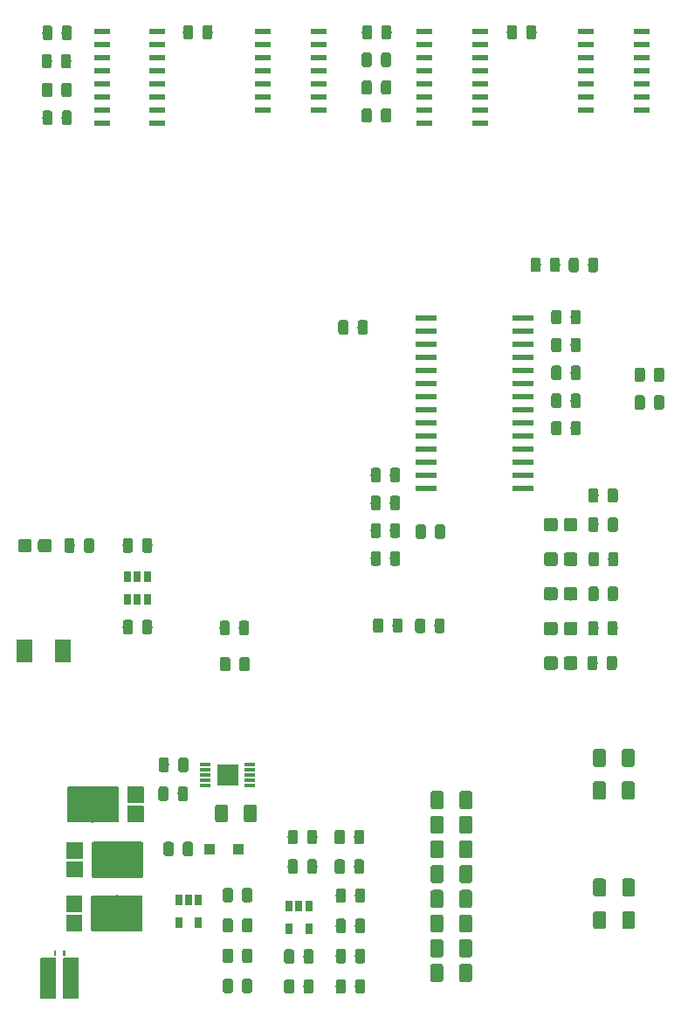
<source format=gtp>
G04 #@! TF.GenerationSoftware,KiCad,Pcbnew,5.0.2-bee76a0~70~ubuntu18.04.1*
G04 #@! TF.CreationDate,2019-07-08T18:19:28-05:00*
G04 #@! TF.ProjectId,BBB_SHIELD_V2,4242425f-5348-4494-954c-445f56322e6b,rev?*
G04 #@! TF.SameCoordinates,Original*
G04 #@! TF.FileFunction,Paste,Top*
G04 #@! TF.FilePolarity,Positive*
%FSLAX46Y46*%
G04 Gerber Fmt 4.6, Leading zero omitted, Abs format (unit mm)*
G04 Created by KiCad (PCBNEW 5.0.2-bee76a0~70~ubuntu18.04.1) date Mon 08 Jul 2019 06:19:28 PM CDT*
%MOMM*%
%LPD*%
G01*
G04 APERTURE LIST*
%ADD10C,0.100000*%
%ADD11C,0.975000*%
%ADD12R,1.016000X0.300000*%
%ADD13R,2.000000X2.000000*%
%ADD14C,1.500000*%
%ADD15C,0.200000*%
%ADD16C,1.250000*%
%ADD17R,1.620000X2.280000*%
%ADD18R,1.100000X1.100000*%
%ADD19C,1.300000*%
%ADD20R,1.500000X0.600000*%
%ADD21R,2.000000X0.600000*%
%ADD22R,0.650000X1.060000*%
%ADD23C,1.600000*%
%ADD24C,3.500000*%
G04 APERTURE END LIST*
D10*
G04 #@! TO.C,R9*
G36*
X178205142Y-94001174D02*
X178228803Y-94004684D01*
X178252007Y-94010496D01*
X178274529Y-94018554D01*
X178296153Y-94028782D01*
X178316670Y-94041079D01*
X178335883Y-94055329D01*
X178353607Y-94071393D01*
X178369671Y-94089117D01*
X178383921Y-94108330D01*
X178396218Y-94128847D01*
X178406446Y-94150471D01*
X178414504Y-94172993D01*
X178420316Y-94196197D01*
X178423826Y-94219858D01*
X178425000Y-94243750D01*
X178425000Y-95156250D01*
X178423826Y-95180142D01*
X178420316Y-95203803D01*
X178414504Y-95227007D01*
X178406446Y-95249529D01*
X178396218Y-95271153D01*
X178383921Y-95291670D01*
X178369671Y-95310883D01*
X178353607Y-95328607D01*
X178335883Y-95344671D01*
X178316670Y-95358921D01*
X178296153Y-95371218D01*
X178274529Y-95381446D01*
X178252007Y-95389504D01*
X178228803Y-95395316D01*
X178205142Y-95398826D01*
X178181250Y-95400000D01*
X177693750Y-95400000D01*
X177669858Y-95398826D01*
X177646197Y-95395316D01*
X177622993Y-95389504D01*
X177600471Y-95381446D01*
X177578847Y-95371218D01*
X177558330Y-95358921D01*
X177539117Y-95344671D01*
X177521393Y-95328607D01*
X177505329Y-95310883D01*
X177491079Y-95291670D01*
X177478782Y-95271153D01*
X177468554Y-95249529D01*
X177460496Y-95227007D01*
X177454684Y-95203803D01*
X177451174Y-95180142D01*
X177450000Y-95156250D01*
X177450000Y-94243750D01*
X177451174Y-94219858D01*
X177454684Y-94196197D01*
X177460496Y-94172993D01*
X177468554Y-94150471D01*
X177478782Y-94128847D01*
X177491079Y-94108330D01*
X177505329Y-94089117D01*
X177521393Y-94071393D01*
X177539117Y-94055329D01*
X177558330Y-94041079D01*
X177578847Y-94028782D01*
X177600471Y-94018554D01*
X177622993Y-94010496D01*
X177646197Y-94004684D01*
X177669858Y-94001174D01*
X177693750Y-94000000D01*
X178181250Y-94000000D01*
X178205142Y-94001174D01*
X178205142Y-94001174D01*
G37*
D11*
X177937500Y-94700000D03*
D10*
G36*
X176330142Y-94001174D02*
X176353803Y-94004684D01*
X176377007Y-94010496D01*
X176399529Y-94018554D01*
X176421153Y-94028782D01*
X176441670Y-94041079D01*
X176460883Y-94055329D01*
X176478607Y-94071393D01*
X176494671Y-94089117D01*
X176508921Y-94108330D01*
X176521218Y-94128847D01*
X176531446Y-94150471D01*
X176539504Y-94172993D01*
X176545316Y-94196197D01*
X176548826Y-94219858D01*
X176550000Y-94243750D01*
X176550000Y-95156250D01*
X176548826Y-95180142D01*
X176545316Y-95203803D01*
X176539504Y-95227007D01*
X176531446Y-95249529D01*
X176521218Y-95271153D01*
X176508921Y-95291670D01*
X176494671Y-95310883D01*
X176478607Y-95328607D01*
X176460883Y-95344671D01*
X176441670Y-95358921D01*
X176421153Y-95371218D01*
X176399529Y-95381446D01*
X176377007Y-95389504D01*
X176353803Y-95395316D01*
X176330142Y-95398826D01*
X176306250Y-95400000D01*
X175818750Y-95400000D01*
X175794858Y-95398826D01*
X175771197Y-95395316D01*
X175747993Y-95389504D01*
X175725471Y-95381446D01*
X175703847Y-95371218D01*
X175683330Y-95358921D01*
X175664117Y-95344671D01*
X175646393Y-95328607D01*
X175630329Y-95310883D01*
X175616079Y-95291670D01*
X175603782Y-95271153D01*
X175593554Y-95249529D01*
X175585496Y-95227007D01*
X175579684Y-95203803D01*
X175576174Y-95180142D01*
X175575000Y-95156250D01*
X175575000Y-94243750D01*
X175576174Y-94219858D01*
X175579684Y-94196197D01*
X175585496Y-94172993D01*
X175593554Y-94150471D01*
X175603782Y-94128847D01*
X175616079Y-94108330D01*
X175630329Y-94089117D01*
X175646393Y-94071393D01*
X175664117Y-94055329D01*
X175683330Y-94041079D01*
X175703847Y-94028782D01*
X175725471Y-94018554D01*
X175747993Y-94010496D01*
X175771197Y-94004684D01*
X175794858Y-94001174D01*
X175818750Y-94000000D01*
X176306250Y-94000000D01*
X176330142Y-94001174D01*
X176330142Y-94001174D01*
G37*
D11*
X176062500Y-94700000D03*
G04 #@! TD*
D12*
G04 #@! TO.C,U1*
X142758000Y-122800000D03*
X138442000Y-122800000D03*
X142758000Y-122300000D03*
X142758000Y-121800000D03*
X142758000Y-121300000D03*
X142758000Y-120800000D03*
X138442000Y-122300000D03*
X138442000Y-121800000D03*
X138442000Y-121300000D03*
X138442000Y-120800000D03*
D13*
X140600000Y-121800000D03*
G04 #@! TD*
D10*
G04 #@! TO.C,RSHUNT1*
G36*
X126082351Y-139500361D02*
X126089632Y-139501441D01*
X126096771Y-139503229D01*
X126103701Y-139505709D01*
X126110355Y-139508856D01*
X126116668Y-139512640D01*
X126122579Y-139517024D01*
X126128033Y-139521967D01*
X126132976Y-139527421D01*
X126137360Y-139533332D01*
X126141144Y-139539645D01*
X126144291Y-139546299D01*
X126146771Y-139553229D01*
X126148559Y-139560368D01*
X126149639Y-139567649D01*
X126150000Y-139575000D01*
X126150000Y-143425000D01*
X126149639Y-143432351D01*
X126148559Y-143439632D01*
X126146771Y-143446771D01*
X126144291Y-143453701D01*
X126141144Y-143460355D01*
X126137360Y-143466668D01*
X126132976Y-143472579D01*
X126128033Y-143478033D01*
X126122579Y-143482976D01*
X126116668Y-143487360D01*
X126110355Y-143491144D01*
X126103701Y-143494291D01*
X126096771Y-143496771D01*
X126089632Y-143498559D01*
X126082351Y-143499639D01*
X126075000Y-143500000D01*
X124725000Y-143500000D01*
X124717649Y-143499639D01*
X124710368Y-143498559D01*
X124703229Y-143496771D01*
X124696299Y-143494291D01*
X124689645Y-143491144D01*
X124683332Y-143487360D01*
X124677421Y-143482976D01*
X124671967Y-143478033D01*
X124667024Y-143472579D01*
X124662640Y-143466668D01*
X124658856Y-143460355D01*
X124655709Y-143453701D01*
X124653229Y-143446771D01*
X124651441Y-143439632D01*
X124650361Y-143432351D01*
X124650000Y-143425000D01*
X124650000Y-139575000D01*
X124650361Y-139567649D01*
X124651441Y-139560368D01*
X124653229Y-139553229D01*
X124655709Y-139546299D01*
X124658856Y-139539645D01*
X124662640Y-139533332D01*
X124667024Y-139527421D01*
X124671967Y-139521967D01*
X124677421Y-139517024D01*
X124683332Y-139512640D01*
X124689645Y-139508856D01*
X124696299Y-139505709D01*
X124703229Y-139503229D01*
X124710368Y-139501441D01*
X124717649Y-139500361D01*
X124725000Y-139500000D01*
X126075000Y-139500000D01*
X126082351Y-139500361D01*
X126082351Y-139500361D01*
G37*
D14*
X125400000Y-141500000D03*
D10*
G36*
X123882351Y-139500361D02*
X123889632Y-139501441D01*
X123896771Y-139503229D01*
X123903701Y-139505709D01*
X123910355Y-139508856D01*
X123916668Y-139512640D01*
X123922579Y-139517024D01*
X123928033Y-139521967D01*
X123932976Y-139527421D01*
X123937360Y-139533332D01*
X123941144Y-139539645D01*
X123944291Y-139546299D01*
X123946771Y-139553229D01*
X123948559Y-139560368D01*
X123949639Y-139567649D01*
X123950000Y-139575000D01*
X123950000Y-143425000D01*
X123949639Y-143432351D01*
X123948559Y-143439632D01*
X123946771Y-143446771D01*
X123944291Y-143453701D01*
X123941144Y-143460355D01*
X123937360Y-143466668D01*
X123932976Y-143472579D01*
X123928033Y-143478033D01*
X123922579Y-143482976D01*
X123916668Y-143487360D01*
X123910355Y-143491144D01*
X123903701Y-143494291D01*
X123896771Y-143496771D01*
X123889632Y-143498559D01*
X123882351Y-143499639D01*
X123875000Y-143500000D01*
X122525000Y-143500000D01*
X122517649Y-143499639D01*
X122510368Y-143498559D01*
X122503229Y-143496771D01*
X122496299Y-143494291D01*
X122489645Y-143491144D01*
X122483332Y-143487360D01*
X122477421Y-143482976D01*
X122471967Y-143478033D01*
X122467024Y-143472579D01*
X122462640Y-143466668D01*
X122458856Y-143460355D01*
X122455709Y-143453701D01*
X122453229Y-143446771D01*
X122451441Y-143439632D01*
X122450361Y-143432351D01*
X122450000Y-143425000D01*
X122450000Y-139575000D01*
X122450361Y-139567649D01*
X122451441Y-139560368D01*
X122453229Y-139553229D01*
X122455709Y-139546299D01*
X122458856Y-139539645D01*
X122462640Y-139533332D01*
X122467024Y-139527421D01*
X122471967Y-139521967D01*
X122477421Y-139517024D01*
X122483332Y-139512640D01*
X122489645Y-139508856D01*
X122496299Y-139505709D01*
X122503229Y-139503229D01*
X122510368Y-139501441D01*
X122517649Y-139500361D01*
X122525000Y-139500000D01*
X123875000Y-139500000D01*
X123882351Y-139500361D01*
X123882351Y-139500361D01*
G37*
D14*
X123200000Y-141500000D03*
D10*
G36*
X124840980Y-138800048D02*
X124841951Y-138800192D01*
X124842903Y-138800431D01*
X124843827Y-138800761D01*
X124844714Y-138801181D01*
X124845556Y-138801685D01*
X124846344Y-138802270D01*
X124847071Y-138802929D01*
X124847730Y-138803656D01*
X124848315Y-138804444D01*
X124848819Y-138805286D01*
X124849239Y-138806173D01*
X124849569Y-138807097D01*
X124849808Y-138808049D01*
X124849952Y-138809020D01*
X124850000Y-138810000D01*
X124850000Y-139290000D01*
X124849952Y-139290980D01*
X124849808Y-139291951D01*
X124849569Y-139292903D01*
X124849239Y-139293827D01*
X124848819Y-139294714D01*
X124848315Y-139295556D01*
X124847730Y-139296344D01*
X124847071Y-139297071D01*
X124846344Y-139297730D01*
X124845556Y-139298315D01*
X124844714Y-139298819D01*
X124843827Y-139299239D01*
X124842903Y-139299569D01*
X124841951Y-139299808D01*
X124840980Y-139299952D01*
X124840000Y-139300000D01*
X124660000Y-139300000D01*
X124659020Y-139299952D01*
X124658049Y-139299808D01*
X124657097Y-139299569D01*
X124656173Y-139299239D01*
X124655286Y-139298819D01*
X124654444Y-139298315D01*
X124653656Y-139297730D01*
X124652929Y-139297071D01*
X124652270Y-139296344D01*
X124651685Y-139295556D01*
X124651181Y-139294714D01*
X124650761Y-139293827D01*
X124650431Y-139292903D01*
X124650192Y-139291951D01*
X124650048Y-139290980D01*
X124650000Y-139290000D01*
X124650000Y-138810000D01*
X124650048Y-138809020D01*
X124650192Y-138808049D01*
X124650431Y-138807097D01*
X124650761Y-138806173D01*
X124651181Y-138805286D01*
X124651685Y-138804444D01*
X124652270Y-138803656D01*
X124652929Y-138802929D01*
X124653656Y-138802270D01*
X124654444Y-138801685D01*
X124655286Y-138801181D01*
X124656173Y-138800761D01*
X124657097Y-138800431D01*
X124658049Y-138800192D01*
X124659020Y-138800048D01*
X124660000Y-138800000D01*
X124840000Y-138800000D01*
X124840980Y-138800048D01*
X124840980Y-138800048D01*
G37*
D15*
X124750000Y-139050000D03*
D10*
G36*
X123940980Y-138800048D02*
X123941951Y-138800192D01*
X123942903Y-138800431D01*
X123943827Y-138800761D01*
X123944714Y-138801181D01*
X123945556Y-138801685D01*
X123946344Y-138802270D01*
X123947071Y-138802929D01*
X123947730Y-138803656D01*
X123948315Y-138804444D01*
X123948819Y-138805286D01*
X123949239Y-138806173D01*
X123949569Y-138807097D01*
X123949808Y-138808049D01*
X123949952Y-138809020D01*
X123950000Y-138810000D01*
X123950000Y-139290000D01*
X123949952Y-139290980D01*
X123949808Y-139291951D01*
X123949569Y-139292903D01*
X123949239Y-139293827D01*
X123948819Y-139294714D01*
X123948315Y-139295556D01*
X123947730Y-139296344D01*
X123947071Y-139297071D01*
X123946344Y-139297730D01*
X123945556Y-139298315D01*
X123944714Y-139298819D01*
X123943827Y-139299239D01*
X123942903Y-139299569D01*
X123941951Y-139299808D01*
X123940980Y-139299952D01*
X123940000Y-139300000D01*
X123760000Y-139300000D01*
X123759020Y-139299952D01*
X123758049Y-139299808D01*
X123757097Y-139299569D01*
X123756173Y-139299239D01*
X123755286Y-139298819D01*
X123754444Y-139298315D01*
X123753656Y-139297730D01*
X123752929Y-139297071D01*
X123752270Y-139296344D01*
X123751685Y-139295556D01*
X123751181Y-139294714D01*
X123750761Y-139293827D01*
X123750431Y-139292903D01*
X123750192Y-139291951D01*
X123750048Y-139290980D01*
X123750000Y-139290000D01*
X123750000Y-138810000D01*
X123750048Y-138809020D01*
X123750192Y-138808049D01*
X123750431Y-138807097D01*
X123750761Y-138806173D01*
X123751181Y-138805286D01*
X123751685Y-138804444D01*
X123752270Y-138803656D01*
X123752929Y-138802929D01*
X123753656Y-138802270D01*
X123754444Y-138801685D01*
X123755286Y-138801181D01*
X123756173Y-138800761D01*
X123757097Y-138800431D01*
X123758049Y-138800192D01*
X123759020Y-138800048D01*
X123760000Y-138800000D01*
X123940000Y-138800000D01*
X123940980Y-138800048D01*
X123940980Y-138800048D01*
G37*
D15*
X123850000Y-139050000D03*
G04 #@! TD*
D10*
G04 #@! TO.C,C1*
G36*
X151730142Y-129951174D02*
X151753803Y-129954684D01*
X151777007Y-129960496D01*
X151799529Y-129968554D01*
X151821153Y-129978782D01*
X151841670Y-129991079D01*
X151860883Y-130005329D01*
X151878607Y-130021393D01*
X151894671Y-130039117D01*
X151908921Y-130058330D01*
X151921218Y-130078847D01*
X151931446Y-130100471D01*
X151939504Y-130122993D01*
X151945316Y-130146197D01*
X151948826Y-130169858D01*
X151950000Y-130193750D01*
X151950000Y-131106250D01*
X151948826Y-131130142D01*
X151945316Y-131153803D01*
X151939504Y-131177007D01*
X151931446Y-131199529D01*
X151921218Y-131221153D01*
X151908921Y-131241670D01*
X151894671Y-131260883D01*
X151878607Y-131278607D01*
X151860883Y-131294671D01*
X151841670Y-131308921D01*
X151821153Y-131321218D01*
X151799529Y-131331446D01*
X151777007Y-131339504D01*
X151753803Y-131345316D01*
X151730142Y-131348826D01*
X151706250Y-131350000D01*
X151218750Y-131350000D01*
X151194858Y-131348826D01*
X151171197Y-131345316D01*
X151147993Y-131339504D01*
X151125471Y-131331446D01*
X151103847Y-131321218D01*
X151083330Y-131308921D01*
X151064117Y-131294671D01*
X151046393Y-131278607D01*
X151030329Y-131260883D01*
X151016079Y-131241670D01*
X151003782Y-131221153D01*
X150993554Y-131199529D01*
X150985496Y-131177007D01*
X150979684Y-131153803D01*
X150976174Y-131130142D01*
X150975000Y-131106250D01*
X150975000Y-130193750D01*
X150976174Y-130169858D01*
X150979684Y-130146197D01*
X150985496Y-130122993D01*
X150993554Y-130100471D01*
X151003782Y-130078847D01*
X151016079Y-130058330D01*
X151030329Y-130039117D01*
X151046393Y-130021393D01*
X151064117Y-130005329D01*
X151083330Y-129991079D01*
X151103847Y-129978782D01*
X151125471Y-129968554D01*
X151147993Y-129960496D01*
X151171197Y-129954684D01*
X151194858Y-129951174D01*
X151218750Y-129950000D01*
X151706250Y-129950000D01*
X151730142Y-129951174D01*
X151730142Y-129951174D01*
G37*
D11*
X151462500Y-130650000D03*
D10*
G36*
X153605142Y-129951174D02*
X153628803Y-129954684D01*
X153652007Y-129960496D01*
X153674529Y-129968554D01*
X153696153Y-129978782D01*
X153716670Y-129991079D01*
X153735883Y-130005329D01*
X153753607Y-130021393D01*
X153769671Y-130039117D01*
X153783921Y-130058330D01*
X153796218Y-130078847D01*
X153806446Y-130100471D01*
X153814504Y-130122993D01*
X153820316Y-130146197D01*
X153823826Y-130169858D01*
X153825000Y-130193750D01*
X153825000Y-131106250D01*
X153823826Y-131130142D01*
X153820316Y-131153803D01*
X153814504Y-131177007D01*
X153806446Y-131199529D01*
X153796218Y-131221153D01*
X153783921Y-131241670D01*
X153769671Y-131260883D01*
X153753607Y-131278607D01*
X153735883Y-131294671D01*
X153716670Y-131308921D01*
X153696153Y-131321218D01*
X153674529Y-131331446D01*
X153652007Y-131339504D01*
X153628803Y-131345316D01*
X153605142Y-131348826D01*
X153581250Y-131350000D01*
X153093750Y-131350000D01*
X153069858Y-131348826D01*
X153046197Y-131345316D01*
X153022993Y-131339504D01*
X153000471Y-131331446D01*
X152978847Y-131321218D01*
X152958330Y-131308921D01*
X152939117Y-131294671D01*
X152921393Y-131278607D01*
X152905329Y-131260883D01*
X152891079Y-131241670D01*
X152878782Y-131221153D01*
X152868554Y-131199529D01*
X152860496Y-131177007D01*
X152854684Y-131153803D01*
X152851174Y-131130142D01*
X152850000Y-131106250D01*
X152850000Y-130193750D01*
X152851174Y-130169858D01*
X152854684Y-130146197D01*
X152860496Y-130122993D01*
X152868554Y-130100471D01*
X152878782Y-130078847D01*
X152891079Y-130058330D01*
X152905329Y-130039117D01*
X152921393Y-130021393D01*
X152939117Y-130005329D01*
X152958330Y-129991079D01*
X152978847Y-129978782D01*
X153000471Y-129968554D01*
X153022993Y-129960496D01*
X153046197Y-129954684D01*
X153069858Y-129951174D01*
X153093750Y-129950000D01*
X153581250Y-129950000D01*
X153605142Y-129951174D01*
X153605142Y-129951174D01*
G37*
D11*
X153337500Y-130650000D03*
G04 #@! TD*
D10*
G04 #@! TO.C,C2*
G36*
X135130142Y-128251174D02*
X135153803Y-128254684D01*
X135177007Y-128260496D01*
X135199529Y-128268554D01*
X135221153Y-128278782D01*
X135241670Y-128291079D01*
X135260883Y-128305329D01*
X135278607Y-128321393D01*
X135294671Y-128339117D01*
X135308921Y-128358330D01*
X135321218Y-128378847D01*
X135331446Y-128400471D01*
X135339504Y-128422993D01*
X135345316Y-128446197D01*
X135348826Y-128469858D01*
X135350000Y-128493750D01*
X135350000Y-129406250D01*
X135348826Y-129430142D01*
X135345316Y-129453803D01*
X135339504Y-129477007D01*
X135331446Y-129499529D01*
X135321218Y-129521153D01*
X135308921Y-129541670D01*
X135294671Y-129560883D01*
X135278607Y-129578607D01*
X135260883Y-129594671D01*
X135241670Y-129608921D01*
X135221153Y-129621218D01*
X135199529Y-129631446D01*
X135177007Y-129639504D01*
X135153803Y-129645316D01*
X135130142Y-129648826D01*
X135106250Y-129650000D01*
X134618750Y-129650000D01*
X134594858Y-129648826D01*
X134571197Y-129645316D01*
X134547993Y-129639504D01*
X134525471Y-129631446D01*
X134503847Y-129621218D01*
X134483330Y-129608921D01*
X134464117Y-129594671D01*
X134446393Y-129578607D01*
X134430329Y-129560883D01*
X134416079Y-129541670D01*
X134403782Y-129521153D01*
X134393554Y-129499529D01*
X134385496Y-129477007D01*
X134379684Y-129453803D01*
X134376174Y-129430142D01*
X134375000Y-129406250D01*
X134375000Y-128493750D01*
X134376174Y-128469858D01*
X134379684Y-128446197D01*
X134385496Y-128422993D01*
X134393554Y-128400471D01*
X134403782Y-128378847D01*
X134416079Y-128358330D01*
X134430329Y-128339117D01*
X134446393Y-128321393D01*
X134464117Y-128305329D01*
X134483330Y-128291079D01*
X134503847Y-128278782D01*
X134525471Y-128268554D01*
X134547993Y-128260496D01*
X134571197Y-128254684D01*
X134594858Y-128251174D01*
X134618750Y-128250000D01*
X135106250Y-128250000D01*
X135130142Y-128251174D01*
X135130142Y-128251174D01*
G37*
D11*
X134862500Y-128950000D03*
D10*
G36*
X137005142Y-128251174D02*
X137028803Y-128254684D01*
X137052007Y-128260496D01*
X137074529Y-128268554D01*
X137096153Y-128278782D01*
X137116670Y-128291079D01*
X137135883Y-128305329D01*
X137153607Y-128321393D01*
X137169671Y-128339117D01*
X137183921Y-128358330D01*
X137196218Y-128378847D01*
X137206446Y-128400471D01*
X137214504Y-128422993D01*
X137220316Y-128446197D01*
X137223826Y-128469858D01*
X137225000Y-128493750D01*
X137225000Y-129406250D01*
X137223826Y-129430142D01*
X137220316Y-129453803D01*
X137214504Y-129477007D01*
X137206446Y-129499529D01*
X137196218Y-129521153D01*
X137183921Y-129541670D01*
X137169671Y-129560883D01*
X137153607Y-129578607D01*
X137135883Y-129594671D01*
X137116670Y-129608921D01*
X137096153Y-129621218D01*
X137074529Y-129631446D01*
X137052007Y-129639504D01*
X137028803Y-129645316D01*
X137005142Y-129648826D01*
X136981250Y-129650000D01*
X136493750Y-129650000D01*
X136469858Y-129648826D01*
X136446197Y-129645316D01*
X136422993Y-129639504D01*
X136400471Y-129631446D01*
X136378847Y-129621218D01*
X136358330Y-129608921D01*
X136339117Y-129594671D01*
X136321393Y-129578607D01*
X136305329Y-129560883D01*
X136291079Y-129541670D01*
X136278782Y-129521153D01*
X136268554Y-129499529D01*
X136260496Y-129477007D01*
X136254684Y-129453803D01*
X136251174Y-129430142D01*
X136250000Y-129406250D01*
X136250000Y-128493750D01*
X136251174Y-128469858D01*
X136254684Y-128446197D01*
X136260496Y-128422993D01*
X136268554Y-128400471D01*
X136278782Y-128378847D01*
X136291079Y-128358330D01*
X136305329Y-128339117D01*
X136321393Y-128321393D01*
X136339117Y-128305329D01*
X136358330Y-128291079D01*
X136378847Y-128278782D01*
X136400471Y-128268554D01*
X136422993Y-128260496D01*
X136446197Y-128254684D01*
X136469858Y-128251174D01*
X136493750Y-128250000D01*
X136981250Y-128250000D01*
X137005142Y-128251174D01*
X137005142Y-128251174D01*
G37*
D11*
X136737500Y-128950000D03*
G04 #@! TD*
D10*
G04 #@! TO.C,C3*
G36*
X140399504Y-124626204D02*
X140423773Y-124629804D01*
X140447571Y-124635765D01*
X140470671Y-124644030D01*
X140492849Y-124654520D01*
X140513893Y-124667133D01*
X140533598Y-124681747D01*
X140551777Y-124698223D01*
X140568253Y-124716402D01*
X140582867Y-124736107D01*
X140595480Y-124757151D01*
X140605970Y-124779329D01*
X140614235Y-124802429D01*
X140620196Y-124826227D01*
X140623796Y-124850496D01*
X140625000Y-124875000D01*
X140625000Y-126125000D01*
X140623796Y-126149504D01*
X140620196Y-126173773D01*
X140614235Y-126197571D01*
X140605970Y-126220671D01*
X140595480Y-126242849D01*
X140582867Y-126263893D01*
X140568253Y-126283598D01*
X140551777Y-126301777D01*
X140533598Y-126318253D01*
X140513893Y-126332867D01*
X140492849Y-126345480D01*
X140470671Y-126355970D01*
X140447571Y-126364235D01*
X140423773Y-126370196D01*
X140399504Y-126373796D01*
X140375000Y-126375000D01*
X139625000Y-126375000D01*
X139600496Y-126373796D01*
X139576227Y-126370196D01*
X139552429Y-126364235D01*
X139529329Y-126355970D01*
X139507151Y-126345480D01*
X139486107Y-126332867D01*
X139466402Y-126318253D01*
X139448223Y-126301777D01*
X139431747Y-126283598D01*
X139417133Y-126263893D01*
X139404520Y-126242849D01*
X139394030Y-126220671D01*
X139385765Y-126197571D01*
X139379804Y-126173773D01*
X139376204Y-126149504D01*
X139375000Y-126125000D01*
X139375000Y-124875000D01*
X139376204Y-124850496D01*
X139379804Y-124826227D01*
X139385765Y-124802429D01*
X139394030Y-124779329D01*
X139404520Y-124757151D01*
X139417133Y-124736107D01*
X139431747Y-124716402D01*
X139448223Y-124698223D01*
X139466402Y-124681747D01*
X139486107Y-124667133D01*
X139507151Y-124654520D01*
X139529329Y-124644030D01*
X139552429Y-124635765D01*
X139576227Y-124629804D01*
X139600496Y-124626204D01*
X139625000Y-124625000D01*
X140375000Y-124625000D01*
X140399504Y-124626204D01*
X140399504Y-124626204D01*
G37*
D16*
X140000000Y-125500000D03*
D10*
G36*
X143199504Y-124626204D02*
X143223773Y-124629804D01*
X143247571Y-124635765D01*
X143270671Y-124644030D01*
X143292849Y-124654520D01*
X143313893Y-124667133D01*
X143333598Y-124681747D01*
X143351777Y-124698223D01*
X143368253Y-124716402D01*
X143382867Y-124736107D01*
X143395480Y-124757151D01*
X143405970Y-124779329D01*
X143414235Y-124802429D01*
X143420196Y-124826227D01*
X143423796Y-124850496D01*
X143425000Y-124875000D01*
X143425000Y-126125000D01*
X143423796Y-126149504D01*
X143420196Y-126173773D01*
X143414235Y-126197571D01*
X143405970Y-126220671D01*
X143395480Y-126242849D01*
X143382867Y-126263893D01*
X143368253Y-126283598D01*
X143351777Y-126301777D01*
X143333598Y-126318253D01*
X143313893Y-126332867D01*
X143292849Y-126345480D01*
X143270671Y-126355970D01*
X143247571Y-126364235D01*
X143223773Y-126370196D01*
X143199504Y-126373796D01*
X143175000Y-126375000D01*
X142425000Y-126375000D01*
X142400496Y-126373796D01*
X142376227Y-126370196D01*
X142352429Y-126364235D01*
X142329329Y-126355970D01*
X142307151Y-126345480D01*
X142286107Y-126332867D01*
X142266402Y-126318253D01*
X142248223Y-126301777D01*
X142231747Y-126283598D01*
X142217133Y-126263893D01*
X142204520Y-126242849D01*
X142194030Y-126220671D01*
X142185765Y-126197571D01*
X142179804Y-126173773D01*
X142176204Y-126149504D01*
X142175000Y-126125000D01*
X142175000Y-124875000D01*
X142176204Y-124850496D01*
X142179804Y-124826227D01*
X142185765Y-124802429D01*
X142194030Y-124779329D01*
X142204520Y-124757151D01*
X142217133Y-124736107D01*
X142231747Y-124716402D01*
X142248223Y-124698223D01*
X142266402Y-124681747D01*
X142286107Y-124667133D01*
X142307151Y-124654520D01*
X142329329Y-124644030D01*
X142352429Y-124635765D01*
X142376227Y-124629804D01*
X142400496Y-124626204D01*
X142425000Y-124625000D01*
X143175000Y-124625000D01*
X143199504Y-124626204D01*
X143199504Y-124626204D01*
G37*
D16*
X142800000Y-125500000D03*
G04 #@! TD*
D10*
G04 #@! TO.C,C4*
G36*
X131180142Y-98851174D02*
X131203803Y-98854684D01*
X131227007Y-98860496D01*
X131249529Y-98868554D01*
X131271153Y-98878782D01*
X131291670Y-98891079D01*
X131310883Y-98905329D01*
X131328607Y-98921393D01*
X131344671Y-98939117D01*
X131358921Y-98958330D01*
X131371218Y-98978847D01*
X131381446Y-99000471D01*
X131389504Y-99022993D01*
X131395316Y-99046197D01*
X131398826Y-99069858D01*
X131400000Y-99093750D01*
X131400000Y-100006250D01*
X131398826Y-100030142D01*
X131395316Y-100053803D01*
X131389504Y-100077007D01*
X131381446Y-100099529D01*
X131371218Y-100121153D01*
X131358921Y-100141670D01*
X131344671Y-100160883D01*
X131328607Y-100178607D01*
X131310883Y-100194671D01*
X131291670Y-100208921D01*
X131271153Y-100221218D01*
X131249529Y-100231446D01*
X131227007Y-100239504D01*
X131203803Y-100245316D01*
X131180142Y-100248826D01*
X131156250Y-100250000D01*
X130668750Y-100250000D01*
X130644858Y-100248826D01*
X130621197Y-100245316D01*
X130597993Y-100239504D01*
X130575471Y-100231446D01*
X130553847Y-100221218D01*
X130533330Y-100208921D01*
X130514117Y-100194671D01*
X130496393Y-100178607D01*
X130480329Y-100160883D01*
X130466079Y-100141670D01*
X130453782Y-100121153D01*
X130443554Y-100099529D01*
X130435496Y-100077007D01*
X130429684Y-100053803D01*
X130426174Y-100030142D01*
X130425000Y-100006250D01*
X130425000Y-99093750D01*
X130426174Y-99069858D01*
X130429684Y-99046197D01*
X130435496Y-99022993D01*
X130443554Y-99000471D01*
X130453782Y-98978847D01*
X130466079Y-98958330D01*
X130480329Y-98939117D01*
X130496393Y-98921393D01*
X130514117Y-98905329D01*
X130533330Y-98891079D01*
X130553847Y-98878782D01*
X130575471Y-98868554D01*
X130597993Y-98860496D01*
X130621197Y-98854684D01*
X130644858Y-98851174D01*
X130668750Y-98850000D01*
X131156250Y-98850000D01*
X131180142Y-98851174D01*
X131180142Y-98851174D01*
G37*
D11*
X130912500Y-99550000D03*
D10*
G36*
X133055142Y-98851174D02*
X133078803Y-98854684D01*
X133102007Y-98860496D01*
X133124529Y-98868554D01*
X133146153Y-98878782D01*
X133166670Y-98891079D01*
X133185883Y-98905329D01*
X133203607Y-98921393D01*
X133219671Y-98939117D01*
X133233921Y-98958330D01*
X133246218Y-98978847D01*
X133256446Y-99000471D01*
X133264504Y-99022993D01*
X133270316Y-99046197D01*
X133273826Y-99069858D01*
X133275000Y-99093750D01*
X133275000Y-100006250D01*
X133273826Y-100030142D01*
X133270316Y-100053803D01*
X133264504Y-100077007D01*
X133256446Y-100099529D01*
X133246218Y-100121153D01*
X133233921Y-100141670D01*
X133219671Y-100160883D01*
X133203607Y-100178607D01*
X133185883Y-100194671D01*
X133166670Y-100208921D01*
X133146153Y-100221218D01*
X133124529Y-100231446D01*
X133102007Y-100239504D01*
X133078803Y-100245316D01*
X133055142Y-100248826D01*
X133031250Y-100250000D01*
X132543750Y-100250000D01*
X132519858Y-100248826D01*
X132496197Y-100245316D01*
X132472993Y-100239504D01*
X132450471Y-100231446D01*
X132428847Y-100221218D01*
X132408330Y-100208921D01*
X132389117Y-100194671D01*
X132371393Y-100178607D01*
X132355329Y-100160883D01*
X132341079Y-100141670D01*
X132328782Y-100121153D01*
X132318554Y-100099529D01*
X132310496Y-100077007D01*
X132304684Y-100053803D01*
X132301174Y-100030142D01*
X132300000Y-100006250D01*
X132300000Y-99093750D01*
X132301174Y-99069858D01*
X132304684Y-99046197D01*
X132310496Y-99022993D01*
X132318554Y-99000471D01*
X132328782Y-98978847D01*
X132341079Y-98958330D01*
X132355329Y-98939117D01*
X132371393Y-98921393D01*
X132389117Y-98905329D01*
X132408330Y-98891079D01*
X132428847Y-98878782D01*
X132450471Y-98868554D01*
X132472993Y-98860496D01*
X132496197Y-98854684D01*
X132519858Y-98851174D01*
X132543750Y-98850000D01*
X133031250Y-98850000D01*
X133055142Y-98851174D01*
X133055142Y-98851174D01*
G37*
D11*
X132787500Y-99550000D03*
G04 #@! TD*
D10*
G04 #@! TO.C,C5*
G36*
X133055142Y-106751174D02*
X133078803Y-106754684D01*
X133102007Y-106760496D01*
X133124529Y-106768554D01*
X133146153Y-106778782D01*
X133166670Y-106791079D01*
X133185883Y-106805329D01*
X133203607Y-106821393D01*
X133219671Y-106839117D01*
X133233921Y-106858330D01*
X133246218Y-106878847D01*
X133256446Y-106900471D01*
X133264504Y-106922993D01*
X133270316Y-106946197D01*
X133273826Y-106969858D01*
X133275000Y-106993750D01*
X133275000Y-107906250D01*
X133273826Y-107930142D01*
X133270316Y-107953803D01*
X133264504Y-107977007D01*
X133256446Y-107999529D01*
X133246218Y-108021153D01*
X133233921Y-108041670D01*
X133219671Y-108060883D01*
X133203607Y-108078607D01*
X133185883Y-108094671D01*
X133166670Y-108108921D01*
X133146153Y-108121218D01*
X133124529Y-108131446D01*
X133102007Y-108139504D01*
X133078803Y-108145316D01*
X133055142Y-108148826D01*
X133031250Y-108150000D01*
X132543750Y-108150000D01*
X132519858Y-108148826D01*
X132496197Y-108145316D01*
X132472993Y-108139504D01*
X132450471Y-108131446D01*
X132428847Y-108121218D01*
X132408330Y-108108921D01*
X132389117Y-108094671D01*
X132371393Y-108078607D01*
X132355329Y-108060883D01*
X132341079Y-108041670D01*
X132328782Y-108021153D01*
X132318554Y-107999529D01*
X132310496Y-107977007D01*
X132304684Y-107953803D01*
X132301174Y-107930142D01*
X132300000Y-107906250D01*
X132300000Y-106993750D01*
X132301174Y-106969858D01*
X132304684Y-106946197D01*
X132310496Y-106922993D01*
X132318554Y-106900471D01*
X132328782Y-106878847D01*
X132341079Y-106858330D01*
X132355329Y-106839117D01*
X132371393Y-106821393D01*
X132389117Y-106805329D01*
X132408330Y-106791079D01*
X132428847Y-106778782D01*
X132450471Y-106768554D01*
X132472993Y-106760496D01*
X132496197Y-106754684D01*
X132519858Y-106751174D01*
X132543750Y-106750000D01*
X133031250Y-106750000D01*
X133055142Y-106751174D01*
X133055142Y-106751174D01*
G37*
D11*
X132787500Y-107450000D03*
D10*
G36*
X131180142Y-106751174D02*
X131203803Y-106754684D01*
X131227007Y-106760496D01*
X131249529Y-106768554D01*
X131271153Y-106778782D01*
X131291670Y-106791079D01*
X131310883Y-106805329D01*
X131328607Y-106821393D01*
X131344671Y-106839117D01*
X131358921Y-106858330D01*
X131371218Y-106878847D01*
X131381446Y-106900471D01*
X131389504Y-106922993D01*
X131395316Y-106946197D01*
X131398826Y-106969858D01*
X131400000Y-106993750D01*
X131400000Y-107906250D01*
X131398826Y-107930142D01*
X131395316Y-107953803D01*
X131389504Y-107977007D01*
X131381446Y-107999529D01*
X131371218Y-108021153D01*
X131358921Y-108041670D01*
X131344671Y-108060883D01*
X131328607Y-108078607D01*
X131310883Y-108094671D01*
X131291670Y-108108921D01*
X131271153Y-108121218D01*
X131249529Y-108131446D01*
X131227007Y-108139504D01*
X131203803Y-108145316D01*
X131180142Y-108148826D01*
X131156250Y-108150000D01*
X130668750Y-108150000D01*
X130644858Y-108148826D01*
X130621197Y-108145316D01*
X130597993Y-108139504D01*
X130575471Y-108131446D01*
X130553847Y-108121218D01*
X130533330Y-108108921D01*
X130514117Y-108094671D01*
X130496393Y-108078607D01*
X130480329Y-108060883D01*
X130466079Y-108041670D01*
X130453782Y-108021153D01*
X130443554Y-107999529D01*
X130435496Y-107977007D01*
X130429684Y-107953803D01*
X130426174Y-107930142D01*
X130425000Y-107906250D01*
X130425000Y-106993750D01*
X130426174Y-106969858D01*
X130429684Y-106946197D01*
X130435496Y-106922993D01*
X130443554Y-106900471D01*
X130453782Y-106878847D01*
X130466079Y-106858330D01*
X130480329Y-106839117D01*
X130496393Y-106821393D01*
X130514117Y-106805329D01*
X130533330Y-106791079D01*
X130553847Y-106778782D01*
X130575471Y-106768554D01*
X130597993Y-106760496D01*
X130621197Y-106754684D01*
X130644858Y-106751174D01*
X130668750Y-106750000D01*
X131156250Y-106750000D01*
X131180142Y-106751174D01*
X131180142Y-106751174D01*
G37*
D11*
X130912500Y-107450000D03*
G04 #@! TD*
D10*
G04 #@! TO.C,C6*
G36*
X172730142Y-87491174D02*
X172753803Y-87494684D01*
X172777007Y-87500496D01*
X172799529Y-87508554D01*
X172821153Y-87518782D01*
X172841670Y-87531079D01*
X172860883Y-87545329D01*
X172878607Y-87561393D01*
X172894671Y-87579117D01*
X172908921Y-87598330D01*
X172921218Y-87618847D01*
X172931446Y-87640471D01*
X172939504Y-87662993D01*
X172945316Y-87686197D01*
X172948826Y-87709858D01*
X172950000Y-87733750D01*
X172950000Y-88646250D01*
X172948826Y-88670142D01*
X172945316Y-88693803D01*
X172939504Y-88717007D01*
X172931446Y-88739529D01*
X172921218Y-88761153D01*
X172908921Y-88781670D01*
X172894671Y-88800883D01*
X172878607Y-88818607D01*
X172860883Y-88834671D01*
X172841670Y-88848921D01*
X172821153Y-88861218D01*
X172799529Y-88871446D01*
X172777007Y-88879504D01*
X172753803Y-88885316D01*
X172730142Y-88888826D01*
X172706250Y-88890000D01*
X172218750Y-88890000D01*
X172194858Y-88888826D01*
X172171197Y-88885316D01*
X172147993Y-88879504D01*
X172125471Y-88871446D01*
X172103847Y-88861218D01*
X172083330Y-88848921D01*
X172064117Y-88834671D01*
X172046393Y-88818607D01*
X172030329Y-88800883D01*
X172016079Y-88781670D01*
X172003782Y-88761153D01*
X171993554Y-88739529D01*
X171985496Y-88717007D01*
X171979684Y-88693803D01*
X171976174Y-88670142D01*
X171975000Y-88646250D01*
X171975000Y-87733750D01*
X171976174Y-87709858D01*
X171979684Y-87686197D01*
X171985496Y-87662993D01*
X171993554Y-87640471D01*
X172003782Y-87618847D01*
X172016079Y-87598330D01*
X172030329Y-87579117D01*
X172046393Y-87561393D01*
X172064117Y-87545329D01*
X172083330Y-87531079D01*
X172103847Y-87518782D01*
X172125471Y-87508554D01*
X172147993Y-87500496D01*
X172171197Y-87494684D01*
X172194858Y-87491174D01*
X172218750Y-87490000D01*
X172706250Y-87490000D01*
X172730142Y-87491174D01*
X172730142Y-87491174D01*
G37*
D11*
X172462500Y-88190000D03*
D10*
G36*
X174605142Y-87491174D02*
X174628803Y-87494684D01*
X174652007Y-87500496D01*
X174674529Y-87508554D01*
X174696153Y-87518782D01*
X174716670Y-87531079D01*
X174735883Y-87545329D01*
X174753607Y-87561393D01*
X174769671Y-87579117D01*
X174783921Y-87598330D01*
X174796218Y-87618847D01*
X174806446Y-87640471D01*
X174814504Y-87662993D01*
X174820316Y-87686197D01*
X174823826Y-87709858D01*
X174825000Y-87733750D01*
X174825000Y-88646250D01*
X174823826Y-88670142D01*
X174820316Y-88693803D01*
X174814504Y-88717007D01*
X174806446Y-88739529D01*
X174796218Y-88761153D01*
X174783921Y-88781670D01*
X174769671Y-88800883D01*
X174753607Y-88818607D01*
X174735883Y-88834671D01*
X174716670Y-88848921D01*
X174696153Y-88861218D01*
X174674529Y-88871446D01*
X174652007Y-88879504D01*
X174628803Y-88885316D01*
X174605142Y-88888826D01*
X174581250Y-88890000D01*
X174093750Y-88890000D01*
X174069858Y-88888826D01*
X174046197Y-88885316D01*
X174022993Y-88879504D01*
X174000471Y-88871446D01*
X173978847Y-88861218D01*
X173958330Y-88848921D01*
X173939117Y-88834671D01*
X173921393Y-88818607D01*
X173905329Y-88800883D01*
X173891079Y-88781670D01*
X173878782Y-88761153D01*
X173868554Y-88739529D01*
X173860496Y-88717007D01*
X173854684Y-88693803D01*
X173851174Y-88670142D01*
X173850000Y-88646250D01*
X173850000Y-87733750D01*
X173851174Y-87709858D01*
X173854684Y-87686197D01*
X173860496Y-87662993D01*
X173868554Y-87640471D01*
X173878782Y-87618847D01*
X173891079Y-87598330D01*
X173905329Y-87579117D01*
X173921393Y-87561393D01*
X173939117Y-87545329D01*
X173958330Y-87531079D01*
X173978847Y-87518782D01*
X174000471Y-87508554D01*
X174022993Y-87500496D01*
X174046197Y-87494684D01*
X174069858Y-87491174D01*
X174093750Y-87490000D01*
X174581250Y-87490000D01*
X174605142Y-87491174D01*
X174605142Y-87491174D01*
G37*
D11*
X174337500Y-88190000D03*
G04 #@! TD*
D10*
G04 #@! TO.C,C7*
G36*
X172730142Y-76711174D02*
X172753803Y-76714684D01*
X172777007Y-76720496D01*
X172799529Y-76728554D01*
X172821153Y-76738782D01*
X172841670Y-76751079D01*
X172860883Y-76765329D01*
X172878607Y-76781393D01*
X172894671Y-76799117D01*
X172908921Y-76818330D01*
X172921218Y-76838847D01*
X172931446Y-76860471D01*
X172939504Y-76882993D01*
X172945316Y-76906197D01*
X172948826Y-76929858D01*
X172950000Y-76953750D01*
X172950000Y-77866250D01*
X172948826Y-77890142D01*
X172945316Y-77913803D01*
X172939504Y-77937007D01*
X172931446Y-77959529D01*
X172921218Y-77981153D01*
X172908921Y-78001670D01*
X172894671Y-78020883D01*
X172878607Y-78038607D01*
X172860883Y-78054671D01*
X172841670Y-78068921D01*
X172821153Y-78081218D01*
X172799529Y-78091446D01*
X172777007Y-78099504D01*
X172753803Y-78105316D01*
X172730142Y-78108826D01*
X172706250Y-78110000D01*
X172218750Y-78110000D01*
X172194858Y-78108826D01*
X172171197Y-78105316D01*
X172147993Y-78099504D01*
X172125471Y-78091446D01*
X172103847Y-78081218D01*
X172083330Y-78068921D01*
X172064117Y-78054671D01*
X172046393Y-78038607D01*
X172030329Y-78020883D01*
X172016079Y-78001670D01*
X172003782Y-77981153D01*
X171993554Y-77959529D01*
X171985496Y-77937007D01*
X171979684Y-77913803D01*
X171976174Y-77890142D01*
X171975000Y-77866250D01*
X171975000Y-76953750D01*
X171976174Y-76929858D01*
X171979684Y-76906197D01*
X171985496Y-76882993D01*
X171993554Y-76860471D01*
X172003782Y-76838847D01*
X172016079Y-76818330D01*
X172030329Y-76799117D01*
X172046393Y-76781393D01*
X172064117Y-76765329D01*
X172083330Y-76751079D01*
X172103847Y-76738782D01*
X172125471Y-76728554D01*
X172147993Y-76720496D01*
X172171197Y-76714684D01*
X172194858Y-76711174D01*
X172218750Y-76710000D01*
X172706250Y-76710000D01*
X172730142Y-76711174D01*
X172730142Y-76711174D01*
G37*
D11*
X172462500Y-77410000D03*
D10*
G36*
X174605142Y-76711174D02*
X174628803Y-76714684D01*
X174652007Y-76720496D01*
X174674529Y-76728554D01*
X174696153Y-76738782D01*
X174716670Y-76751079D01*
X174735883Y-76765329D01*
X174753607Y-76781393D01*
X174769671Y-76799117D01*
X174783921Y-76818330D01*
X174796218Y-76838847D01*
X174806446Y-76860471D01*
X174814504Y-76882993D01*
X174820316Y-76906197D01*
X174823826Y-76929858D01*
X174825000Y-76953750D01*
X174825000Y-77866250D01*
X174823826Y-77890142D01*
X174820316Y-77913803D01*
X174814504Y-77937007D01*
X174806446Y-77959529D01*
X174796218Y-77981153D01*
X174783921Y-78001670D01*
X174769671Y-78020883D01*
X174753607Y-78038607D01*
X174735883Y-78054671D01*
X174716670Y-78068921D01*
X174696153Y-78081218D01*
X174674529Y-78091446D01*
X174652007Y-78099504D01*
X174628803Y-78105316D01*
X174605142Y-78108826D01*
X174581250Y-78110000D01*
X174093750Y-78110000D01*
X174069858Y-78108826D01*
X174046197Y-78105316D01*
X174022993Y-78099504D01*
X174000471Y-78091446D01*
X173978847Y-78081218D01*
X173958330Y-78068921D01*
X173939117Y-78054671D01*
X173921393Y-78038607D01*
X173905329Y-78020883D01*
X173891079Y-78001670D01*
X173878782Y-77981153D01*
X173868554Y-77959529D01*
X173860496Y-77937007D01*
X173854684Y-77913803D01*
X173851174Y-77890142D01*
X173850000Y-77866250D01*
X173850000Y-76953750D01*
X173851174Y-76929858D01*
X173854684Y-76906197D01*
X173860496Y-76882993D01*
X173868554Y-76860471D01*
X173878782Y-76838847D01*
X173891079Y-76818330D01*
X173905329Y-76799117D01*
X173921393Y-76781393D01*
X173939117Y-76765329D01*
X173958330Y-76751079D01*
X173978847Y-76738782D01*
X174000471Y-76728554D01*
X174022993Y-76720496D01*
X174046197Y-76714684D01*
X174069858Y-76711174D01*
X174093750Y-76710000D01*
X174581250Y-76710000D01*
X174605142Y-76711174D01*
X174605142Y-76711174D01*
G37*
D11*
X174337500Y-77410000D03*
G04 #@! TD*
D10*
G04 #@! TO.C,C8*
G36*
X172730142Y-79411174D02*
X172753803Y-79414684D01*
X172777007Y-79420496D01*
X172799529Y-79428554D01*
X172821153Y-79438782D01*
X172841670Y-79451079D01*
X172860883Y-79465329D01*
X172878607Y-79481393D01*
X172894671Y-79499117D01*
X172908921Y-79518330D01*
X172921218Y-79538847D01*
X172931446Y-79560471D01*
X172939504Y-79582993D01*
X172945316Y-79606197D01*
X172948826Y-79629858D01*
X172950000Y-79653750D01*
X172950000Y-80566250D01*
X172948826Y-80590142D01*
X172945316Y-80613803D01*
X172939504Y-80637007D01*
X172931446Y-80659529D01*
X172921218Y-80681153D01*
X172908921Y-80701670D01*
X172894671Y-80720883D01*
X172878607Y-80738607D01*
X172860883Y-80754671D01*
X172841670Y-80768921D01*
X172821153Y-80781218D01*
X172799529Y-80791446D01*
X172777007Y-80799504D01*
X172753803Y-80805316D01*
X172730142Y-80808826D01*
X172706250Y-80810000D01*
X172218750Y-80810000D01*
X172194858Y-80808826D01*
X172171197Y-80805316D01*
X172147993Y-80799504D01*
X172125471Y-80791446D01*
X172103847Y-80781218D01*
X172083330Y-80768921D01*
X172064117Y-80754671D01*
X172046393Y-80738607D01*
X172030329Y-80720883D01*
X172016079Y-80701670D01*
X172003782Y-80681153D01*
X171993554Y-80659529D01*
X171985496Y-80637007D01*
X171979684Y-80613803D01*
X171976174Y-80590142D01*
X171975000Y-80566250D01*
X171975000Y-79653750D01*
X171976174Y-79629858D01*
X171979684Y-79606197D01*
X171985496Y-79582993D01*
X171993554Y-79560471D01*
X172003782Y-79538847D01*
X172016079Y-79518330D01*
X172030329Y-79499117D01*
X172046393Y-79481393D01*
X172064117Y-79465329D01*
X172083330Y-79451079D01*
X172103847Y-79438782D01*
X172125471Y-79428554D01*
X172147993Y-79420496D01*
X172171197Y-79414684D01*
X172194858Y-79411174D01*
X172218750Y-79410000D01*
X172706250Y-79410000D01*
X172730142Y-79411174D01*
X172730142Y-79411174D01*
G37*
D11*
X172462500Y-80110000D03*
D10*
G36*
X174605142Y-79411174D02*
X174628803Y-79414684D01*
X174652007Y-79420496D01*
X174674529Y-79428554D01*
X174696153Y-79438782D01*
X174716670Y-79451079D01*
X174735883Y-79465329D01*
X174753607Y-79481393D01*
X174769671Y-79499117D01*
X174783921Y-79518330D01*
X174796218Y-79538847D01*
X174806446Y-79560471D01*
X174814504Y-79582993D01*
X174820316Y-79606197D01*
X174823826Y-79629858D01*
X174825000Y-79653750D01*
X174825000Y-80566250D01*
X174823826Y-80590142D01*
X174820316Y-80613803D01*
X174814504Y-80637007D01*
X174806446Y-80659529D01*
X174796218Y-80681153D01*
X174783921Y-80701670D01*
X174769671Y-80720883D01*
X174753607Y-80738607D01*
X174735883Y-80754671D01*
X174716670Y-80768921D01*
X174696153Y-80781218D01*
X174674529Y-80791446D01*
X174652007Y-80799504D01*
X174628803Y-80805316D01*
X174605142Y-80808826D01*
X174581250Y-80810000D01*
X174093750Y-80810000D01*
X174069858Y-80808826D01*
X174046197Y-80805316D01*
X174022993Y-80799504D01*
X174000471Y-80791446D01*
X173978847Y-80781218D01*
X173958330Y-80768921D01*
X173939117Y-80754671D01*
X173921393Y-80738607D01*
X173905329Y-80720883D01*
X173891079Y-80701670D01*
X173878782Y-80681153D01*
X173868554Y-80659529D01*
X173860496Y-80637007D01*
X173854684Y-80613803D01*
X173851174Y-80590142D01*
X173850000Y-80566250D01*
X173850000Y-79653750D01*
X173851174Y-79629858D01*
X173854684Y-79606197D01*
X173860496Y-79582993D01*
X173868554Y-79560471D01*
X173878782Y-79538847D01*
X173891079Y-79518330D01*
X173905329Y-79499117D01*
X173921393Y-79481393D01*
X173939117Y-79465329D01*
X173958330Y-79451079D01*
X173978847Y-79438782D01*
X174000471Y-79428554D01*
X174022993Y-79420496D01*
X174046197Y-79414684D01*
X174069858Y-79411174D01*
X174093750Y-79410000D01*
X174581250Y-79410000D01*
X174605142Y-79411174D01*
X174605142Y-79411174D01*
G37*
D11*
X174337500Y-80110000D03*
G04 #@! TD*
D10*
G04 #@! TO.C,C9*
G36*
X174605142Y-82111174D02*
X174628803Y-82114684D01*
X174652007Y-82120496D01*
X174674529Y-82128554D01*
X174696153Y-82138782D01*
X174716670Y-82151079D01*
X174735883Y-82165329D01*
X174753607Y-82181393D01*
X174769671Y-82199117D01*
X174783921Y-82218330D01*
X174796218Y-82238847D01*
X174806446Y-82260471D01*
X174814504Y-82282993D01*
X174820316Y-82306197D01*
X174823826Y-82329858D01*
X174825000Y-82353750D01*
X174825000Y-83266250D01*
X174823826Y-83290142D01*
X174820316Y-83313803D01*
X174814504Y-83337007D01*
X174806446Y-83359529D01*
X174796218Y-83381153D01*
X174783921Y-83401670D01*
X174769671Y-83420883D01*
X174753607Y-83438607D01*
X174735883Y-83454671D01*
X174716670Y-83468921D01*
X174696153Y-83481218D01*
X174674529Y-83491446D01*
X174652007Y-83499504D01*
X174628803Y-83505316D01*
X174605142Y-83508826D01*
X174581250Y-83510000D01*
X174093750Y-83510000D01*
X174069858Y-83508826D01*
X174046197Y-83505316D01*
X174022993Y-83499504D01*
X174000471Y-83491446D01*
X173978847Y-83481218D01*
X173958330Y-83468921D01*
X173939117Y-83454671D01*
X173921393Y-83438607D01*
X173905329Y-83420883D01*
X173891079Y-83401670D01*
X173878782Y-83381153D01*
X173868554Y-83359529D01*
X173860496Y-83337007D01*
X173854684Y-83313803D01*
X173851174Y-83290142D01*
X173850000Y-83266250D01*
X173850000Y-82353750D01*
X173851174Y-82329858D01*
X173854684Y-82306197D01*
X173860496Y-82282993D01*
X173868554Y-82260471D01*
X173878782Y-82238847D01*
X173891079Y-82218330D01*
X173905329Y-82199117D01*
X173921393Y-82181393D01*
X173939117Y-82165329D01*
X173958330Y-82151079D01*
X173978847Y-82138782D01*
X174000471Y-82128554D01*
X174022993Y-82120496D01*
X174046197Y-82114684D01*
X174069858Y-82111174D01*
X174093750Y-82110000D01*
X174581250Y-82110000D01*
X174605142Y-82111174D01*
X174605142Y-82111174D01*
G37*
D11*
X174337500Y-82810000D03*
D10*
G36*
X172730142Y-82111174D02*
X172753803Y-82114684D01*
X172777007Y-82120496D01*
X172799529Y-82128554D01*
X172821153Y-82138782D01*
X172841670Y-82151079D01*
X172860883Y-82165329D01*
X172878607Y-82181393D01*
X172894671Y-82199117D01*
X172908921Y-82218330D01*
X172921218Y-82238847D01*
X172931446Y-82260471D01*
X172939504Y-82282993D01*
X172945316Y-82306197D01*
X172948826Y-82329858D01*
X172950000Y-82353750D01*
X172950000Y-83266250D01*
X172948826Y-83290142D01*
X172945316Y-83313803D01*
X172939504Y-83337007D01*
X172931446Y-83359529D01*
X172921218Y-83381153D01*
X172908921Y-83401670D01*
X172894671Y-83420883D01*
X172878607Y-83438607D01*
X172860883Y-83454671D01*
X172841670Y-83468921D01*
X172821153Y-83481218D01*
X172799529Y-83491446D01*
X172777007Y-83499504D01*
X172753803Y-83505316D01*
X172730142Y-83508826D01*
X172706250Y-83510000D01*
X172218750Y-83510000D01*
X172194858Y-83508826D01*
X172171197Y-83505316D01*
X172147993Y-83499504D01*
X172125471Y-83491446D01*
X172103847Y-83481218D01*
X172083330Y-83468921D01*
X172064117Y-83454671D01*
X172046393Y-83438607D01*
X172030329Y-83420883D01*
X172016079Y-83401670D01*
X172003782Y-83381153D01*
X171993554Y-83359529D01*
X171985496Y-83337007D01*
X171979684Y-83313803D01*
X171976174Y-83290142D01*
X171975000Y-83266250D01*
X171975000Y-82353750D01*
X171976174Y-82329858D01*
X171979684Y-82306197D01*
X171985496Y-82282993D01*
X171993554Y-82260471D01*
X172003782Y-82238847D01*
X172016079Y-82218330D01*
X172030329Y-82199117D01*
X172046393Y-82181393D01*
X172064117Y-82165329D01*
X172083330Y-82151079D01*
X172103847Y-82138782D01*
X172125471Y-82128554D01*
X172147993Y-82120496D01*
X172171197Y-82114684D01*
X172194858Y-82111174D01*
X172218750Y-82110000D01*
X172706250Y-82110000D01*
X172730142Y-82111174D01*
X172730142Y-82111174D01*
G37*
D11*
X172462500Y-82810000D03*
G04 #@! TD*
D10*
G04 #@! TO.C,C10*
G36*
X172730142Y-84811174D02*
X172753803Y-84814684D01*
X172777007Y-84820496D01*
X172799529Y-84828554D01*
X172821153Y-84838782D01*
X172841670Y-84851079D01*
X172860883Y-84865329D01*
X172878607Y-84881393D01*
X172894671Y-84899117D01*
X172908921Y-84918330D01*
X172921218Y-84938847D01*
X172931446Y-84960471D01*
X172939504Y-84982993D01*
X172945316Y-85006197D01*
X172948826Y-85029858D01*
X172950000Y-85053750D01*
X172950000Y-85966250D01*
X172948826Y-85990142D01*
X172945316Y-86013803D01*
X172939504Y-86037007D01*
X172931446Y-86059529D01*
X172921218Y-86081153D01*
X172908921Y-86101670D01*
X172894671Y-86120883D01*
X172878607Y-86138607D01*
X172860883Y-86154671D01*
X172841670Y-86168921D01*
X172821153Y-86181218D01*
X172799529Y-86191446D01*
X172777007Y-86199504D01*
X172753803Y-86205316D01*
X172730142Y-86208826D01*
X172706250Y-86210000D01*
X172218750Y-86210000D01*
X172194858Y-86208826D01*
X172171197Y-86205316D01*
X172147993Y-86199504D01*
X172125471Y-86191446D01*
X172103847Y-86181218D01*
X172083330Y-86168921D01*
X172064117Y-86154671D01*
X172046393Y-86138607D01*
X172030329Y-86120883D01*
X172016079Y-86101670D01*
X172003782Y-86081153D01*
X171993554Y-86059529D01*
X171985496Y-86037007D01*
X171979684Y-86013803D01*
X171976174Y-85990142D01*
X171975000Y-85966250D01*
X171975000Y-85053750D01*
X171976174Y-85029858D01*
X171979684Y-85006197D01*
X171985496Y-84982993D01*
X171993554Y-84960471D01*
X172003782Y-84938847D01*
X172016079Y-84918330D01*
X172030329Y-84899117D01*
X172046393Y-84881393D01*
X172064117Y-84865329D01*
X172083330Y-84851079D01*
X172103847Y-84838782D01*
X172125471Y-84828554D01*
X172147993Y-84820496D01*
X172171197Y-84814684D01*
X172194858Y-84811174D01*
X172218750Y-84810000D01*
X172706250Y-84810000D01*
X172730142Y-84811174D01*
X172730142Y-84811174D01*
G37*
D11*
X172462500Y-85510000D03*
D10*
G36*
X174605142Y-84811174D02*
X174628803Y-84814684D01*
X174652007Y-84820496D01*
X174674529Y-84828554D01*
X174696153Y-84838782D01*
X174716670Y-84851079D01*
X174735883Y-84865329D01*
X174753607Y-84881393D01*
X174769671Y-84899117D01*
X174783921Y-84918330D01*
X174796218Y-84938847D01*
X174806446Y-84960471D01*
X174814504Y-84982993D01*
X174820316Y-85006197D01*
X174823826Y-85029858D01*
X174825000Y-85053750D01*
X174825000Y-85966250D01*
X174823826Y-85990142D01*
X174820316Y-86013803D01*
X174814504Y-86037007D01*
X174806446Y-86059529D01*
X174796218Y-86081153D01*
X174783921Y-86101670D01*
X174769671Y-86120883D01*
X174753607Y-86138607D01*
X174735883Y-86154671D01*
X174716670Y-86168921D01*
X174696153Y-86181218D01*
X174674529Y-86191446D01*
X174652007Y-86199504D01*
X174628803Y-86205316D01*
X174605142Y-86208826D01*
X174581250Y-86210000D01*
X174093750Y-86210000D01*
X174069858Y-86208826D01*
X174046197Y-86205316D01*
X174022993Y-86199504D01*
X174000471Y-86191446D01*
X173978847Y-86181218D01*
X173958330Y-86168921D01*
X173939117Y-86154671D01*
X173921393Y-86138607D01*
X173905329Y-86120883D01*
X173891079Y-86101670D01*
X173878782Y-86081153D01*
X173868554Y-86059529D01*
X173860496Y-86037007D01*
X173854684Y-86013803D01*
X173851174Y-85990142D01*
X173850000Y-85966250D01*
X173850000Y-85053750D01*
X173851174Y-85029858D01*
X173854684Y-85006197D01*
X173860496Y-84982993D01*
X173868554Y-84960471D01*
X173878782Y-84938847D01*
X173891079Y-84918330D01*
X173905329Y-84899117D01*
X173921393Y-84881393D01*
X173939117Y-84865329D01*
X173958330Y-84851079D01*
X173978847Y-84838782D01*
X174000471Y-84828554D01*
X174022993Y-84820496D01*
X174046197Y-84814684D01*
X174069858Y-84811174D01*
X174093750Y-84810000D01*
X174581250Y-84810000D01*
X174605142Y-84811174D01*
X174605142Y-84811174D01*
G37*
D11*
X174337500Y-85510000D03*
G04 #@! TD*
D10*
G04 #@! TO.C,C11*
G36*
X155220142Y-92011174D02*
X155243803Y-92014684D01*
X155267007Y-92020496D01*
X155289529Y-92028554D01*
X155311153Y-92038782D01*
X155331670Y-92051079D01*
X155350883Y-92065329D01*
X155368607Y-92081393D01*
X155384671Y-92099117D01*
X155398921Y-92118330D01*
X155411218Y-92138847D01*
X155421446Y-92160471D01*
X155429504Y-92182993D01*
X155435316Y-92206197D01*
X155438826Y-92229858D01*
X155440000Y-92253750D01*
X155440000Y-93166250D01*
X155438826Y-93190142D01*
X155435316Y-93213803D01*
X155429504Y-93237007D01*
X155421446Y-93259529D01*
X155411218Y-93281153D01*
X155398921Y-93301670D01*
X155384671Y-93320883D01*
X155368607Y-93338607D01*
X155350883Y-93354671D01*
X155331670Y-93368921D01*
X155311153Y-93381218D01*
X155289529Y-93391446D01*
X155267007Y-93399504D01*
X155243803Y-93405316D01*
X155220142Y-93408826D01*
X155196250Y-93410000D01*
X154708750Y-93410000D01*
X154684858Y-93408826D01*
X154661197Y-93405316D01*
X154637993Y-93399504D01*
X154615471Y-93391446D01*
X154593847Y-93381218D01*
X154573330Y-93368921D01*
X154554117Y-93354671D01*
X154536393Y-93338607D01*
X154520329Y-93320883D01*
X154506079Y-93301670D01*
X154493782Y-93281153D01*
X154483554Y-93259529D01*
X154475496Y-93237007D01*
X154469684Y-93213803D01*
X154466174Y-93190142D01*
X154465000Y-93166250D01*
X154465000Y-92253750D01*
X154466174Y-92229858D01*
X154469684Y-92206197D01*
X154475496Y-92182993D01*
X154483554Y-92160471D01*
X154493782Y-92138847D01*
X154506079Y-92118330D01*
X154520329Y-92099117D01*
X154536393Y-92081393D01*
X154554117Y-92065329D01*
X154573330Y-92051079D01*
X154593847Y-92038782D01*
X154615471Y-92028554D01*
X154637993Y-92020496D01*
X154661197Y-92014684D01*
X154684858Y-92011174D01*
X154708750Y-92010000D01*
X155196250Y-92010000D01*
X155220142Y-92011174D01*
X155220142Y-92011174D01*
G37*
D11*
X154952500Y-92710000D03*
D10*
G36*
X157095142Y-92011174D02*
X157118803Y-92014684D01*
X157142007Y-92020496D01*
X157164529Y-92028554D01*
X157186153Y-92038782D01*
X157206670Y-92051079D01*
X157225883Y-92065329D01*
X157243607Y-92081393D01*
X157259671Y-92099117D01*
X157273921Y-92118330D01*
X157286218Y-92138847D01*
X157296446Y-92160471D01*
X157304504Y-92182993D01*
X157310316Y-92206197D01*
X157313826Y-92229858D01*
X157315000Y-92253750D01*
X157315000Y-93166250D01*
X157313826Y-93190142D01*
X157310316Y-93213803D01*
X157304504Y-93237007D01*
X157296446Y-93259529D01*
X157286218Y-93281153D01*
X157273921Y-93301670D01*
X157259671Y-93320883D01*
X157243607Y-93338607D01*
X157225883Y-93354671D01*
X157206670Y-93368921D01*
X157186153Y-93381218D01*
X157164529Y-93391446D01*
X157142007Y-93399504D01*
X157118803Y-93405316D01*
X157095142Y-93408826D01*
X157071250Y-93410000D01*
X156583750Y-93410000D01*
X156559858Y-93408826D01*
X156536197Y-93405316D01*
X156512993Y-93399504D01*
X156490471Y-93391446D01*
X156468847Y-93381218D01*
X156448330Y-93368921D01*
X156429117Y-93354671D01*
X156411393Y-93338607D01*
X156395329Y-93320883D01*
X156381079Y-93301670D01*
X156368782Y-93281153D01*
X156358554Y-93259529D01*
X156350496Y-93237007D01*
X156344684Y-93213803D01*
X156341174Y-93190142D01*
X156340000Y-93166250D01*
X156340000Y-92253750D01*
X156341174Y-92229858D01*
X156344684Y-92206197D01*
X156350496Y-92182993D01*
X156358554Y-92160471D01*
X156368782Y-92138847D01*
X156381079Y-92118330D01*
X156395329Y-92099117D01*
X156411393Y-92081393D01*
X156429117Y-92065329D01*
X156448330Y-92051079D01*
X156468847Y-92038782D01*
X156490471Y-92028554D01*
X156512993Y-92020496D01*
X156536197Y-92014684D01*
X156559858Y-92011174D01*
X156583750Y-92010000D01*
X157071250Y-92010000D01*
X157095142Y-92011174D01*
X157095142Y-92011174D01*
G37*
D11*
X156827500Y-92710000D03*
G04 #@! TD*
D10*
G04 #@! TO.C,C12*
G36*
X155220142Y-94711174D02*
X155243803Y-94714684D01*
X155267007Y-94720496D01*
X155289529Y-94728554D01*
X155311153Y-94738782D01*
X155331670Y-94751079D01*
X155350883Y-94765329D01*
X155368607Y-94781393D01*
X155384671Y-94799117D01*
X155398921Y-94818330D01*
X155411218Y-94838847D01*
X155421446Y-94860471D01*
X155429504Y-94882993D01*
X155435316Y-94906197D01*
X155438826Y-94929858D01*
X155440000Y-94953750D01*
X155440000Y-95866250D01*
X155438826Y-95890142D01*
X155435316Y-95913803D01*
X155429504Y-95937007D01*
X155421446Y-95959529D01*
X155411218Y-95981153D01*
X155398921Y-96001670D01*
X155384671Y-96020883D01*
X155368607Y-96038607D01*
X155350883Y-96054671D01*
X155331670Y-96068921D01*
X155311153Y-96081218D01*
X155289529Y-96091446D01*
X155267007Y-96099504D01*
X155243803Y-96105316D01*
X155220142Y-96108826D01*
X155196250Y-96110000D01*
X154708750Y-96110000D01*
X154684858Y-96108826D01*
X154661197Y-96105316D01*
X154637993Y-96099504D01*
X154615471Y-96091446D01*
X154593847Y-96081218D01*
X154573330Y-96068921D01*
X154554117Y-96054671D01*
X154536393Y-96038607D01*
X154520329Y-96020883D01*
X154506079Y-96001670D01*
X154493782Y-95981153D01*
X154483554Y-95959529D01*
X154475496Y-95937007D01*
X154469684Y-95913803D01*
X154466174Y-95890142D01*
X154465000Y-95866250D01*
X154465000Y-94953750D01*
X154466174Y-94929858D01*
X154469684Y-94906197D01*
X154475496Y-94882993D01*
X154483554Y-94860471D01*
X154493782Y-94838847D01*
X154506079Y-94818330D01*
X154520329Y-94799117D01*
X154536393Y-94781393D01*
X154554117Y-94765329D01*
X154573330Y-94751079D01*
X154593847Y-94738782D01*
X154615471Y-94728554D01*
X154637993Y-94720496D01*
X154661197Y-94714684D01*
X154684858Y-94711174D01*
X154708750Y-94710000D01*
X155196250Y-94710000D01*
X155220142Y-94711174D01*
X155220142Y-94711174D01*
G37*
D11*
X154952500Y-95410000D03*
D10*
G36*
X157095142Y-94711174D02*
X157118803Y-94714684D01*
X157142007Y-94720496D01*
X157164529Y-94728554D01*
X157186153Y-94738782D01*
X157206670Y-94751079D01*
X157225883Y-94765329D01*
X157243607Y-94781393D01*
X157259671Y-94799117D01*
X157273921Y-94818330D01*
X157286218Y-94838847D01*
X157296446Y-94860471D01*
X157304504Y-94882993D01*
X157310316Y-94906197D01*
X157313826Y-94929858D01*
X157315000Y-94953750D01*
X157315000Y-95866250D01*
X157313826Y-95890142D01*
X157310316Y-95913803D01*
X157304504Y-95937007D01*
X157296446Y-95959529D01*
X157286218Y-95981153D01*
X157273921Y-96001670D01*
X157259671Y-96020883D01*
X157243607Y-96038607D01*
X157225883Y-96054671D01*
X157206670Y-96068921D01*
X157186153Y-96081218D01*
X157164529Y-96091446D01*
X157142007Y-96099504D01*
X157118803Y-96105316D01*
X157095142Y-96108826D01*
X157071250Y-96110000D01*
X156583750Y-96110000D01*
X156559858Y-96108826D01*
X156536197Y-96105316D01*
X156512993Y-96099504D01*
X156490471Y-96091446D01*
X156468847Y-96081218D01*
X156448330Y-96068921D01*
X156429117Y-96054671D01*
X156411393Y-96038607D01*
X156395329Y-96020883D01*
X156381079Y-96001670D01*
X156368782Y-95981153D01*
X156358554Y-95959529D01*
X156350496Y-95937007D01*
X156344684Y-95913803D01*
X156341174Y-95890142D01*
X156340000Y-95866250D01*
X156340000Y-94953750D01*
X156341174Y-94929858D01*
X156344684Y-94906197D01*
X156350496Y-94882993D01*
X156358554Y-94860471D01*
X156368782Y-94838847D01*
X156381079Y-94818330D01*
X156395329Y-94799117D01*
X156411393Y-94781393D01*
X156429117Y-94765329D01*
X156448330Y-94751079D01*
X156468847Y-94738782D01*
X156490471Y-94728554D01*
X156512993Y-94720496D01*
X156536197Y-94714684D01*
X156559858Y-94711174D01*
X156583750Y-94710000D01*
X157071250Y-94710000D01*
X157095142Y-94711174D01*
X157095142Y-94711174D01*
G37*
D11*
X156827500Y-95410000D03*
G04 #@! TD*
D10*
G04 #@! TO.C,C13*
G36*
X155220142Y-97411174D02*
X155243803Y-97414684D01*
X155267007Y-97420496D01*
X155289529Y-97428554D01*
X155311153Y-97438782D01*
X155331670Y-97451079D01*
X155350883Y-97465329D01*
X155368607Y-97481393D01*
X155384671Y-97499117D01*
X155398921Y-97518330D01*
X155411218Y-97538847D01*
X155421446Y-97560471D01*
X155429504Y-97582993D01*
X155435316Y-97606197D01*
X155438826Y-97629858D01*
X155440000Y-97653750D01*
X155440000Y-98566250D01*
X155438826Y-98590142D01*
X155435316Y-98613803D01*
X155429504Y-98637007D01*
X155421446Y-98659529D01*
X155411218Y-98681153D01*
X155398921Y-98701670D01*
X155384671Y-98720883D01*
X155368607Y-98738607D01*
X155350883Y-98754671D01*
X155331670Y-98768921D01*
X155311153Y-98781218D01*
X155289529Y-98791446D01*
X155267007Y-98799504D01*
X155243803Y-98805316D01*
X155220142Y-98808826D01*
X155196250Y-98810000D01*
X154708750Y-98810000D01*
X154684858Y-98808826D01*
X154661197Y-98805316D01*
X154637993Y-98799504D01*
X154615471Y-98791446D01*
X154593847Y-98781218D01*
X154573330Y-98768921D01*
X154554117Y-98754671D01*
X154536393Y-98738607D01*
X154520329Y-98720883D01*
X154506079Y-98701670D01*
X154493782Y-98681153D01*
X154483554Y-98659529D01*
X154475496Y-98637007D01*
X154469684Y-98613803D01*
X154466174Y-98590142D01*
X154465000Y-98566250D01*
X154465000Y-97653750D01*
X154466174Y-97629858D01*
X154469684Y-97606197D01*
X154475496Y-97582993D01*
X154483554Y-97560471D01*
X154493782Y-97538847D01*
X154506079Y-97518330D01*
X154520329Y-97499117D01*
X154536393Y-97481393D01*
X154554117Y-97465329D01*
X154573330Y-97451079D01*
X154593847Y-97438782D01*
X154615471Y-97428554D01*
X154637993Y-97420496D01*
X154661197Y-97414684D01*
X154684858Y-97411174D01*
X154708750Y-97410000D01*
X155196250Y-97410000D01*
X155220142Y-97411174D01*
X155220142Y-97411174D01*
G37*
D11*
X154952500Y-98110000D03*
D10*
G36*
X157095142Y-97411174D02*
X157118803Y-97414684D01*
X157142007Y-97420496D01*
X157164529Y-97428554D01*
X157186153Y-97438782D01*
X157206670Y-97451079D01*
X157225883Y-97465329D01*
X157243607Y-97481393D01*
X157259671Y-97499117D01*
X157273921Y-97518330D01*
X157286218Y-97538847D01*
X157296446Y-97560471D01*
X157304504Y-97582993D01*
X157310316Y-97606197D01*
X157313826Y-97629858D01*
X157315000Y-97653750D01*
X157315000Y-98566250D01*
X157313826Y-98590142D01*
X157310316Y-98613803D01*
X157304504Y-98637007D01*
X157296446Y-98659529D01*
X157286218Y-98681153D01*
X157273921Y-98701670D01*
X157259671Y-98720883D01*
X157243607Y-98738607D01*
X157225883Y-98754671D01*
X157206670Y-98768921D01*
X157186153Y-98781218D01*
X157164529Y-98791446D01*
X157142007Y-98799504D01*
X157118803Y-98805316D01*
X157095142Y-98808826D01*
X157071250Y-98810000D01*
X156583750Y-98810000D01*
X156559858Y-98808826D01*
X156536197Y-98805316D01*
X156512993Y-98799504D01*
X156490471Y-98791446D01*
X156468847Y-98781218D01*
X156448330Y-98768921D01*
X156429117Y-98754671D01*
X156411393Y-98738607D01*
X156395329Y-98720883D01*
X156381079Y-98701670D01*
X156368782Y-98681153D01*
X156358554Y-98659529D01*
X156350496Y-98637007D01*
X156344684Y-98613803D01*
X156341174Y-98590142D01*
X156340000Y-98566250D01*
X156340000Y-97653750D01*
X156341174Y-97629858D01*
X156344684Y-97606197D01*
X156350496Y-97582993D01*
X156358554Y-97560471D01*
X156368782Y-97538847D01*
X156381079Y-97518330D01*
X156395329Y-97499117D01*
X156411393Y-97481393D01*
X156429117Y-97465329D01*
X156448330Y-97451079D01*
X156468847Y-97438782D01*
X156490471Y-97428554D01*
X156512993Y-97420496D01*
X156536197Y-97414684D01*
X156559858Y-97411174D01*
X156583750Y-97410000D01*
X157071250Y-97410000D01*
X157095142Y-97411174D01*
X157095142Y-97411174D01*
G37*
D11*
X156827500Y-98110000D03*
G04 #@! TD*
D10*
G04 #@! TO.C,C14*
G36*
X157095142Y-100111174D02*
X157118803Y-100114684D01*
X157142007Y-100120496D01*
X157164529Y-100128554D01*
X157186153Y-100138782D01*
X157206670Y-100151079D01*
X157225883Y-100165329D01*
X157243607Y-100181393D01*
X157259671Y-100199117D01*
X157273921Y-100218330D01*
X157286218Y-100238847D01*
X157296446Y-100260471D01*
X157304504Y-100282993D01*
X157310316Y-100306197D01*
X157313826Y-100329858D01*
X157315000Y-100353750D01*
X157315000Y-101266250D01*
X157313826Y-101290142D01*
X157310316Y-101313803D01*
X157304504Y-101337007D01*
X157296446Y-101359529D01*
X157286218Y-101381153D01*
X157273921Y-101401670D01*
X157259671Y-101420883D01*
X157243607Y-101438607D01*
X157225883Y-101454671D01*
X157206670Y-101468921D01*
X157186153Y-101481218D01*
X157164529Y-101491446D01*
X157142007Y-101499504D01*
X157118803Y-101505316D01*
X157095142Y-101508826D01*
X157071250Y-101510000D01*
X156583750Y-101510000D01*
X156559858Y-101508826D01*
X156536197Y-101505316D01*
X156512993Y-101499504D01*
X156490471Y-101491446D01*
X156468847Y-101481218D01*
X156448330Y-101468921D01*
X156429117Y-101454671D01*
X156411393Y-101438607D01*
X156395329Y-101420883D01*
X156381079Y-101401670D01*
X156368782Y-101381153D01*
X156358554Y-101359529D01*
X156350496Y-101337007D01*
X156344684Y-101313803D01*
X156341174Y-101290142D01*
X156340000Y-101266250D01*
X156340000Y-100353750D01*
X156341174Y-100329858D01*
X156344684Y-100306197D01*
X156350496Y-100282993D01*
X156358554Y-100260471D01*
X156368782Y-100238847D01*
X156381079Y-100218330D01*
X156395329Y-100199117D01*
X156411393Y-100181393D01*
X156429117Y-100165329D01*
X156448330Y-100151079D01*
X156468847Y-100138782D01*
X156490471Y-100128554D01*
X156512993Y-100120496D01*
X156536197Y-100114684D01*
X156559858Y-100111174D01*
X156583750Y-100110000D01*
X157071250Y-100110000D01*
X157095142Y-100111174D01*
X157095142Y-100111174D01*
G37*
D11*
X156827500Y-100810000D03*
D10*
G36*
X155220142Y-100111174D02*
X155243803Y-100114684D01*
X155267007Y-100120496D01*
X155289529Y-100128554D01*
X155311153Y-100138782D01*
X155331670Y-100151079D01*
X155350883Y-100165329D01*
X155368607Y-100181393D01*
X155384671Y-100199117D01*
X155398921Y-100218330D01*
X155411218Y-100238847D01*
X155421446Y-100260471D01*
X155429504Y-100282993D01*
X155435316Y-100306197D01*
X155438826Y-100329858D01*
X155440000Y-100353750D01*
X155440000Y-101266250D01*
X155438826Y-101290142D01*
X155435316Y-101313803D01*
X155429504Y-101337007D01*
X155421446Y-101359529D01*
X155411218Y-101381153D01*
X155398921Y-101401670D01*
X155384671Y-101420883D01*
X155368607Y-101438607D01*
X155350883Y-101454671D01*
X155331670Y-101468921D01*
X155311153Y-101481218D01*
X155289529Y-101491446D01*
X155267007Y-101499504D01*
X155243803Y-101505316D01*
X155220142Y-101508826D01*
X155196250Y-101510000D01*
X154708750Y-101510000D01*
X154684858Y-101508826D01*
X154661197Y-101505316D01*
X154637993Y-101499504D01*
X154615471Y-101491446D01*
X154593847Y-101481218D01*
X154573330Y-101468921D01*
X154554117Y-101454671D01*
X154536393Y-101438607D01*
X154520329Y-101420883D01*
X154506079Y-101401670D01*
X154493782Y-101381153D01*
X154483554Y-101359529D01*
X154475496Y-101337007D01*
X154469684Y-101313803D01*
X154466174Y-101290142D01*
X154465000Y-101266250D01*
X154465000Y-100353750D01*
X154466174Y-100329858D01*
X154469684Y-100306197D01*
X154475496Y-100282993D01*
X154483554Y-100260471D01*
X154493782Y-100238847D01*
X154506079Y-100218330D01*
X154520329Y-100199117D01*
X154536393Y-100181393D01*
X154554117Y-100165329D01*
X154573330Y-100151079D01*
X154593847Y-100138782D01*
X154615471Y-100128554D01*
X154637993Y-100120496D01*
X154661197Y-100114684D01*
X154684858Y-100111174D01*
X154708750Y-100110000D01*
X155196250Y-100110000D01*
X155220142Y-100111174D01*
X155220142Y-100111174D01*
G37*
D11*
X154952500Y-100810000D03*
G04 #@! TD*
D10*
G04 #@! TO.C,C15*
G36*
X140880142Y-132731174D02*
X140903803Y-132734684D01*
X140927007Y-132740496D01*
X140949529Y-132748554D01*
X140971153Y-132758782D01*
X140991670Y-132771079D01*
X141010883Y-132785329D01*
X141028607Y-132801393D01*
X141044671Y-132819117D01*
X141058921Y-132838330D01*
X141071218Y-132858847D01*
X141081446Y-132880471D01*
X141089504Y-132902993D01*
X141095316Y-132926197D01*
X141098826Y-132949858D01*
X141100000Y-132973750D01*
X141100000Y-133886250D01*
X141098826Y-133910142D01*
X141095316Y-133933803D01*
X141089504Y-133957007D01*
X141081446Y-133979529D01*
X141071218Y-134001153D01*
X141058921Y-134021670D01*
X141044671Y-134040883D01*
X141028607Y-134058607D01*
X141010883Y-134074671D01*
X140991670Y-134088921D01*
X140971153Y-134101218D01*
X140949529Y-134111446D01*
X140927007Y-134119504D01*
X140903803Y-134125316D01*
X140880142Y-134128826D01*
X140856250Y-134130000D01*
X140368750Y-134130000D01*
X140344858Y-134128826D01*
X140321197Y-134125316D01*
X140297993Y-134119504D01*
X140275471Y-134111446D01*
X140253847Y-134101218D01*
X140233330Y-134088921D01*
X140214117Y-134074671D01*
X140196393Y-134058607D01*
X140180329Y-134040883D01*
X140166079Y-134021670D01*
X140153782Y-134001153D01*
X140143554Y-133979529D01*
X140135496Y-133957007D01*
X140129684Y-133933803D01*
X140126174Y-133910142D01*
X140125000Y-133886250D01*
X140125000Y-132973750D01*
X140126174Y-132949858D01*
X140129684Y-132926197D01*
X140135496Y-132902993D01*
X140143554Y-132880471D01*
X140153782Y-132858847D01*
X140166079Y-132838330D01*
X140180329Y-132819117D01*
X140196393Y-132801393D01*
X140214117Y-132785329D01*
X140233330Y-132771079D01*
X140253847Y-132758782D01*
X140275471Y-132748554D01*
X140297993Y-132740496D01*
X140321197Y-132734684D01*
X140344858Y-132731174D01*
X140368750Y-132730000D01*
X140856250Y-132730000D01*
X140880142Y-132731174D01*
X140880142Y-132731174D01*
G37*
D11*
X140612500Y-133430000D03*
D10*
G36*
X142755142Y-132731174D02*
X142778803Y-132734684D01*
X142802007Y-132740496D01*
X142824529Y-132748554D01*
X142846153Y-132758782D01*
X142866670Y-132771079D01*
X142885883Y-132785329D01*
X142903607Y-132801393D01*
X142919671Y-132819117D01*
X142933921Y-132838330D01*
X142946218Y-132858847D01*
X142956446Y-132880471D01*
X142964504Y-132902993D01*
X142970316Y-132926197D01*
X142973826Y-132949858D01*
X142975000Y-132973750D01*
X142975000Y-133886250D01*
X142973826Y-133910142D01*
X142970316Y-133933803D01*
X142964504Y-133957007D01*
X142956446Y-133979529D01*
X142946218Y-134001153D01*
X142933921Y-134021670D01*
X142919671Y-134040883D01*
X142903607Y-134058607D01*
X142885883Y-134074671D01*
X142866670Y-134088921D01*
X142846153Y-134101218D01*
X142824529Y-134111446D01*
X142802007Y-134119504D01*
X142778803Y-134125316D01*
X142755142Y-134128826D01*
X142731250Y-134130000D01*
X142243750Y-134130000D01*
X142219858Y-134128826D01*
X142196197Y-134125316D01*
X142172993Y-134119504D01*
X142150471Y-134111446D01*
X142128847Y-134101218D01*
X142108330Y-134088921D01*
X142089117Y-134074671D01*
X142071393Y-134058607D01*
X142055329Y-134040883D01*
X142041079Y-134021670D01*
X142028782Y-134001153D01*
X142018554Y-133979529D01*
X142010496Y-133957007D01*
X142004684Y-133933803D01*
X142001174Y-133910142D01*
X142000000Y-133886250D01*
X142000000Y-132973750D01*
X142001174Y-132949858D01*
X142004684Y-132926197D01*
X142010496Y-132902993D01*
X142018554Y-132880471D01*
X142028782Y-132858847D01*
X142041079Y-132838330D01*
X142055329Y-132819117D01*
X142071393Y-132801393D01*
X142089117Y-132785329D01*
X142108330Y-132771079D01*
X142128847Y-132758782D01*
X142150471Y-132748554D01*
X142172993Y-132740496D01*
X142196197Y-132734684D01*
X142219858Y-132731174D01*
X142243750Y-132730000D01*
X142731250Y-132730000D01*
X142755142Y-132731174D01*
X142755142Y-132731174D01*
G37*
D11*
X142487500Y-133430000D03*
G04 #@! TD*
D10*
G04 #@! TO.C,C16*
G36*
X142755142Y-135664507D02*
X142778803Y-135668017D01*
X142802007Y-135673829D01*
X142824529Y-135681887D01*
X142846153Y-135692115D01*
X142866670Y-135704412D01*
X142885883Y-135718662D01*
X142903607Y-135734726D01*
X142919671Y-135752450D01*
X142933921Y-135771663D01*
X142946218Y-135792180D01*
X142956446Y-135813804D01*
X142964504Y-135836326D01*
X142970316Y-135859530D01*
X142973826Y-135883191D01*
X142975000Y-135907083D01*
X142975000Y-136819583D01*
X142973826Y-136843475D01*
X142970316Y-136867136D01*
X142964504Y-136890340D01*
X142956446Y-136912862D01*
X142946218Y-136934486D01*
X142933921Y-136955003D01*
X142919671Y-136974216D01*
X142903607Y-136991940D01*
X142885883Y-137008004D01*
X142866670Y-137022254D01*
X142846153Y-137034551D01*
X142824529Y-137044779D01*
X142802007Y-137052837D01*
X142778803Y-137058649D01*
X142755142Y-137062159D01*
X142731250Y-137063333D01*
X142243750Y-137063333D01*
X142219858Y-137062159D01*
X142196197Y-137058649D01*
X142172993Y-137052837D01*
X142150471Y-137044779D01*
X142128847Y-137034551D01*
X142108330Y-137022254D01*
X142089117Y-137008004D01*
X142071393Y-136991940D01*
X142055329Y-136974216D01*
X142041079Y-136955003D01*
X142028782Y-136934486D01*
X142018554Y-136912862D01*
X142010496Y-136890340D01*
X142004684Y-136867136D01*
X142001174Y-136843475D01*
X142000000Y-136819583D01*
X142000000Y-135907083D01*
X142001174Y-135883191D01*
X142004684Y-135859530D01*
X142010496Y-135836326D01*
X142018554Y-135813804D01*
X142028782Y-135792180D01*
X142041079Y-135771663D01*
X142055329Y-135752450D01*
X142071393Y-135734726D01*
X142089117Y-135718662D01*
X142108330Y-135704412D01*
X142128847Y-135692115D01*
X142150471Y-135681887D01*
X142172993Y-135673829D01*
X142196197Y-135668017D01*
X142219858Y-135664507D01*
X142243750Y-135663333D01*
X142731250Y-135663333D01*
X142755142Y-135664507D01*
X142755142Y-135664507D01*
G37*
D11*
X142487500Y-136363333D03*
D10*
G36*
X140880142Y-135664507D02*
X140903803Y-135668017D01*
X140927007Y-135673829D01*
X140949529Y-135681887D01*
X140971153Y-135692115D01*
X140991670Y-135704412D01*
X141010883Y-135718662D01*
X141028607Y-135734726D01*
X141044671Y-135752450D01*
X141058921Y-135771663D01*
X141071218Y-135792180D01*
X141081446Y-135813804D01*
X141089504Y-135836326D01*
X141095316Y-135859530D01*
X141098826Y-135883191D01*
X141100000Y-135907083D01*
X141100000Y-136819583D01*
X141098826Y-136843475D01*
X141095316Y-136867136D01*
X141089504Y-136890340D01*
X141081446Y-136912862D01*
X141071218Y-136934486D01*
X141058921Y-136955003D01*
X141044671Y-136974216D01*
X141028607Y-136991940D01*
X141010883Y-137008004D01*
X140991670Y-137022254D01*
X140971153Y-137034551D01*
X140949529Y-137044779D01*
X140927007Y-137052837D01*
X140903803Y-137058649D01*
X140880142Y-137062159D01*
X140856250Y-137063333D01*
X140368750Y-137063333D01*
X140344858Y-137062159D01*
X140321197Y-137058649D01*
X140297993Y-137052837D01*
X140275471Y-137044779D01*
X140253847Y-137034551D01*
X140233330Y-137022254D01*
X140214117Y-137008004D01*
X140196393Y-136991940D01*
X140180329Y-136974216D01*
X140166079Y-136955003D01*
X140153782Y-136934486D01*
X140143554Y-136912862D01*
X140135496Y-136890340D01*
X140129684Y-136867136D01*
X140126174Y-136843475D01*
X140125000Y-136819583D01*
X140125000Y-135907083D01*
X140126174Y-135883191D01*
X140129684Y-135859530D01*
X140135496Y-135836326D01*
X140143554Y-135813804D01*
X140153782Y-135792180D01*
X140166079Y-135771663D01*
X140180329Y-135752450D01*
X140196393Y-135734726D01*
X140214117Y-135718662D01*
X140233330Y-135704412D01*
X140253847Y-135692115D01*
X140275471Y-135681887D01*
X140297993Y-135673829D01*
X140321197Y-135668017D01*
X140344858Y-135664507D01*
X140368750Y-135663333D01*
X140856250Y-135663333D01*
X140880142Y-135664507D01*
X140880142Y-135664507D01*
G37*
D11*
X140612500Y-136363333D03*
G04 #@! TD*
D10*
G04 #@! TO.C,C17*
G36*
X140880142Y-138597840D02*
X140903803Y-138601350D01*
X140927007Y-138607162D01*
X140949529Y-138615220D01*
X140971153Y-138625448D01*
X140991670Y-138637745D01*
X141010883Y-138651995D01*
X141028607Y-138668059D01*
X141044671Y-138685783D01*
X141058921Y-138704996D01*
X141071218Y-138725513D01*
X141081446Y-138747137D01*
X141089504Y-138769659D01*
X141095316Y-138792863D01*
X141098826Y-138816524D01*
X141100000Y-138840416D01*
X141100000Y-139752916D01*
X141098826Y-139776808D01*
X141095316Y-139800469D01*
X141089504Y-139823673D01*
X141081446Y-139846195D01*
X141071218Y-139867819D01*
X141058921Y-139888336D01*
X141044671Y-139907549D01*
X141028607Y-139925273D01*
X141010883Y-139941337D01*
X140991670Y-139955587D01*
X140971153Y-139967884D01*
X140949529Y-139978112D01*
X140927007Y-139986170D01*
X140903803Y-139991982D01*
X140880142Y-139995492D01*
X140856250Y-139996666D01*
X140368750Y-139996666D01*
X140344858Y-139995492D01*
X140321197Y-139991982D01*
X140297993Y-139986170D01*
X140275471Y-139978112D01*
X140253847Y-139967884D01*
X140233330Y-139955587D01*
X140214117Y-139941337D01*
X140196393Y-139925273D01*
X140180329Y-139907549D01*
X140166079Y-139888336D01*
X140153782Y-139867819D01*
X140143554Y-139846195D01*
X140135496Y-139823673D01*
X140129684Y-139800469D01*
X140126174Y-139776808D01*
X140125000Y-139752916D01*
X140125000Y-138840416D01*
X140126174Y-138816524D01*
X140129684Y-138792863D01*
X140135496Y-138769659D01*
X140143554Y-138747137D01*
X140153782Y-138725513D01*
X140166079Y-138704996D01*
X140180329Y-138685783D01*
X140196393Y-138668059D01*
X140214117Y-138651995D01*
X140233330Y-138637745D01*
X140253847Y-138625448D01*
X140275471Y-138615220D01*
X140297993Y-138607162D01*
X140321197Y-138601350D01*
X140344858Y-138597840D01*
X140368750Y-138596666D01*
X140856250Y-138596666D01*
X140880142Y-138597840D01*
X140880142Y-138597840D01*
G37*
D11*
X140612500Y-139296666D03*
D10*
G36*
X142755142Y-138597840D02*
X142778803Y-138601350D01*
X142802007Y-138607162D01*
X142824529Y-138615220D01*
X142846153Y-138625448D01*
X142866670Y-138637745D01*
X142885883Y-138651995D01*
X142903607Y-138668059D01*
X142919671Y-138685783D01*
X142933921Y-138704996D01*
X142946218Y-138725513D01*
X142956446Y-138747137D01*
X142964504Y-138769659D01*
X142970316Y-138792863D01*
X142973826Y-138816524D01*
X142975000Y-138840416D01*
X142975000Y-139752916D01*
X142973826Y-139776808D01*
X142970316Y-139800469D01*
X142964504Y-139823673D01*
X142956446Y-139846195D01*
X142946218Y-139867819D01*
X142933921Y-139888336D01*
X142919671Y-139907549D01*
X142903607Y-139925273D01*
X142885883Y-139941337D01*
X142866670Y-139955587D01*
X142846153Y-139967884D01*
X142824529Y-139978112D01*
X142802007Y-139986170D01*
X142778803Y-139991982D01*
X142755142Y-139995492D01*
X142731250Y-139996666D01*
X142243750Y-139996666D01*
X142219858Y-139995492D01*
X142196197Y-139991982D01*
X142172993Y-139986170D01*
X142150471Y-139978112D01*
X142128847Y-139967884D01*
X142108330Y-139955587D01*
X142089117Y-139941337D01*
X142071393Y-139925273D01*
X142055329Y-139907549D01*
X142041079Y-139888336D01*
X142028782Y-139867819D01*
X142018554Y-139846195D01*
X142010496Y-139823673D01*
X142004684Y-139800469D01*
X142001174Y-139776808D01*
X142000000Y-139752916D01*
X142000000Y-138840416D01*
X142001174Y-138816524D01*
X142004684Y-138792863D01*
X142010496Y-138769659D01*
X142018554Y-138747137D01*
X142028782Y-138725513D01*
X142041079Y-138704996D01*
X142055329Y-138685783D01*
X142071393Y-138668059D01*
X142089117Y-138651995D01*
X142108330Y-138637745D01*
X142128847Y-138625448D01*
X142150471Y-138615220D01*
X142172993Y-138607162D01*
X142196197Y-138601350D01*
X142219858Y-138597840D01*
X142243750Y-138596666D01*
X142731250Y-138596666D01*
X142755142Y-138597840D01*
X142755142Y-138597840D01*
G37*
D11*
X142487500Y-139296666D03*
G04 #@! TD*
D10*
G04 #@! TO.C,C18*
G36*
X142755142Y-141531174D02*
X142778803Y-141534684D01*
X142802007Y-141540496D01*
X142824529Y-141548554D01*
X142846153Y-141558782D01*
X142866670Y-141571079D01*
X142885883Y-141585329D01*
X142903607Y-141601393D01*
X142919671Y-141619117D01*
X142933921Y-141638330D01*
X142946218Y-141658847D01*
X142956446Y-141680471D01*
X142964504Y-141702993D01*
X142970316Y-141726197D01*
X142973826Y-141749858D01*
X142975000Y-141773750D01*
X142975000Y-142686250D01*
X142973826Y-142710142D01*
X142970316Y-142733803D01*
X142964504Y-142757007D01*
X142956446Y-142779529D01*
X142946218Y-142801153D01*
X142933921Y-142821670D01*
X142919671Y-142840883D01*
X142903607Y-142858607D01*
X142885883Y-142874671D01*
X142866670Y-142888921D01*
X142846153Y-142901218D01*
X142824529Y-142911446D01*
X142802007Y-142919504D01*
X142778803Y-142925316D01*
X142755142Y-142928826D01*
X142731250Y-142930000D01*
X142243750Y-142930000D01*
X142219858Y-142928826D01*
X142196197Y-142925316D01*
X142172993Y-142919504D01*
X142150471Y-142911446D01*
X142128847Y-142901218D01*
X142108330Y-142888921D01*
X142089117Y-142874671D01*
X142071393Y-142858607D01*
X142055329Y-142840883D01*
X142041079Y-142821670D01*
X142028782Y-142801153D01*
X142018554Y-142779529D01*
X142010496Y-142757007D01*
X142004684Y-142733803D01*
X142001174Y-142710142D01*
X142000000Y-142686250D01*
X142000000Y-141773750D01*
X142001174Y-141749858D01*
X142004684Y-141726197D01*
X142010496Y-141702993D01*
X142018554Y-141680471D01*
X142028782Y-141658847D01*
X142041079Y-141638330D01*
X142055329Y-141619117D01*
X142071393Y-141601393D01*
X142089117Y-141585329D01*
X142108330Y-141571079D01*
X142128847Y-141558782D01*
X142150471Y-141548554D01*
X142172993Y-141540496D01*
X142196197Y-141534684D01*
X142219858Y-141531174D01*
X142243750Y-141530000D01*
X142731250Y-141530000D01*
X142755142Y-141531174D01*
X142755142Y-141531174D01*
G37*
D11*
X142487500Y-142230000D03*
D10*
G36*
X140880142Y-141531174D02*
X140903803Y-141534684D01*
X140927007Y-141540496D01*
X140949529Y-141548554D01*
X140971153Y-141558782D01*
X140991670Y-141571079D01*
X141010883Y-141585329D01*
X141028607Y-141601393D01*
X141044671Y-141619117D01*
X141058921Y-141638330D01*
X141071218Y-141658847D01*
X141081446Y-141680471D01*
X141089504Y-141702993D01*
X141095316Y-141726197D01*
X141098826Y-141749858D01*
X141100000Y-141773750D01*
X141100000Y-142686250D01*
X141098826Y-142710142D01*
X141095316Y-142733803D01*
X141089504Y-142757007D01*
X141081446Y-142779529D01*
X141071218Y-142801153D01*
X141058921Y-142821670D01*
X141044671Y-142840883D01*
X141028607Y-142858607D01*
X141010883Y-142874671D01*
X140991670Y-142888921D01*
X140971153Y-142901218D01*
X140949529Y-142911446D01*
X140927007Y-142919504D01*
X140903803Y-142925316D01*
X140880142Y-142928826D01*
X140856250Y-142930000D01*
X140368750Y-142930000D01*
X140344858Y-142928826D01*
X140321197Y-142925316D01*
X140297993Y-142919504D01*
X140275471Y-142911446D01*
X140253847Y-142901218D01*
X140233330Y-142888921D01*
X140214117Y-142874671D01*
X140196393Y-142858607D01*
X140180329Y-142840883D01*
X140166079Y-142821670D01*
X140153782Y-142801153D01*
X140143554Y-142779529D01*
X140135496Y-142757007D01*
X140129684Y-142733803D01*
X140126174Y-142710142D01*
X140125000Y-142686250D01*
X140125000Y-141773750D01*
X140126174Y-141749858D01*
X140129684Y-141726197D01*
X140135496Y-141702993D01*
X140143554Y-141680471D01*
X140153782Y-141658847D01*
X140166079Y-141638330D01*
X140180329Y-141619117D01*
X140196393Y-141601393D01*
X140214117Y-141585329D01*
X140233330Y-141571079D01*
X140253847Y-141558782D01*
X140275471Y-141548554D01*
X140297993Y-141540496D01*
X140321197Y-141534684D01*
X140344858Y-141531174D01*
X140368750Y-141530000D01*
X140856250Y-141530000D01*
X140880142Y-141531174D01*
X140880142Y-141531174D01*
G37*
D11*
X140612500Y-142230000D03*
G04 #@! TD*
D10*
G04 #@! TO.C,C19*
G36*
X153705142Y-132771174D02*
X153728803Y-132774684D01*
X153752007Y-132780496D01*
X153774529Y-132788554D01*
X153796153Y-132798782D01*
X153816670Y-132811079D01*
X153835883Y-132825329D01*
X153853607Y-132841393D01*
X153869671Y-132859117D01*
X153883921Y-132878330D01*
X153896218Y-132898847D01*
X153906446Y-132920471D01*
X153914504Y-132942993D01*
X153920316Y-132966197D01*
X153923826Y-132989858D01*
X153925000Y-133013750D01*
X153925000Y-133926250D01*
X153923826Y-133950142D01*
X153920316Y-133973803D01*
X153914504Y-133997007D01*
X153906446Y-134019529D01*
X153896218Y-134041153D01*
X153883921Y-134061670D01*
X153869671Y-134080883D01*
X153853607Y-134098607D01*
X153835883Y-134114671D01*
X153816670Y-134128921D01*
X153796153Y-134141218D01*
X153774529Y-134151446D01*
X153752007Y-134159504D01*
X153728803Y-134165316D01*
X153705142Y-134168826D01*
X153681250Y-134170000D01*
X153193750Y-134170000D01*
X153169858Y-134168826D01*
X153146197Y-134165316D01*
X153122993Y-134159504D01*
X153100471Y-134151446D01*
X153078847Y-134141218D01*
X153058330Y-134128921D01*
X153039117Y-134114671D01*
X153021393Y-134098607D01*
X153005329Y-134080883D01*
X152991079Y-134061670D01*
X152978782Y-134041153D01*
X152968554Y-134019529D01*
X152960496Y-133997007D01*
X152954684Y-133973803D01*
X152951174Y-133950142D01*
X152950000Y-133926250D01*
X152950000Y-133013750D01*
X152951174Y-132989858D01*
X152954684Y-132966197D01*
X152960496Y-132942993D01*
X152968554Y-132920471D01*
X152978782Y-132898847D01*
X152991079Y-132878330D01*
X153005329Y-132859117D01*
X153021393Y-132841393D01*
X153039117Y-132825329D01*
X153058330Y-132811079D01*
X153078847Y-132798782D01*
X153100471Y-132788554D01*
X153122993Y-132780496D01*
X153146197Y-132774684D01*
X153169858Y-132771174D01*
X153193750Y-132770000D01*
X153681250Y-132770000D01*
X153705142Y-132771174D01*
X153705142Y-132771174D01*
G37*
D11*
X153437500Y-133470000D03*
D10*
G36*
X151830142Y-132771174D02*
X151853803Y-132774684D01*
X151877007Y-132780496D01*
X151899529Y-132788554D01*
X151921153Y-132798782D01*
X151941670Y-132811079D01*
X151960883Y-132825329D01*
X151978607Y-132841393D01*
X151994671Y-132859117D01*
X152008921Y-132878330D01*
X152021218Y-132898847D01*
X152031446Y-132920471D01*
X152039504Y-132942993D01*
X152045316Y-132966197D01*
X152048826Y-132989858D01*
X152050000Y-133013750D01*
X152050000Y-133926250D01*
X152048826Y-133950142D01*
X152045316Y-133973803D01*
X152039504Y-133997007D01*
X152031446Y-134019529D01*
X152021218Y-134041153D01*
X152008921Y-134061670D01*
X151994671Y-134080883D01*
X151978607Y-134098607D01*
X151960883Y-134114671D01*
X151941670Y-134128921D01*
X151921153Y-134141218D01*
X151899529Y-134151446D01*
X151877007Y-134159504D01*
X151853803Y-134165316D01*
X151830142Y-134168826D01*
X151806250Y-134170000D01*
X151318750Y-134170000D01*
X151294858Y-134168826D01*
X151271197Y-134165316D01*
X151247993Y-134159504D01*
X151225471Y-134151446D01*
X151203847Y-134141218D01*
X151183330Y-134128921D01*
X151164117Y-134114671D01*
X151146393Y-134098607D01*
X151130329Y-134080883D01*
X151116079Y-134061670D01*
X151103782Y-134041153D01*
X151093554Y-134019529D01*
X151085496Y-133997007D01*
X151079684Y-133973803D01*
X151076174Y-133950142D01*
X151075000Y-133926250D01*
X151075000Y-133013750D01*
X151076174Y-132989858D01*
X151079684Y-132966197D01*
X151085496Y-132942993D01*
X151093554Y-132920471D01*
X151103782Y-132898847D01*
X151116079Y-132878330D01*
X151130329Y-132859117D01*
X151146393Y-132841393D01*
X151164117Y-132825329D01*
X151183330Y-132811079D01*
X151203847Y-132798782D01*
X151225471Y-132788554D01*
X151247993Y-132780496D01*
X151271197Y-132774684D01*
X151294858Y-132771174D01*
X151318750Y-132770000D01*
X151806250Y-132770000D01*
X151830142Y-132771174D01*
X151830142Y-132771174D01*
G37*
D11*
X151562500Y-133470000D03*
G04 #@! TD*
D10*
G04 #@! TO.C,C20*
G36*
X151830142Y-135704507D02*
X151853803Y-135708017D01*
X151877007Y-135713829D01*
X151899529Y-135721887D01*
X151921153Y-135732115D01*
X151941670Y-135744412D01*
X151960883Y-135758662D01*
X151978607Y-135774726D01*
X151994671Y-135792450D01*
X152008921Y-135811663D01*
X152021218Y-135832180D01*
X152031446Y-135853804D01*
X152039504Y-135876326D01*
X152045316Y-135899530D01*
X152048826Y-135923191D01*
X152050000Y-135947083D01*
X152050000Y-136859583D01*
X152048826Y-136883475D01*
X152045316Y-136907136D01*
X152039504Y-136930340D01*
X152031446Y-136952862D01*
X152021218Y-136974486D01*
X152008921Y-136995003D01*
X151994671Y-137014216D01*
X151978607Y-137031940D01*
X151960883Y-137048004D01*
X151941670Y-137062254D01*
X151921153Y-137074551D01*
X151899529Y-137084779D01*
X151877007Y-137092837D01*
X151853803Y-137098649D01*
X151830142Y-137102159D01*
X151806250Y-137103333D01*
X151318750Y-137103333D01*
X151294858Y-137102159D01*
X151271197Y-137098649D01*
X151247993Y-137092837D01*
X151225471Y-137084779D01*
X151203847Y-137074551D01*
X151183330Y-137062254D01*
X151164117Y-137048004D01*
X151146393Y-137031940D01*
X151130329Y-137014216D01*
X151116079Y-136995003D01*
X151103782Y-136974486D01*
X151093554Y-136952862D01*
X151085496Y-136930340D01*
X151079684Y-136907136D01*
X151076174Y-136883475D01*
X151075000Y-136859583D01*
X151075000Y-135947083D01*
X151076174Y-135923191D01*
X151079684Y-135899530D01*
X151085496Y-135876326D01*
X151093554Y-135853804D01*
X151103782Y-135832180D01*
X151116079Y-135811663D01*
X151130329Y-135792450D01*
X151146393Y-135774726D01*
X151164117Y-135758662D01*
X151183330Y-135744412D01*
X151203847Y-135732115D01*
X151225471Y-135721887D01*
X151247993Y-135713829D01*
X151271197Y-135708017D01*
X151294858Y-135704507D01*
X151318750Y-135703333D01*
X151806250Y-135703333D01*
X151830142Y-135704507D01*
X151830142Y-135704507D01*
G37*
D11*
X151562500Y-136403333D03*
D10*
G36*
X153705142Y-135704507D02*
X153728803Y-135708017D01*
X153752007Y-135713829D01*
X153774529Y-135721887D01*
X153796153Y-135732115D01*
X153816670Y-135744412D01*
X153835883Y-135758662D01*
X153853607Y-135774726D01*
X153869671Y-135792450D01*
X153883921Y-135811663D01*
X153896218Y-135832180D01*
X153906446Y-135853804D01*
X153914504Y-135876326D01*
X153920316Y-135899530D01*
X153923826Y-135923191D01*
X153925000Y-135947083D01*
X153925000Y-136859583D01*
X153923826Y-136883475D01*
X153920316Y-136907136D01*
X153914504Y-136930340D01*
X153906446Y-136952862D01*
X153896218Y-136974486D01*
X153883921Y-136995003D01*
X153869671Y-137014216D01*
X153853607Y-137031940D01*
X153835883Y-137048004D01*
X153816670Y-137062254D01*
X153796153Y-137074551D01*
X153774529Y-137084779D01*
X153752007Y-137092837D01*
X153728803Y-137098649D01*
X153705142Y-137102159D01*
X153681250Y-137103333D01*
X153193750Y-137103333D01*
X153169858Y-137102159D01*
X153146197Y-137098649D01*
X153122993Y-137092837D01*
X153100471Y-137084779D01*
X153078847Y-137074551D01*
X153058330Y-137062254D01*
X153039117Y-137048004D01*
X153021393Y-137031940D01*
X153005329Y-137014216D01*
X152991079Y-136995003D01*
X152978782Y-136974486D01*
X152968554Y-136952862D01*
X152960496Y-136930340D01*
X152954684Y-136907136D01*
X152951174Y-136883475D01*
X152950000Y-136859583D01*
X152950000Y-135947083D01*
X152951174Y-135923191D01*
X152954684Y-135899530D01*
X152960496Y-135876326D01*
X152968554Y-135853804D01*
X152978782Y-135832180D01*
X152991079Y-135811663D01*
X153005329Y-135792450D01*
X153021393Y-135774726D01*
X153039117Y-135758662D01*
X153058330Y-135744412D01*
X153078847Y-135732115D01*
X153100471Y-135721887D01*
X153122993Y-135713829D01*
X153146197Y-135708017D01*
X153169858Y-135704507D01*
X153193750Y-135703333D01*
X153681250Y-135703333D01*
X153705142Y-135704507D01*
X153705142Y-135704507D01*
G37*
D11*
X153437500Y-136403333D03*
G04 #@! TD*
D10*
G04 #@! TO.C,C21*
G36*
X151830142Y-138637840D02*
X151853803Y-138641350D01*
X151877007Y-138647162D01*
X151899529Y-138655220D01*
X151921153Y-138665448D01*
X151941670Y-138677745D01*
X151960883Y-138691995D01*
X151978607Y-138708059D01*
X151994671Y-138725783D01*
X152008921Y-138744996D01*
X152021218Y-138765513D01*
X152031446Y-138787137D01*
X152039504Y-138809659D01*
X152045316Y-138832863D01*
X152048826Y-138856524D01*
X152050000Y-138880416D01*
X152050000Y-139792916D01*
X152048826Y-139816808D01*
X152045316Y-139840469D01*
X152039504Y-139863673D01*
X152031446Y-139886195D01*
X152021218Y-139907819D01*
X152008921Y-139928336D01*
X151994671Y-139947549D01*
X151978607Y-139965273D01*
X151960883Y-139981337D01*
X151941670Y-139995587D01*
X151921153Y-140007884D01*
X151899529Y-140018112D01*
X151877007Y-140026170D01*
X151853803Y-140031982D01*
X151830142Y-140035492D01*
X151806250Y-140036666D01*
X151318750Y-140036666D01*
X151294858Y-140035492D01*
X151271197Y-140031982D01*
X151247993Y-140026170D01*
X151225471Y-140018112D01*
X151203847Y-140007884D01*
X151183330Y-139995587D01*
X151164117Y-139981337D01*
X151146393Y-139965273D01*
X151130329Y-139947549D01*
X151116079Y-139928336D01*
X151103782Y-139907819D01*
X151093554Y-139886195D01*
X151085496Y-139863673D01*
X151079684Y-139840469D01*
X151076174Y-139816808D01*
X151075000Y-139792916D01*
X151075000Y-138880416D01*
X151076174Y-138856524D01*
X151079684Y-138832863D01*
X151085496Y-138809659D01*
X151093554Y-138787137D01*
X151103782Y-138765513D01*
X151116079Y-138744996D01*
X151130329Y-138725783D01*
X151146393Y-138708059D01*
X151164117Y-138691995D01*
X151183330Y-138677745D01*
X151203847Y-138665448D01*
X151225471Y-138655220D01*
X151247993Y-138647162D01*
X151271197Y-138641350D01*
X151294858Y-138637840D01*
X151318750Y-138636666D01*
X151806250Y-138636666D01*
X151830142Y-138637840D01*
X151830142Y-138637840D01*
G37*
D11*
X151562500Y-139336666D03*
D10*
G36*
X153705142Y-138637840D02*
X153728803Y-138641350D01*
X153752007Y-138647162D01*
X153774529Y-138655220D01*
X153796153Y-138665448D01*
X153816670Y-138677745D01*
X153835883Y-138691995D01*
X153853607Y-138708059D01*
X153869671Y-138725783D01*
X153883921Y-138744996D01*
X153896218Y-138765513D01*
X153906446Y-138787137D01*
X153914504Y-138809659D01*
X153920316Y-138832863D01*
X153923826Y-138856524D01*
X153925000Y-138880416D01*
X153925000Y-139792916D01*
X153923826Y-139816808D01*
X153920316Y-139840469D01*
X153914504Y-139863673D01*
X153906446Y-139886195D01*
X153896218Y-139907819D01*
X153883921Y-139928336D01*
X153869671Y-139947549D01*
X153853607Y-139965273D01*
X153835883Y-139981337D01*
X153816670Y-139995587D01*
X153796153Y-140007884D01*
X153774529Y-140018112D01*
X153752007Y-140026170D01*
X153728803Y-140031982D01*
X153705142Y-140035492D01*
X153681250Y-140036666D01*
X153193750Y-140036666D01*
X153169858Y-140035492D01*
X153146197Y-140031982D01*
X153122993Y-140026170D01*
X153100471Y-140018112D01*
X153078847Y-140007884D01*
X153058330Y-139995587D01*
X153039117Y-139981337D01*
X153021393Y-139965273D01*
X153005329Y-139947549D01*
X152991079Y-139928336D01*
X152978782Y-139907819D01*
X152968554Y-139886195D01*
X152960496Y-139863673D01*
X152954684Y-139840469D01*
X152951174Y-139816808D01*
X152950000Y-139792916D01*
X152950000Y-138880416D01*
X152951174Y-138856524D01*
X152954684Y-138832863D01*
X152960496Y-138809659D01*
X152968554Y-138787137D01*
X152978782Y-138765513D01*
X152991079Y-138744996D01*
X153005329Y-138725783D01*
X153021393Y-138708059D01*
X153039117Y-138691995D01*
X153058330Y-138677745D01*
X153078847Y-138665448D01*
X153100471Y-138655220D01*
X153122993Y-138647162D01*
X153146197Y-138641350D01*
X153169858Y-138637840D01*
X153193750Y-138636666D01*
X153681250Y-138636666D01*
X153705142Y-138637840D01*
X153705142Y-138637840D01*
G37*
D11*
X153437500Y-139336666D03*
G04 #@! TD*
D10*
G04 #@! TO.C,C22*
G36*
X151830142Y-141571174D02*
X151853803Y-141574684D01*
X151877007Y-141580496D01*
X151899529Y-141588554D01*
X151921153Y-141598782D01*
X151941670Y-141611079D01*
X151960883Y-141625329D01*
X151978607Y-141641393D01*
X151994671Y-141659117D01*
X152008921Y-141678330D01*
X152021218Y-141698847D01*
X152031446Y-141720471D01*
X152039504Y-141742993D01*
X152045316Y-141766197D01*
X152048826Y-141789858D01*
X152050000Y-141813750D01*
X152050000Y-142726250D01*
X152048826Y-142750142D01*
X152045316Y-142773803D01*
X152039504Y-142797007D01*
X152031446Y-142819529D01*
X152021218Y-142841153D01*
X152008921Y-142861670D01*
X151994671Y-142880883D01*
X151978607Y-142898607D01*
X151960883Y-142914671D01*
X151941670Y-142928921D01*
X151921153Y-142941218D01*
X151899529Y-142951446D01*
X151877007Y-142959504D01*
X151853803Y-142965316D01*
X151830142Y-142968826D01*
X151806250Y-142970000D01*
X151318750Y-142970000D01*
X151294858Y-142968826D01*
X151271197Y-142965316D01*
X151247993Y-142959504D01*
X151225471Y-142951446D01*
X151203847Y-142941218D01*
X151183330Y-142928921D01*
X151164117Y-142914671D01*
X151146393Y-142898607D01*
X151130329Y-142880883D01*
X151116079Y-142861670D01*
X151103782Y-142841153D01*
X151093554Y-142819529D01*
X151085496Y-142797007D01*
X151079684Y-142773803D01*
X151076174Y-142750142D01*
X151075000Y-142726250D01*
X151075000Y-141813750D01*
X151076174Y-141789858D01*
X151079684Y-141766197D01*
X151085496Y-141742993D01*
X151093554Y-141720471D01*
X151103782Y-141698847D01*
X151116079Y-141678330D01*
X151130329Y-141659117D01*
X151146393Y-141641393D01*
X151164117Y-141625329D01*
X151183330Y-141611079D01*
X151203847Y-141598782D01*
X151225471Y-141588554D01*
X151247993Y-141580496D01*
X151271197Y-141574684D01*
X151294858Y-141571174D01*
X151318750Y-141570000D01*
X151806250Y-141570000D01*
X151830142Y-141571174D01*
X151830142Y-141571174D01*
G37*
D11*
X151562500Y-142270000D03*
D10*
G36*
X153705142Y-141571174D02*
X153728803Y-141574684D01*
X153752007Y-141580496D01*
X153774529Y-141588554D01*
X153796153Y-141598782D01*
X153816670Y-141611079D01*
X153835883Y-141625329D01*
X153853607Y-141641393D01*
X153869671Y-141659117D01*
X153883921Y-141678330D01*
X153896218Y-141698847D01*
X153906446Y-141720471D01*
X153914504Y-141742993D01*
X153920316Y-141766197D01*
X153923826Y-141789858D01*
X153925000Y-141813750D01*
X153925000Y-142726250D01*
X153923826Y-142750142D01*
X153920316Y-142773803D01*
X153914504Y-142797007D01*
X153906446Y-142819529D01*
X153896218Y-142841153D01*
X153883921Y-142861670D01*
X153869671Y-142880883D01*
X153853607Y-142898607D01*
X153835883Y-142914671D01*
X153816670Y-142928921D01*
X153796153Y-142941218D01*
X153774529Y-142951446D01*
X153752007Y-142959504D01*
X153728803Y-142965316D01*
X153705142Y-142968826D01*
X153681250Y-142970000D01*
X153193750Y-142970000D01*
X153169858Y-142968826D01*
X153146197Y-142965316D01*
X153122993Y-142959504D01*
X153100471Y-142951446D01*
X153078847Y-142941218D01*
X153058330Y-142928921D01*
X153039117Y-142914671D01*
X153021393Y-142898607D01*
X153005329Y-142880883D01*
X152991079Y-142861670D01*
X152978782Y-142841153D01*
X152968554Y-142819529D01*
X152960496Y-142797007D01*
X152954684Y-142773803D01*
X152951174Y-142750142D01*
X152950000Y-142726250D01*
X152950000Y-141813750D01*
X152951174Y-141789858D01*
X152954684Y-141766197D01*
X152960496Y-141742993D01*
X152968554Y-141720471D01*
X152978782Y-141698847D01*
X152991079Y-141678330D01*
X153005329Y-141659117D01*
X153021393Y-141641393D01*
X153039117Y-141625329D01*
X153058330Y-141611079D01*
X153078847Y-141598782D01*
X153100471Y-141588554D01*
X153122993Y-141580496D01*
X153146197Y-141574684D01*
X153169858Y-141571174D01*
X153193750Y-141570000D01*
X153681250Y-141570000D01*
X153705142Y-141571174D01*
X153705142Y-141571174D01*
G37*
D11*
X153437500Y-142270000D03*
G04 #@! TD*
D10*
G04 #@! TO.C,C23*
G36*
X137030142Y-49101174D02*
X137053803Y-49104684D01*
X137077007Y-49110496D01*
X137099529Y-49118554D01*
X137121153Y-49128782D01*
X137141670Y-49141079D01*
X137160883Y-49155329D01*
X137178607Y-49171393D01*
X137194671Y-49189117D01*
X137208921Y-49208330D01*
X137221218Y-49228847D01*
X137231446Y-49250471D01*
X137239504Y-49272993D01*
X137245316Y-49296197D01*
X137248826Y-49319858D01*
X137250000Y-49343750D01*
X137250000Y-50256250D01*
X137248826Y-50280142D01*
X137245316Y-50303803D01*
X137239504Y-50327007D01*
X137231446Y-50349529D01*
X137221218Y-50371153D01*
X137208921Y-50391670D01*
X137194671Y-50410883D01*
X137178607Y-50428607D01*
X137160883Y-50444671D01*
X137141670Y-50458921D01*
X137121153Y-50471218D01*
X137099529Y-50481446D01*
X137077007Y-50489504D01*
X137053803Y-50495316D01*
X137030142Y-50498826D01*
X137006250Y-50500000D01*
X136518750Y-50500000D01*
X136494858Y-50498826D01*
X136471197Y-50495316D01*
X136447993Y-50489504D01*
X136425471Y-50481446D01*
X136403847Y-50471218D01*
X136383330Y-50458921D01*
X136364117Y-50444671D01*
X136346393Y-50428607D01*
X136330329Y-50410883D01*
X136316079Y-50391670D01*
X136303782Y-50371153D01*
X136293554Y-50349529D01*
X136285496Y-50327007D01*
X136279684Y-50303803D01*
X136276174Y-50280142D01*
X136275000Y-50256250D01*
X136275000Y-49343750D01*
X136276174Y-49319858D01*
X136279684Y-49296197D01*
X136285496Y-49272993D01*
X136293554Y-49250471D01*
X136303782Y-49228847D01*
X136316079Y-49208330D01*
X136330329Y-49189117D01*
X136346393Y-49171393D01*
X136364117Y-49155329D01*
X136383330Y-49141079D01*
X136403847Y-49128782D01*
X136425471Y-49118554D01*
X136447993Y-49110496D01*
X136471197Y-49104684D01*
X136494858Y-49101174D01*
X136518750Y-49100000D01*
X137006250Y-49100000D01*
X137030142Y-49101174D01*
X137030142Y-49101174D01*
G37*
D11*
X136762500Y-49800000D03*
D10*
G36*
X138905142Y-49101174D02*
X138928803Y-49104684D01*
X138952007Y-49110496D01*
X138974529Y-49118554D01*
X138996153Y-49128782D01*
X139016670Y-49141079D01*
X139035883Y-49155329D01*
X139053607Y-49171393D01*
X139069671Y-49189117D01*
X139083921Y-49208330D01*
X139096218Y-49228847D01*
X139106446Y-49250471D01*
X139114504Y-49272993D01*
X139120316Y-49296197D01*
X139123826Y-49319858D01*
X139125000Y-49343750D01*
X139125000Y-50256250D01*
X139123826Y-50280142D01*
X139120316Y-50303803D01*
X139114504Y-50327007D01*
X139106446Y-50349529D01*
X139096218Y-50371153D01*
X139083921Y-50391670D01*
X139069671Y-50410883D01*
X139053607Y-50428607D01*
X139035883Y-50444671D01*
X139016670Y-50458921D01*
X138996153Y-50471218D01*
X138974529Y-50481446D01*
X138952007Y-50489504D01*
X138928803Y-50495316D01*
X138905142Y-50498826D01*
X138881250Y-50500000D01*
X138393750Y-50500000D01*
X138369858Y-50498826D01*
X138346197Y-50495316D01*
X138322993Y-50489504D01*
X138300471Y-50481446D01*
X138278847Y-50471218D01*
X138258330Y-50458921D01*
X138239117Y-50444671D01*
X138221393Y-50428607D01*
X138205329Y-50410883D01*
X138191079Y-50391670D01*
X138178782Y-50371153D01*
X138168554Y-50349529D01*
X138160496Y-50327007D01*
X138154684Y-50303803D01*
X138151174Y-50280142D01*
X138150000Y-50256250D01*
X138150000Y-49343750D01*
X138151174Y-49319858D01*
X138154684Y-49296197D01*
X138160496Y-49272993D01*
X138168554Y-49250471D01*
X138178782Y-49228847D01*
X138191079Y-49208330D01*
X138205329Y-49189117D01*
X138221393Y-49171393D01*
X138239117Y-49155329D01*
X138258330Y-49141079D01*
X138278847Y-49128782D01*
X138300471Y-49118554D01*
X138322993Y-49110496D01*
X138346197Y-49104684D01*
X138369858Y-49101174D01*
X138393750Y-49100000D01*
X138881250Y-49100000D01*
X138905142Y-49101174D01*
X138905142Y-49101174D01*
G37*
D11*
X138637500Y-49800000D03*
G04 #@! TD*
D10*
G04 #@! TO.C,C24*
G36*
X170305142Y-49101174D02*
X170328803Y-49104684D01*
X170352007Y-49110496D01*
X170374529Y-49118554D01*
X170396153Y-49128782D01*
X170416670Y-49141079D01*
X170435883Y-49155329D01*
X170453607Y-49171393D01*
X170469671Y-49189117D01*
X170483921Y-49208330D01*
X170496218Y-49228847D01*
X170506446Y-49250471D01*
X170514504Y-49272993D01*
X170520316Y-49296197D01*
X170523826Y-49319858D01*
X170525000Y-49343750D01*
X170525000Y-50256250D01*
X170523826Y-50280142D01*
X170520316Y-50303803D01*
X170514504Y-50327007D01*
X170506446Y-50349529D01*
X170496218Y-50371153D01*
X170483921Y-50391670D01*
X170469671Y-50410883D01*
X170453607Y-50428607D01*
X170435883Y-50444671D01*
X170416670Y-50458921D01*
X170396153Y-50471218D01*
X170374529Y-50481446D01*
X170352007Y-50489504D01*
X170328803Y-50495316D01*
X170305142Y-50498826D01*
X170281250Y-50500000D01*
X169793750Y-50500000D01*
X169769858Y-50498826D01*
X169746197Y-50495316D01*
X169722993Y-50489504D01*
X169700471Y-50481446D01*
X169678847Y-50471218D01*
X169658330Y-50458921D01*
X169639117Y-50444671D01*
X169621393Y-50428607D01*
X169605329Y-50410883D01*
X169591079Y-50391670D01*
X169578782Y-50371153D01*
X169568554Y-50349529D01*
X169560496Y-50327007D01*
X169554684Y-50303803D01*
X169551174Y-50280142D01*
X169550000Y-50256250D01*
X169550000Y-49343750D01*
X169551174Y-49319858D01*
X169554684Y-49296197D01*
X169560496Y-49272993D01*
X169568554Y-49250471D01*
X169578782Y-49228847D01*
X169591079Y-49208330D01*
X169605329Y-49189117D01*
X169621393Y-49171393D01*
X169639117Y-49155329D01*
X169658330Y-49141079D01*
X169678847Y-49128782D01*
X169700471Y-49118554D01*
X169722993Y-49110496D01*
X169746197Y-49104684D01*
X169769858Y-49101174D01*
X169793750Y-49100000D01*
X170281250Y-49100000D01*
X170305142Y-49101174D01*
X170305142Y-49101174D01*
G37*
D11*
X170037500Y-49800000D03*
D10*
G36*
X168430142Y-49101174D02*
X168453803Y-49104684D01*
X168477007Y-49110496D01*
X168499529Y-49118554D01*
X168521153Y-49128782D01*
X168541670Y-49141079D01*
X168560883Y-49155329D01*
X168578607Y-49171393D01*
X168594671Y-49189117D01*
X168608921Y-49208330D01*
X168621218Y-49228847D01*
X168631446Y-49250471D01*
X168639504Y-49272993D01*
X168645316Y-49296197D01*
X168648826Y-49319858D01*
X168650000Y-49343750D01*
X168650000Y-50256250D01*
X168648826Y-50280142D01*
X168645316Y-50303803D01*
X168639504Y-50327007D01*
X168631446Y-50349529D01*
X168621218Y-50371153D01*
X168608921Y-50391670D01*
X168594671Y-50410883D01*
X168578607Y-50428607D01*
X168560883Y-50444671D01*
X168541670Y-50458921D01*
X168521153Y-50471218D01*
X168499529Y-50481446D01*
X168477007Y-50489504D01*
X168453803Y-50495316D01*
X168430142Y-50498826D01*
X168406250Y-50500000D01*
X167918750Y-50500000D01*
X167894858Y-50498826D01*
X167871197Y-50495316D01*
X167847993Y-50489504D01*
X167825471Y-50481446D01*
X167803847Y-50471218D01*
X167783330Y-50458921D01*
X167764117Y-50444671D01*
X167746393Y-50428607D01*
X167730329Y-50410883D01*
X167716079Y-50391670D01*
X167703782Y-50371153D01*
X167693554Y-50349529D01*
X167685496Y-50327007D01*
X167679684Y-50303803D01*
X167676174Y-50280142D01*
X167675000Y-50256250D01*
X167675000Y-49343750D01*
X167676174Y-49319858D01*
X167679684Y-49296197D01*
X167685496Y-49272993D01*
X167693554Y-49250471D01*
X167703782Y-49228847D01*
X167716079Y-49208330D01*
X167730329Y-49189117D01*
X167746393Y-49171393D01*
X167764117Y-49155329D01*
X167783330Y-49141079D01*
X167803847Y-49128782D01*
X167825471Y-49118554D01*
X167847993Y-49110496D01*
X167871197Y-49104684D01*
X167894858Y-49101174D01*
X167918750Y-49100000D01*
X168406250Y-49100000D01*
X168430142Y-49101174D01*
X168430142Y-49101174D01*
G37*
D11*
X168162500Y-49800000D03*
G04 #@! TD*
D10*
G04 #@! TO.C,C25*
G36*
X123380142Y-49161174D02*
X123403803Y-49164684D01*
X123427007Y-49170496D01*
X123449529Y-49178554D01*
X123471153Y-49188782D01*
X123491670Y-49201079D01*
X123510883Y-49215329D01*
X123528607Y-49231393D01*
X123544671Y-49249117D01*
X123558921Y-49268330D01*
X123571218Y-49288847D01*
X123581446Y-49310471D01*
X123589504Y-49332993D01*
X123595316Y-49356197D01*
X123598826Y-49379858D01*
X123600000Y-49403750D01*
X123600000Y-50316250D01*
X123598826Y-50340142D01*
X123595316Y-50363803D01*
X123589504Y-50387007D01*
X123581446Y-50409529D01*
X123571218Y-50431153D01*
X123558921Y-50451670D01*
X123544671Y-50470883D01*
X123528607Y-50488607D01*
X123510883Y-50504671D01*
X123491670Y-50518921D01*
X123471153Y-50531218D01*
X123449529Y-50541446D01*
X123427007Y-50549504D01*
X123403803Y-50555316D01*
X123380142Y-50558826D01*
X123356250Y-50560000D01*
X122868750Y-50560000D01*
X122844858Y-50558826D01*
X122821197Y-50555316D01*
X122797993Y-50549504D01*
X122775471Y-50541446D01*
X122753847Y-50531218D01*
X122733330Y-50518921D01*
X122714117Y-50504671D01*
X122696393Y-50488607D01*
X122680329Y-50470883D01*
X122666079Y-50451670D01*
X122653782Y-50431153D01*
X122643554Y-50409529D01*
X122635496Y-50387007D01*
X122629684Y-50363803D01*
X122626174Y-50340142D01*
X122625000Y-50316250D01*
X122625000Y-49403750D01*
X122626174Y-49379858D01*
X122629684Y-49356197D01*
X122635496Y-49332993D01*
X122643554Y-49310471D01*
X122653782Y-49288847D01*
X122666079Y-49268330D01*
X122680329Y-49249117D01*
X122696393Y-49231393D01*
X122714117Y-49215329D01*
X122733330Y-49201079D01*
X122753847Y-49188782D01*
X122775471Y-49178554D01*
X122797993Y-49170496D01*
X122821197Y-49164684D01*
X122844858Y-49161174D01*
X122868750Y-49160000D01*
X123356250Y-49160000D01*
X123380142Y-49161174D01*
X123380142Y-49161174D01*
G37*
D11*
X123112500Y-49860000D03*
D10*
G36*
X125255142Y-49161174D02*
X125278803Y-49164684D01*
X125302007Y-49170496D01*
X125324529Y-49178554D01*
X125346153Y-49188782D01*
X125366670Y-49201079D01*
X125385883Y-49215329D01*
X125403607Y-49231393D01*
X125419671Y-49249117D01*
X125433921Y-49268330D01*
X125446218Y-49288847D01*
X125456446Y-49310471D01*
X125464504Y-49332993D01*
X125470316Y-49356197D01*
X125473826Y-49379858D01*
X125475000Y-49403750D01*
X125475000Y-50316250D01*
X125473826Y-50340142D01*
X125470316Y-50363803D01*
X125464504Y-50387007D01*
X125456446Y-50409529D01*
X125446218Y-50431153D01*
X125433921Y-50451670D01*
X125419671Y-50470883D01*
X125403607Y-50488607D01*
X125385883Y-50504671D01*
X125366670Y-50518921D01*
X125346153Y-50531218D01*
X125324529Y-50541446D01*
X125302007Y-50549504D01*
X125278803Y-50555316D01*
X125255142Y-50558826D01*
X125231250Y-50560000D01*
X124743750Y-50560000D01*
X124719858Y-50558826D01*
X124696197Y-50555316D01*
X124672993Y-50549504D01*
X124650471Y-50541446D01*
X124628847Y-50531218D01*
X124608330Y-50518921D01*
X124589117Y-50504671D01*
X124571393Y-50488607D01*
X124555329Y-50470883D01*
X124541079Y-50451670D01*
X124528782Y-50431153D01*
X124518554Y-50409529D01*
X124510496Y-50387007D01*
X124504684Y-50363803D01*
X124501174Y-50340142D01*
X124500000Y-50316250D01*
X124500000Y-49403750D01*
X124501174Y-49379858D01*
X124504684Y-49356197D01*
X124510496Y-49332993D01*
X124518554Y-49310471D01*
X124528782Y-49288847D01*
X124541079Y-49268330D01*
X124555329Y-49249117D01*
X124571393Y-49231393D01*
X124589117Y-49215329D01*
X124608330Y-49201079D01*
X124628847Y-49188782D01*
X124650471Y-49178554D01*
X124672993Y-49170496D01*
X124696197Y-49164684D01*
X124719858Y-49161174D01*
X124743750Y-49160000D01*
X125231250Y-49160000D01*
X125255142Y-49161174D01*
X125255142Y-49161174D01*
G37*
D11*
X124987500Y-49860000D03*
G04 #@! TD*
D10*
G04 #@! TO.C,C26*
G36*
X123360142Y-54691174D02*
X123383803Y-54694684D01*
X123407007Y-54700496D01*
X123429529Y-54708554D01*
X123451153Y-54718782D01*
X123471670Y-54731079D01*
X123490883Y-54745329D01*
X123508607Y-54761393D01*
X123524671Y-54779117D01*
X123538921Y-54798330D01*
X123551218Y-54818847D01*
X123561446Y-54840471D01*
X123569504Y-54862993D01*
X123575316Y-54886197D01*
X123578826Y-54909858D01*
X123580000Y-54933750D01*
X123580000Y-55846250D01*
X123578826Y-55870142D01*
X123575316Y-55893803D01*
X123569504Y-55917007D01*
X123561446Y-55939529D01*
X123551218Y-55961153D01*
X123538921Y-55981670D01*
X123524671Y-56000883D01*
X123508607Y-56018607D01*
X123490883Y-56034671D01*
X123471670Y-56048921D01*
X123451153Y-56061218D01*
X123429529Y-56071446D01*
X123407007Y-56079504D01*
X123383803Y-56085316D01*
X123360142Y-56088826D01*
X123336250Y-56090000D01*
X122848750Y-56090000D01*
X122824858Y-56088826D01*
X122801197Y-56085316D01*
X122777993Y-56079504D01*
X122755471Y-56071446D01*
X122733847Y-56061218D01*
X122713330Y-56048921D01*
X122694117Y-56034671D01*
X122676393Y-56018607D01*
X122660329Y-56000883D01*
X122646079Y-55981670D01*
X122633782Y-55961153D01*
X122623554Y-55939529D01*
X122615496Y-55917007D01*
X122609684Y-55893803D01*
X122606174Y-55870142D01*
X122605000Y-55846250D01*
X122605000Y-54933750D01*
X122606174Y-54909858D01*
X122609684Y-54886197D01*
X122615496Y-54862993D01*
X122623554Y-54840471D01*
X122633782Y-54818847D01*
X122646079Y-54798330D01*
X122660329Y-54779117D01*
X122676393Y-54761393D01*
X122694117Y-54745329D01*
X122713330Y-54731079D01*
X122733847Y-54718782D01*
X122755471Y-54708554D01*
X122777993Y-54700496D01*
X122801197Y-54694684D01*
X122824858Y-54691174D01*
X122848750Y-54690000D01*
X123336250Y-54690000D01*
X123360142Y-54691174D01*
X123360142Y-54691174D01*
G37*
D11*
X123092500Y-55390000D03*
D10*
G36*
X125235142Y-54691174D02*
X125258803Y-54694684D01*
X125282007Y-54700496D01*
X125304529Y-54708554D01*
X125326153Y-54718782D01*
X125346670Y-54731079D01*
X125365883Y-54745329D01*
X125383607Y-54761393D01*
X125399671Y-54779117D01*
X125413921Y-54798330D01*
X125426218Y-54818847D01*
X125436446Y-54840471D01*
X125444504Y-54862993D01*
X125450316Y-54886197D01*
X125453826Y-54909858D01*
X125455000Y-54933750D01*
X125455000Y-55846250D01*
X125453826Y-55870142D01*
X125450316Y-55893803D01*
X125444504Y-55917007D01*
X125436446Y-55939529D01*
X125426218Y-55961153D01*
X125413921Y-55981670D01*
X125399671Y-56000883D01*
X125383607Y-56018607D01*
X125365883Y-56034671D01*
X125346670Y-56048921D01*
X125326153Y-56061218D01*
X125304529Y-56071446D01*
X125282007Y-56079504D01*
X125258803Y-56085316D01*
X125235142Y-56088826D01*
X125211250Y-56090000D01*
X124723750Y-56090000D01*
X124699858Y-56088826D01*
X124676197Y-56085316D01*
X124652993Y-56079504D01*
X124630471Y-56071446D01*
X124608847Y-56061218D01*
X124588330Y-56048921D01*
X124569117Y-56034671D01*
X124551393Y-56018607D01*
X124535329Y-56000883D01*
X124521079Y-55981670D01*
X124508782Y-55961153D01*
X124498554Y-55939529D01*
X124490496Y-55917007D01*
X124484684Y-55893803D01*
X124481174Y-55870142D01*
X124480000Y-55846250D01*
X124480000Y-54933750D01*
X124481174Y-54909858D01*
X124484684Y-54886197D01*
X124490496Y-54862993D01*
X124498554Y-54840471D01*
X124508782Y-54818847D01*
X124521079Y-54798330D01*
X124535329Y-54779117D01*
X124551393Y-54761393D01*
X124569117Y-54745329D01*
X124588330Y-54731079D01*
X124608847Y-54718782D01*
X124630471Y-54708554D01*
X124652993Y-54700496D01*
X124676197Y-54694684D01*
X124699858Y-54691174D01*
X124723750Y-54690000D01*
X125211250Y-54690000D01*
X125235142Y-54691174D01*
X125235142Y-54691174D01*
G37*
D11*
X124967500Y-55390000D03*
G04 #@! TD*
D10*
G04 #@! TO.C,C27*
G36*
X156255142Y-49121174D02*
X156278803Y-49124684D01*
X156302007Y-49130496D01*
X156324529Y-49138554D01*
X156346153Y-49148782D01*
X156366670Y-49161079D01*
X156385883Y-49175329D01*
X156403607Y-49191393D01*
X156419671Y-49209117D01*
X156433921Y-49228330D01*
X156446218Y-49248847D01*
X156456446Y-49270471D01*
X156464504Y-49292993D01*
X156470316Y-49316197D01*
X156473826Y-49339858D01*
X156475000Y-49363750D01*
X156475000Y-50276250D01*
X156473826Y-50300142D01*
X156470316Y-50323803D01*
X156464504Y-50347007D01*
X156456446Y-50369529D01*
X156446218Y-50391153D01*
X156433921Y-50411670D01*
X156419671Y-50430883D01*
X156403607Y-50448607D01*
X156385883Y-50464671D01*
X156366670Y-50478921D01*
X156346153Y-50491218D01*
X156324529Y-50501446D01*
X156302007Y-50509504D01*
X156278803Y-50515316D01*
X156255142Y-50518826D01*
X156231250Y-50520000D01*
X155743750Y-50520000D01*
X155719858Y-50518826D01*
X155696197Y-50515316D01*
X155672993Y-50509504D01*
X155650471Y-50501446D01*
X155628847Y-50491218D01*
X155608330Y-50478921D01*
X155589117Y-50464671D01*
X155571393Y-50448607D01*
X155555329Y-50430883D01*
X155541079Y-50411670D01*
X155528782Y-50391153D01*
X155518554Y-50369529D01*
X155510496Y-50347007D01*
X155504684Y-50323803D01*
X155501174Y-50300142D01*
X155500000Y-50276250D01*
X155500000Y-49363750D01*
X155501174Y-49339858D01*
X155504684Y-49316197D01*
X155510496Y-49292993D01*
X155518554Y-49270471D01*
X155528782Y-49248847D01*
X155541079Y-49228330D01*
X155555329Y-49209117D01*
X155571393Y-49191393D01*
X155589117Y-49175329D01*
X155608330Y-49161079D01*
X155628847Y-49148782D01*
X155650471Y-49138554D01*
X155672993Y-49130496D01*
X155696197Y-49124684D01*
X155719858Y-49121174D01*
X155743750Y-49120000D01*
X156231250Y-49120000D01*
X156255142Y-49121174D01*
X156255142Y-49121174D01*
G37*
D11*
X155987500Y-49820000D03*
D10*
G36*
X154380142Y-49121174D02*
X154403803Y-49124684D01*
X154427007Y-49130496D01*
X154449529Y-49138554D01*
X154471153Y-49148782D01*
X154491670Y-49161079D01*
X154510883Y-49175329D01*
X154528607Y-49191393D01*
X154544671Y-49209117D01*
X154558921Y-49228330D01*
X154571218Y-49248847D01*
X154581446Y-49270471D01*
X154589504Y-49292993D01*
X154595316Y-49316197D01*
X154598826Y-49339858D01*
X154600000Y-49363750D01*
X154600000Y-50276250D01*
X154598826Y-50300142D01*
X154595316Y-50323803D01*
X154589504Y-50347007D01*
X154581446Y-50369529D01*
X154571218Y-50391153D01*
X154558921Y-50411670D01*
X154544671Y-50430883D01*
X154528607Y-50448607D01*
X154510883Y-50464671D01*
X154491670Y-50478921D01*
X154471153Y-50491218D01*
X154449529Y-50501446D01*
X154427007Y-50509504D01*
X154403803Y-50515316D01*
X154380142Y-50518826D01*
X154356250Y-50520000D01*
X153868750Y-50520000D01*
X153844858Y-50518826D01*
X153821197Y-50515316D01*
X153797993Y-50509504D01*
X153775471Y-50501446D01*
X153753847Y-50491218D01*
X153733330Y-50478921D01*
X153714117Y-50464671D01*
X153696393Y-50448607D01*
X153680329Y-50430883D01*
X153666079Y-50411670D01*
X153653782Y-50391153D01*
X153643554Y-50369529D01*
X153635496Y-50347007D01*
X153629684Y-50323803D01*
X153626174Y-50300142D01*
X153625000Y-50276250D01*
X153625000Y-49363750D01*
X153626174Y-49339858D01*
X153629684Y-49316197D01*
X153635496Y-49292993D01*
X153643554Y-49270471D01*
X153653782Y-49248847D01*
X153666079Y-49228330D01*
X153680329Y-49209117D01*
X153696393Y-49191393D01*
X153714117Y-49175329D01*
X153733330Y-49161079D01*
X153753847Y-49148782D01*
X153775471Y-49138554D01*
X153797993Y-49130496D01*
X153821197Y-49124684D01*
X153844858Y-49121174D01*
X153868750Y-49120000D01*
X154356250Y-49120000D01*
X154380142Y-49121174D01*
X154380142Y-49121174D01*
G37*
D11*
X154112500Y-49820000D03*
G04 #@! TD*
D10*
G04 #@! TO.C,C28*
G36*
X154350142Y-54471174D02*
X154373803Y-54474684D01*
X154397007Y-54480496D01*
X154419529Y-54488554D01*
X154441153Y-54498782D01*
X154461670Y-54511079D01*
X154480883Y-54525329D01*
X154498607Y-54541393D01*
X154514671Y-54559117D01*
X154528921Y-54578330D01*
X154541218Y-54598847D01*
X154551446Y-54620471D01*
X154559504Y-54642993D01*
X154565316Y-54666197D01*
X154568826Y-54689858D01*
X154570000Y-54713750D01*
X154570000Y-55626250D01*
X154568826Y-55650142D01*
X154565316Y-55673803D01*
X154559504Y-55697007D01*
X154551446Y-55719529D01*
X154541218Y-55741153D01*
X154528921Y-55761670D01*
X154514671Y-55780883D01*
X154498607Y-55798607D01*
X154480883Y-55814671D01*
X154461670Y-55828921D01*
X154441153Y-55841218D01*
X154419529Y-55851446D01*
X154397007Y-55859504D01*
X154373803Y-55865316D01*
X154350142Y-55868826D01*
X154326250Y-55870000D01*
X153838750Y-55870000D01*
X153814858Y-55868826D01*
X153791197Y-55865316D01*
X153767993Y-55859504D01*
X153745471Y-55851446D01*
X153723847Y-55841218D01*
X153703330Y-55828921D01*
X153684117Y-55814671D01*
X153666393Y-55798607D01*
X153650329Y-55780883D01*
X153636079Y-55761670D01*
X153623782Y-55741153D01*
X153613554Y-55719529D01*
X153605496Y-55697007D01*
X153599684Y-55673803D01*
X153596174Y-55650142D01*
X153595000Y-55626250D01*
X153595000Y-54713750D01*
X153596174Y-54689858D01*
X153599684Y-54666197D01*
X153605496Y-54642993D01*
X153613554Y-54620471D01*
X153623782Y-54598847D01*
X153636079Y-54578330D01*
X153650329Y-54559117D01*
X153666393Y-54541393D01*
X153684117Y-54525329D01*
X153703330Y-54511079D01*
X153723847Y-54498782D01*
X153745471Y-54488554D01*
X153767993Y-54480496D01*
X153791197Y-54474684D01*
X153814858Y-54471174D01*
X153838750Y-54470000D01*
X154326250Y-54470000D01*
X154350142Y-54471174D01*
X154350142Y-54471174D01*
G37*
D11*
X154082500Y-55170000D03*
D10*
G36*
X156225142Y-54471174D02*
X156248803Y-54474684D01*
X156272007Y-54480496D01*
X156294529Y-54488554D01*
X156316153Y-54498782D01*
X156336670Y-54511079D01*
X156355883Y-54525329D01*
X156373607Y-54541393D01*
X156389671Y-54559117D01*
X156403921Y-54578330D01*
X156416218Y-54598847D01*
X156426446Y-54620471D01*
X156434504Y-54642993D01*
X156440316Y-54666197D01*
X156443826Y-54689858D01*
X156445000Y-54713750D01*
X156445000Y-55626250D01*
X156443826Y-55650142D01*
X156440316Y-55673803D01*
X156434504Y-55697007D01*
X156426446Y-55719529D01*
X156416218Y-55741153D01*
X156403921Y-55761670D01*
X156389671Y-55780883D01*
X156373607Y-55798607D01*
X156355883Y-55814671D01*
X156336670Y-55828921D01*
X156316153Y-55841218D01*
X156294529Y-55851446D01*
X156272007Y-55859504D01*
X156248803Y-55865316D01*
X156225142Y-55868826D01*
X156201250Y-55870000D01*
X155713750Y-55870000D01*
X155689858Y-55868826D01*
X155666197Y-55865316D01*
X155642993Y-55859504D01*
X155620471Y-55851446D01*
X155598847Y-55841218D01*
X155578330Y-55828921D01*
X155559117Y-55814671D01*
X155541393Y-55798607D01*
X155525329Y-55780883D01*
X155511079Y-55761670D01*
X155498782Y-55741153D01*
X155488554Y-55719529D01*
X155480496Y-55697007D01*
X155474684Y-55673803D01*
X155471174Y-55650142D01*
X155470000Y-55626250D01*
X155470000Y-54713750D01*
X155471174Y-54689858D01*
X155474684Y-54666197D01*
X155480496Y-54642993D01*
X155488554Y-54620471D01*
X155498782Y-54598847D01*
X155511079Y-54578330D01*
X155525329Y-54559117D01*
X155541393Y-54541393D01*
X155559117Y-54525329D01*
X155578330Y-54511079D01*
X155598847Y-54498782D01*
X155620471Y-54488554D01*
X155642993Y-54480496D01*
X155666197Y-54474684D01*
X155689858Y-54471174D01*
X155713750Y-54470000D01*
X156201250Y-54470000D01*
X156225142Y-54471174D01*
X156225142Y-54471174D01*
G37*
D11*
X155957500Y-55170000D03*
G04 #@! TD*
D10*
G04 #@! TO.C,C29*
G36*
X123320142Y-51911174D02*
X123343803Y-51914684D01*
X123367007Y-51920496D01*
X123389529Y-51928554D01*
X123411153Y-51938782D01*
X123431670Y-51951079D01*
X123450883Y-51965329D01*
X123468607Y-51981393D01*
X123484671Y-51999117D01*
X123498921Y-52018330D01*
X123511218Y-52038847D01*
X123521446Y-52060471D01*
X123529504Y-52082993D01*
X123535316Y-52106197D01*
X123538826Y-52129858D01*
X123540000Y-52153750D01*
X123540000Y-53066250D01*
X123538826Y-53090142D01*
X123535316Y-53113803D01*
X123529504Y-53137007D01*
X123521446Y-53159529D01*
X123511218Y-53181153D01*
X123498921Y-53201670D01*
X123484671Y-53220883D01*
X123468607Y-53238607D01*
X123450883Y-53254671D01*
X123431670Y-53268921D01*
X123411153Y-53281218D01*
X123389529Y-53291446D01*
X123367007Y-53299504D01*
X123343803Y-53305316D01*
X123320142Y-53308826D01*
X123296250Y-53310000D01*
X122808750Y-53310000D01*
X122784858Y-53308826D01*
X122761197Y-53305316D01*
X122737993Y-53299504D01*
X122715471Y-53291446D01*
X122693847Y-53281218D01*
X122673330Y-53268921D01*
X122654117Y-53254671D01*
X122636393Y-53238607D01*
X122620329Y-53220883D01*
X122606079Y-53201670D01*
X122593782Y-53181153D01*
X122583554Y-53159529D01*
X122575496Y-53137007D01*
X122569684Y-53113803D01*
X122566174Y-53090142D01*
X122565000Y-53066250D01*
X122565000Y-52153750D01*
X122566174Y-52129858D01*
X122569684Y-52106197D01*
X122575496Y-52082993D01*
X122583554Y-52060471D01*
X122593782Y-52038847D01*
X122606079Y-52018330D01*
X122620329Y-51999117D01*
X122636393Y-51981393D01*
X122654117Y-51965329D01*
X122673330Y-51951079D01*
X122693847Y-51938782D01*
X122715471Y-51928554D01*
X122737993Y-51920496D01*
X122761197Y-51914684D01*
X122784858Y-51911174D01*
X122808750Y-51910000D01*
X123296250Y-51910000D01*
X123320142Y-51911174D01*
X123320142Y-51911174D01*
G37*
D11*
X123052500Y-52610000D03*
D10*
G36*
X125195142Y-51911174D02*
X125218803Y-51914684D01*
X125242007Y-51920496D01*
X125264529Y-51928554D01*
X125286153Y-51938782D01*
X125306670Y-51951079D01*
X125325883Y-51965329D01*
X125343607Y-51981393D01*
X125359671Y-51999117D01*
X125373921Y-52018330D01*
X125386218Y-52038847D01*
X125396446Y-52060471D01*
X125404504Y-52082993D01*
X125410316Y-52106197D01*
X125413826Y-52129858D01*
X125415000Y-52153750D01*
X125415000Y-53066250D01*
X125413826Y-53090142D01*
X125410316Y-53113803D01*
X125404504Y-53137007D01*
X125396446Y-53159529D01*
X125386218Y-53181153D01*
X125373921Y-53201670D01*
X125359671Y-53220883D01*
X125343607Y-53238607D01*
X125325883Y-53254671D01*
X125306670Y-53268921D01*
X125286153Y-53281218D01*
X125264529Y-53291446D01*
X125242007Y-53299504D01*
X125218803Y-53305316D01*
X125195142Y-53308826D01*
X125171250Y-53310000D01*
X124683750Y-53310000D01*
X124659858Y-53308826D01*
X124636197Y-53305316D01*
X124612993Y-53299504D01*
X124590471Y-53291446D01*
X124568847Y-53281218D01*
X124548330Y-53268921D01*
X124529117Y-53254671D01*
X124511393Y-53238607D01*
X124495329Y-53220883D01*
X124481079Y-53201670D01*
X124468782Y-53181153D01*
X124458554Y-53159529D01*
X124450496Y-53137007D01*
X124444684Y-53113803D01*
X124441174Y-53090142D01*
X124440000Y-53066250D01*
X124440000Y-52153750D01*
X124441174Y-52129858D01*
X124444684Y-52106197D01*
X124450496Y-52082993D01*
X124458554Y-52060471D01*
X124468782Y-52038847D01*
X124481079Y-52018330D01*
X124495329Y-51999117D01*
X124511393Y-51981393D01*
X124529117Y-51965329D01*
X124548330Y-51951079D01*
X124568847Y-51938782D01*
X124590471Y-51928554D01*
X124612993Y-51920496D01*
X124636197Y-51914684D01*
X124659858Y-51911174D01*
X124683750Y-51910000D01*
X125171250Y-51910000D01*
X125195142Y-51911174D01*
X125195142Y-51911174D01*
G37*
D11*
X124927500Y-52610000D03*
G04 #@! TD*
D10*
G04 #@! TO.C,C30*
G36*
X154350142Y-51781174D02*
X154373803Y-51784684D01*
X154397007Y-51790496D01*
X154419529Y-51798554D01*
X154441153Y-51808782D01*
X154461670Y-51821079D01*
X154480883Y-51835329D01*
X154498607Y-51851393D01*
X154514671Y-51869117D01*
X154528921Y-51888330D01*
X154541218Y-51908847D01*
X154551446Y-51930471D01*
X154559504Y-51952993D01*
X154565316Y-51976197D01*
X154568826Y-51999858D01*
X154570000Y-52023750D01*
X154570000Y-52936250D01*
X154568826Y-52960142D01*
X154565316Y-52983803D01*
X154559504Y-53007007D01*
X154551446Y-53029529D01*
X154541218Y-53051153D01*
X154528921Y-53071670D01*
X154514671Y-53090883D01*
X154498607Y-53108607D01*
X154480883Y-53124671D01*
X154461670Y-53138921D01*
X154441153Y-53151218D01*
X154419529Y-53161446D01*
X154397007Y-53169504D01*
X154373803Y-53175316D01*
X154350142Y-53178826D01*
X154326250Y-53180000D01*
X153838750Y-53180000D01*
X153814858Y-53178826D01*
X153791197Y-53175316D01*
X153767993Y-53169504D01*
X153745471Y-53161446D01*
X153723847Y-53151218D01*
X153703330Y-53138921D01*
X153684117Y-53124671D01*
X153666393Y-53108607D01*
X153650329Y-53090883D01*
X153636079Y-53071670D01*
X153623782Y-53051153D01*
X153613554Y-53029529D01*
X153605496Y-53007007D01*
X153599684Y-52983803D01*
X153596174Y-52960142D01*
X153595000Y-52936250D01*
X153595000Y-52023750D01*
X153596174Y-51999858D01*
X153599684Y-51976197D01*
X153605496Y-51952993D01*
X153613554Y-51930471D01*
X153623782Y-51908847D01*
X153636079Y-51888330D01*
X153650329Y-51869117D01*
X153666393Y-51851393D01*
X153684117Y-51835329D01*
X153703330Y-51821079D01*
X153723847Y-51808782D01*
X153745471Y-51798554D01*
X153767993Y-51790496D01*
X153791197Y-51784684D01*
X153814858Y-51781174D01*
X153838750Y-51780000D01*
X154326250Y-51780000D01*
X154350142Y-51781174D01*
X154350142Y-51781174D01*
G37*
D11*
X154082500Y-52480000D03*
D10*
G36*
X156225142Y-51781174D02*
X156248803Y-51784684D01*
X156272007Y-51790496D01*
X156294529Y-51798554D01*
X156316153Y-51808782D01*
X156336670Y-51821079D01*
X156355883Y-51835329D01*
X156373607Y-51851393D01*
X156389671Y-51869117D01*
X156403921Y-51888330D01*
X156416218Y-51908847D01*
X156426446Y-51930471D01*
X156434504Y-51952993D01*
X156440316Y-51976197D01*
X156443826Y-51999858D01*
X156445000Y-52023750D01*
X156445000Y-52936250D01*
X156443826Y-52960142D01*
X156440316Y-52983803D01*
X156434504Y-53007007D01*
X156426446Y-53029529D01*
X156416218Y-53051153D01*
X156403921Y-53071670D01*
X156389671Y-53090883D01*
X156373607Y-53108607D01*
X156355883Y-53124671D01*
X156336670Y-53138921D01*
X156316153Y-53151218D01*
X156294529Y-53161446D01*
X156272007Y-53169504D01*
X156248803Y-53175316D01*
X156225142Y-53178826D01*
X156201250Y-53180000D01*
X155713750Y-53180000D01*
X155689858Y-53178826D01*
X155666197Y-53175316D01*
X155642993Y-53169504D01*
X155620471Y-53161446D01*
X155598847Y-53151218D01*
X155578330Y-53138921D01*
X155559117Y-53124671D01*
X155541393Y-53108607D01*
X155525329Y-53090883D01*
X155511079Y-53071670D01*
X155498782Y-53051153D01*
X155488554Y-53029529D01*
X155480496Y-53007007D01*
X155474684Y-52983803D01*
X155471174Y-52960142D01*
X155470000Y-52936250D01*
X155470000Y-52023750D01*
X155471174Y-51999858D01*
X155474684Y-51976197D01*
X155480496Y-51952993D01*
X155488554Y-51930471D01*
X155498782Y-51908847D01*
X155511079Y-51888330D01*
X155525329Y-51869117D01*
X155541393Y-51851393D01*
X155559117Y-51835329D01*
X155578330Y-51821079D01*
X155598847Y-51808782D01*
X155620471Y-51798554D01*
X155642993Y-51790496D01*
X155666197Y-51784684D01*
X155689858Y-51781174D01*
X155713750Y-51780000D01*
X156201250Y-51780000D01*
X156225142Y-51781174D01*
X156225142Y-51781174D01*
G37*
D11*
X155957500Y-52480000D03*
G04 #@! TD*
D10*
G04 #@! TO.C,C31*
G36*
X125255142Y-57391174D02*
X125278803Y-57394684D01*
X125302007Y-57400496D01*
X125324529Y-57408554D01*
X125346153Y-57418782D01*
X125366670Y-57431079D01*
X125385883Y-57445329D01*
X125403607Y-57461393D01*
X125419671Y-57479117D01*
X125433921Y-57498330D01*
X125446218Y-57518847D01*
X125456446Y-57540471D01*
X125464504Y-57562993D01*
X125470316Y-57586197D01*
X125473826Y-57609858D01*
X125475000Y-57633750D01*
X125475000Y-58546250D01*
X125473826Y-58570142D01*
X125470316Y-58593803D01*
X125464504Y-58617007D01*
X125456446Y-58639529D01*
X125446218Y-58661153D01*
X125433921Y-58681670D01*
X125419671Y-58700883D01*
X125403607Y-58718607D01*
X125385883Y-58734671D01*
X125366670Y-58748921D01*
X125346153Y-58761218D01*
X125324529Y-58771446D01*
X125302007Y-58779504D01*
X125278803Y-58785316D01*
X125255142Y-58788826D01*
X125231250Y-58790000D01*
X124743750Y-58790000D01*
X124719858Y-58788826D01*
X124696197Y-58785316D01*
X124672993Y-58779504D01*
X124650471Y-58771446D01*
X124628847Y-58761218D01*
X124608330Y-58748921D01*
X124589117Y-58734671D01*
X124571393Y-58718607D01*
X124555329Y-58700883D01*
X124541079Y-58681670D01*
X124528782Y-58661153D01*
X124518554Y-58639529D01*
X124510496Y-58617007D01*
X124504684Y-58593803D01*
X124501174Y-58570142D01*
X124500000Y-58546250D01*
X124500000Y-57633750D01*
X124501174Y-57609858D01*
X124504684Y-57586197D01*
X124510496Y-57562993D01*
X124518554Y-57540471D01*
X124528782Y-57518847D01*
X124541079Y-57498330D01*
X124555329Y-57479117D01*
X124571393Y-57461393D01*
X124589117Y-57445329D01*
X124608330Y-57431079D01*
X124628847Y-57418782D01*
X124650471Y-57408554D01*
X124672993Y-57400496D01*
X124696197Y-57394684D01*
X124719858Y-57391174D01*
X124743750Y-57390000D01*
X125231250Y-57390000D01*
X125255142Y-57391174D01*
X125255142Y-57391174D01*
G37*
D11*
X124987500Y-58090000D03*
D10*
G36*
X123380142Y-57391174D02*
X123403803Y-57394684D01*
X123427007Y-57400496D01*
X123449529Y-57408554D01*
X123471153Y-57418782D01*
X123491670Y-57431079D01*
X123510883Y-57445329D01*
X123528607Y-57461393D01*
X123544671Y-57479117D01*
X123558921Y-57498330D01*
X123571218Y-57518847D01*
X123581446Y-57540471D01*
X123589504Y-57562993D01*
X123595316Y-57586197D01*
X123598826Y-57609858D01*
X123600000Y-57633750D01*
X123600000Y-58546250D01*
X123598826Y-58570142D01*
X123595316Y-58593803D01*
X123589504Y-58617007D01*
X123581446Y-58639529D01*
X123571218Y-58661153D01*
X123558921Y-58681670D01*
X123544671Y-58700883D01*
X123528607Y-58718607D01*
X123510883Y-58734671D01*
X123491670Y-58748921D01*
X123471153Y-58761218D01*
X123449529Y-58771446D01*
X123427007Y-58779504D01*
X123403803Y-58785316D01*
X123380142Y-58788826D01*
X123356250Y-58790000D01*
X122868750Y-58790000D01*
X122844858Y-58788826D01*
X122821197Y-58785316D01*
X122797993Y-58779504D01*
X122775471Y-58771446D01*
X122753847Y-58761218D01*
X122733330Y-58748921D01*
X122714117Y-58734671D01*
X122696393Y-58718607D01*
X122680329Y-58700883D01*
X122666079Y-58681670D01*
X122653782Y-58661153D01*
X122643554Y-58639529D01*
X122635496Y-58617007D01*
X122629684Y-58593803D01*
X122626174Y-58570142D01*
X122625000Y-58546250D01*
X122625000Y-57633750D01*
X122626174Y-57609858D01*
X122629684Y-57586197D01*
X122635496Y-57562993D01*
X122643554Y-57540471D01*
X122653782Y-57518847D01*
X122666079Y-57498330D01*
X122680329Y-57479117D01*
X122696393Y-57461393D01*
X122714117Y-57445329D01*
X122733330Y-57431079D01*
X122753847Y-57418782D01*
X122775471Y-57408554D01*
X122797993Y-57400496D01*
X122821197Y-57394684D01*
X122844858Y-57391174D01*
X122868750Y-57390000D01*
X123356250Y-57390000D01*
X123380142Y-57391174D01*
X123380142Y-57391174D01*
G37*
D11*
X123112500Y-58090000D03*
G04 #@! TD*
D10*
G04 #@! TO.C,C32*
G36*
X156225142Y-57171174D02*
X156248803Y-57174684D01*
X156272007Y-57180496D01*
X156294529Y-57188554D01*
X156316153Y-57198782D01*
X156336670Y-57211079D01*
X156355883Y-57225329D01*
X156373607Y-57241393D01*
X156389671Y-57259117D01*
X156403921Y-57278330D01*
X156416218Y-57298847D01*
X156426446Y-57320471D01*
X156434504Y-57342993D01*
X156440316Y-57366197D01*
X156443826Y-57389858D01*
X156445000Y-57413750D01*
X156445000Y-58326250D01*
X156443826Y-58350142D01*
X156440316Y-58373803D01*
X156434504Y-58397007D01*
X156426446Y-58419529D01*
X156416218Y-58441153D01*
X156403921Y-58461670D01*
X156389671Y-58480883D01*
X156373607Y-58498607D01*
X156355883Y-58514671D01*
X156336670Y-58528921D01*
X156316153Y-58541218D01*
X156294529Y-58551446D01*
X156272007Y-58559504D01*
X156248803Y-58565316D01*
X156225142Y-58568826D01*
X156201250Y-58570000D01*
X155713750Y-58570000D01*
X155689858Y-58568826D01*
X155666197Y-58565316D01*
X155642993Y-58559504D01*
X155620471Y-58551446D01*
X155598847Y-58541218D01*
X155578330Y-58528921D01*
X155559117Y-58514671D01*
X155541393Y-58498607D01*
X155525329Y-58480883D01*
X155511079Y-58461670D01*
X155498782Y-58441153D01*
X155488554Y-58419529D01*
X155480496Y-58397007D01*
X155474684Y-58373803D01*
X155471174Y-58350142D01*
X155470000Y-58326250D01*
X155470000Y-57413750D01*
X155471174Y-57389858D01*
X155474684Y-57366197D01*
X155480496Y-57342993D01*
X155488554Y-57320471D01*
X155498782Y-57298847D01*
X155511079Y-57278330D01*
X155525329Y-57259117D01*
X155541393Y-57241393D01*
X155559117Y-57225329D01*
X155578330Y-57211079D01*
X155598847Y-57198782D01*
X155620471Y-57188554D01*
X155642993Y-57180496D01*
X155666197Y-57174684D01*
X155689858Y-57171174D01*
X155713750Y-57170000D01*
X156201250Y-57170000D01*
X156225142Y-57171174D01*
X156225142Y-57171174D01*
G37*
D11*
X155957500Y-57870000D03*
D10*
G36*
X154350142Y-57171174D02*
X154373803Y-57174684D01*
X154397007Y-57180496D01*
X154419529Y-57188554D01*
X154441153Y-57198782D01*
X154461670Y-57211079D01*
X154480883Y-57225329D01*
X154498607Y-57241393D01*
X154514671Y-57259117D01*
X154528921Y-57278330D01*
X154541218Y-57298847D01*
X154551446Y-57320471D01*
X154559504Y-57342993D01*
X154565316Y-57366197D01*
X154568826Y-57389858D01*
X154570000Y-57413750D01*
X154570000Y-58326250D01*
X154568826Y-58350142D01*
X154565316Y-58373803D01*
X154559504Y-58397007D01*
X154551446Y-58419529D01*
X154541218Y-58441153D01*
X154528921Y-58461670D01*
X154514671Y-58480883D01*
X154498607Y-58498607D01*
X154480883Y-58514671D01*
X154461670Y-58528921D01*
X154441153Y-58541218D01*
X154419529Y-58551446D01*
X154397007Y-58559504D01*
X154373803Y-58565316D01*
X154350142Y-58568826D01*
X154326250Y-58570000D01*
X153838750Y-58570000D01*
X153814858Y-58568826D01*
X153791197Y-58565316D01*
X153767993Y-58559504D01*
X153745471Y-58551446D01*
X153723847Y-58541218D01*
X153703330Y-58528921D01*
X153684117Y-58514671D01*
X153666393Y-58498607D01*
X153650329Y-58480883D01*
X153636079Y-58461670D01*
X153623782Y-58441153D01*
X153613554Y-58419529D01*
X153605496Y-58397007D01*
X153599684Y-58373803D01*
X153596174Y-58350142D01*
X153595000Y-58326250D01*
X153595000Y-57413750D01*
X153596174Y-57389858D01*
X153599684Y-57366197D01*
X153605496Y-57342993D01*
X153613554Y-57320471D01*
X153623782Y-57298847D01*
X153636079Y-57278330D01*
X153650329Y-57259117D01*
X153666393Y-57241393D01*
X153684117Y-57225329D01*
X153703330Y-57211079D01*
X153723847Y-57198782D01*
X153745471Y-57188554D01*
X153767993Y-57180496D01*
X153791197Y-57174684D01*
X153814858Y-57171174D01*
X153838750Y-57170000D01*
X154326250Y-57170000D01*
X154350142Y-57171174D01*
X154350142Y-57171174D01*
G37*
D11*
X154082500Y-57870000D03*
G04 #@! TD*
D10*
G04 #@! TO.C,C33*
G36*
X177069504Y-131816204D02*
X177093773Y-131819804D01*
X177117571Y-131825765D01*
X177140671Y-131834030D01*
X177162849Y-131844520D01*
X177183893Y-131857133D01*
X177203598Y-131871747D01*
X177221777Y-131888223D01*
X177238253Y-131906402D01*
X177252867Y-131926107D01*
X177265480Y-131947151D01*
X177275970Y-131969329D01*
X177284235Y-131992429D01*
X177290196Y-132016227D01*
X177293796Y-132040496D01*
X177295000Y-132065000D01*
X177295000Y-133315000D01*
X177293796Y-133339504D01*
X177290196Y-133363773D01*
X177284235Y-133387571D01*
X177275970Y-133410671D01*
X177265480Y-133432849D01*
X177252867Y-133453893D01*
X177238253Y-133473598D01*
X177221777Y-133491777D01*
X177203598Y-133508253D01*
X177183893Y-133522867D01*
X177162849Y-133535480D01*
X177140671Y-133545970D01*
X177117571Y-133554235D01*
X177093773Y-133560196D01*
X177069504Y-133563796D01*
X177045000Y-133565000D01*
X176295000Y-133565000D01*
X176270496Y-133563796D01*
X176246227Y-133560196D01*
X176222429Y-133554235D01*
X176199329Y-133545970D01*
X176177151Y-133535480D01*
X176156107Y-133522867D01*
X176136402Y-133508253D01*
X176118223Y-133491777D01*
X176101747Y-133473598D01*
X176087133Y-133453893D01*
X176074520Y-133432849D01*
X176064030Y-133410671D01*
X176055765Y-133387571D01*
X176049804Y-133363773D01*
X176046204Y-133339504D01*
X176045000Y-133315000D01*
X176045000Y-132065000D01*
X176046204Y-132040496D01*
X176049804Y-132016227D01*
X176055765Y-131992429D01*
X176064030Y-131969329D01*
X176074520Y-131947151D01*
X176087133Y-131926107D01*
X176101747Y-131906402D01*
X176118223Y-131888223D01*
X176136402Y-131871747D01*
X176156107Y-131857133D01*
X176177151Y-131844520D01*
X176199329Y-131834030D01*
X176222429Y-131825765D01*
X176246227Y-131819804D01*
X176270496Y-131816204D01*
X176295000Y-131815000D01*
X177045000Y-131815000D01*
X177069504Y-131816204D01*
X177069504Y-131816204D01*
G37*
D16*
X176670000Y-132690000D03*
D10*
G36*
X179869504Y-131816204D02*
X179893773Y-131819804D01*
X179917571Y-131825765D01*
X179940671Y-131834030D01*
X179962849Y-131844520D01*
X179983893Y-131857133D01*
X180003598Y-131871747D01*
X180021777Y-131888223D01*
X180038253Y-131906402D01*
X180052867Y-131926107D01*
X180065480Y-131947151D01*
X180075970Y-131969329D01*
X180084235Y-131992429D01*
X180090196Y-132016227D01*
X180093796Y-132040496D01*
X180095000Y-132065000D01*
X180095000Y-133315000D01*
X180093796Y-133339504D01*
X180090196Y-133363773D01*
X180084235Y-133387571D01*
X180075970Y-133410671D01*
X180065480Y-133432849D01*
X180052867Y-133453893D01*
X180038253Y-133473598D01*
X180021777Y-133491777D01*
X180003598Y-133508253D01*
X179983893Y-133522867D01*
X179962849Y-133535480D01*
X179940671Y-133545970D01*
X179917571Y-133554235D01*
X179893773Y-133560196D01*
X179869504Y-133563796D01*
X179845000Y-133565000D01*
X179095000Y-133565000D01*
X179070496Y-133563796D01*
X179046227Y-133560196D01*
X179022429Y-133554235D01*
X178999329Y-133545970D01*
X178977151Y-133535480D01*
X178956107Y-133522867D01*
X178936402Y-133508253D01*
X178918223Y-133491777D01*
X178901747Y-133473598D01*
X178887133Y-133453893D01*
X178874520Y-133432849D01*
X178864030Y-133410671D01*
X178855765Y-133387571D01*
X178849804Y-133363773D01*
X178846204Y-133339504D01*
X178845000Y-133315000D01*
X178845000Y-132065000D01*
X178846204Y-132040496D01*
X178849804Y-132016227D01*
X178855765Y-131992429D01*
X178864030Y-131969329D01*
X178874520Y-131947151D01*
X178887133Y-131926107D01*
X178901747Y-131906402D01*
X178918223Y-131888223D01*
X178936402Y-131871747D01*
X178956107Y-131857133D01*
X178977151Y-131844520D01*
X178999329Y-131834030D01*
X179022429Y-131825765D01*
X179046227Y-131819804D01*
X179070496Y-131816204D01*
X179095000Y-131815000D01*
X179845000Y-131815000D01*
X179869504Y-131816204D01*
X179869504Y-131816204D01*
G37*
D16*
X179470000Y-132690000D03*
G04 #@! TD*
D10*
G04 #@! TO.C,C34*
G36*
X179869504Y-134966204D02*
X179893773Y-134969804D01*
X179917571Y-134975765D01*
X179940671Y-134984030D01*
X179962849Y-134994520D01*
X179983893Y-135007133D01*
X180003598Y-135021747D01*
X180021777Y-135038223D01*
X180038253Y-135056402D01*
X180052867Y-135076107D01*
X180065480Y-135097151D01*
X180075970Y-135119329D01*
X180084235Y-135142429D01*
X180090196Y-135166227D01*
X180093796Y-135190496D01*
X180095000Y-135215000D01*
X180095000Y-136465000D01*
X180093796Y-136489504D01*
X180090196Y-136513773D01*
X180084235Y-136537571D01*
X180075970Y-136560671D01*
X180065480Y-136582849D01*
X180052867Y-136603893D01*
X180038253Y-136623598D01*
X180021777Y-136641777D01*
X180003598Y-136658253D01*
X179983893Y-136672867D01*
X179962849Y-136685480D01*
X179940671Y-136695970D01*
X179917571Y-136704235D01*
X179893773Y-136710196D01*
X179869504Y-136713796D01*
X179845000Y-136715000D01*
X179095000Y-136715000D01*
X179070496Y-136713796D01*
X179046227Y-136710196D01*
X179022429Y-136704235D01*
X178999329Y-136695970D01*
X178977151Y-136685480D01*
X178956107Y-136672867D01*
X178936402Y-136658253D01*
X178918223Y-136641777D01*
X178901747Y-136623598D01*
X178887133Y-136603893D01*
X178874520Y-136582849D01*
X178864030Y-136560671D01*
X178855765Y-136537571D01*
X178849804Y-136513773D01*
X178846204Y-136489504D01*
X178845000Y-136465000D01*
X178845000Y-135215000D01*
X178846204Y-135190496D01*
X178849804Y-135166227D01*
X178855765Y-135142429D01*
X178864030Y-135119329D01*
X178874520Y-135097151D01*
X178887133Y-135076107D01*
X178901747Y-135056402D01*
X178918223Y-135038223D01*
X178936402Y-135021747D01*
X178956107Y-135007133D01*
X178977151Y-134994520D01*
X178999329Y-134984030D01*
X179022429Y-134975765D01*
X179046227Y-134969804D01*
X179070496Y-134966204D01*
X179095000Y-134965000D01*
X179845000Y-134965000D01*
X179869504Y-134966204D01*
X179869504Y-134966204D01*
G37*
D16*
X179470000Y-135840000D03*
D10*
G36*
X177069504Y-134966204D02*
X177093773Y-134969804D01*
X177117571Y-134975765D01*
X177140671Y-134984030D01*
X177162849Y-134994520D01*
X177183893Y-135007133D01*
X177203598Y-135021747D01*
X177221777Y-135038223D01*
X177238253Y-135056402D01*
X177252867Y-135076107D01*
X177265480Y-135097151D01*
X177275970Y-135119329D01*
X177284235Y-135142429D01*
X177290196Y-135166227D01*
X177293796Y-135190496D01*
X177295000Y-135215000D01*
X177295000Y-136465000D01*
X177293796Y-136489504D01*
X177290196Y-136513773D01*
X177284235Y-136537571D01*
X177275970Y-136560671D01*
X177265480Y-136582849D01*
X177252867Y-136603893D01*
X177238253Y-136623598D01*
X177221777Y-136641777D01*
X177203598Y-136658253D01*
X177183893Y-136672867D01*
X177162849Y-136685480D01*
X177140671Y-136695970D01*
X177117571Y-136704235D01*
X177093773Y-136710196D01*
X177069504Y-136713796D01*
X177045000Y-136715000D01*
X176295000Y-136715000D01*
X176270496Y-136713796D01*
X176246227Y-136710196D01*
X176222429Y-136704235D01*
X176199329Y-136695970D01*
X176177151Y-136685480D01*
X176156107Y-136672867D01*
X176136402Y-136658253D01*
X176118223Y-136641777D01*
X176101747Y-136623598D01*
X176087133Y-136603893D01*
X176074520Y-136582849D01*
X176064030Y-136560671D01*
X176055765Y-136537571D01*
X176049804Y-136513773D01*
X176046204Y-136489504D01*
X176045000Y-136465000D01*
X176045000Y-135215000D01*
X176046204Y-135190496D01*
X176049804Y-135166227D01*
X176055765Y-135142429D01*
X176064030Y-135119329D01*
X176074520Y-135097151D01*
X176087133Y-135076107D01*
X176101747Y-135056402D01*
X176118223Y-135038223D01*
X176136402Y-135021747D01*
X176156107Y-135007133D01*
X176177151Y-134994520D01*
X176199329Y-134984030D01*
X176222429Y-134975765D01*
X176246227Y-134969804D01*
X176270496Y-134966204D01*
X176295000Y-134965000D01*
X177045000Y-134965000D01*
X177069504Y-134966204D01*
X177069504Y-134966204D01*
G37*
D16*
X176670000Y-135840000D03*
G04 #@! TD*
D10*
G04 #@! TO.C,C35*
G36*
X164069504Y-132916204D02*
X164093773Y-132919804D01*
X164117571Y-132925765D01*
X164140671Y-132934030D01*
X164162849Y-132944520D01*
X164183893Y-132957133D01*
X164203598Y-132971747D01*
X164221777Y-132988223D01*
X164238253Y-133006402D01*
X164252867Y-133026107D01*
X164265480Y-133047151D01*
X164275970Y-133069329D01*
X164284235Y-133092429D01*
X164290196Y-133116227D01*
X164293796Y-133140496D01*
X164295000Y-133165000D01*
X164295000Y-134415000D01*
X164293796Y-134439504D01*
X164290196Y-134463773D01*
X164284235Y-134487571D01*
X164275970Y-134510671D01*
X164265480Y-134532849D01*
X164252867Y-134553893D01*
X164238253Y-134573598D01*
X164221777Y-134591777D01*
X164203598Y-134608253D01*
X164183893Y-134622867D01*
X164162849Y-134635480D01*
X164140671Y-134645970D01*
X164117571Y-134654235D01*
X164093773Y-134660196D01*
X164069504Y-134663796D01*
X164045000Y-134665000D01*
X163295000Y-134665000D01*
X163270496Y-134663796D01*
X163246227Y-134660196D01*
X163222429Y-134654235D01*
X163199329Y-134645970D01*
X163177151Y-134635480D01*
X163156107Y-134622867D01*
X163136402Y-134608253D01*
X163118223Y-134591777D01*
X163101747Y-134573598D01*
X163087133Y-134553893D01*
X163074520Y-134532849D01*
X163064030Y-134510671D01*
X163055765Y-134487571D01*
X163049804Y-134463773D01*
X163046204Y-134439504D01*
X163045000Y-134415000D01*
X163045000Y-133165000D01*
X163046204Y-133140496D01*
X163049804Y-133116227D01*
X163055765Y-133092429D01*
X163064030Y-133069329D01*
X163074520Y-133047151D01*
X163087133Y-133026107D01*
X163101747Y-133006402D01*
X163118223Y-132988223D01*
X163136402Y-132971747D01*
X163156107Y-132957133D01*
X163177151Y-132944520D01*
X163199329Y-132934030D01*
X163222429Y-132925765D01*
X163246227Y-132919804D01*
X163270496Y-132916204D01*
X163295000Y-132915000D01*
X164045000Y-132915000D01*
X164069504Y-132916204D01*
X164069504Y-132916204D01*
G37*
D16*
X163670000Y-133790000D03*
D10*
G36*
X161269504Y-132916204D02*
X161293773Y-132919804D01*
X161317571Y-132925765D01*
X161340671Y-132934030D01*
X161362849Y-132944520D01*
X161383893Y-132957133D01*
X161403598Y-132971747D01*
X161421777Y-132988223D01*
X161438253Y-133006402D01*
X161452867Y-133026107D01*
X161465480Y-133047151D01*
X161475970Y-133069329D01*
X161484235Y-133092429D01*
X161490196Y-133116227D01*
X161493796Y-133140496D01*
X161495000Y-133165000D01*
X161495000Y-134415000D01*
X161493796Y-134439504D01*
X161490196Y-134463773D01*
X161484235Y-134487571D01*
X161475970Y-134510671D01*
X161465480Y-134532849D01*
X161452867Y-134553893D01*
X161438253Y-134573598D01*
X161421777Y-134591777D01*
X161403598Y-134608253D01*
X161383893Y-134622867D01*
X161362849Y-134635480D01*
X161340671Y-134645970D01*
X161317571Y-134654235D01*
X161293773Y-134660196D01*
X161269504Y-134663796D01*
X161245000Y-134665000D01*
X160495000Y-134665000D01*
X160470496Y-134663796D01*
X160446227Y-134660196D01*
X160422429Y-134654235D01*
X160399329Y-134645970D01*
X160377151Y-134635480D01*
X160356107Y-134622867D01*
X160336402Y-134608253D01*
X160318223Y-134591777D01*
X160301747Y-134573598D01*
X160287133Y-134553893D01*
X160274520Y-134532849D01*
X160264030Y-134510671D01*
X160255765Y-134487571D01*
X160249804Y-134463773D01*
X160246204Y-134439504D01*
X160245000Y-134415000D01*
X160245000Y-133165000D01*
X160246204Y-133140496D01*
X160249804Y-133116227D01*
X160255765Y-133092429D01*
X160264030Y-133069329D01*
X160274520Y-133047151D01*
X160287133Y-133026107D01*
X160301747Y-133006402D01*
X160318223Y-132988223D01*
X160336402Y-132971747D01*
X160356107Y-132957133D01*
X160377151Y-132944520D01*
X160399329Y-132934030D01*
X160422429Y-132925765D01*
X160446227Y-132919804D01*
X160470496Y-132916204D01*
X160495000Y-132915000D01*
X161245000Y-132915000D01*
X161269504Y-132916204D01*
X161269504Y-132916204D01*
G37*
D16*
X160870000Y-133790000D03*
G04 #@! TD*
D10*
G04 #@! TO.C,C36*
G36*
X161269504Y-135306204D02*
X161293773Y-135309804D01*
X161317571Y-135315765D01*
X161340671Y-135324030D01*
X161362849Y-135334520D01*
X161383893Y-135347133D01*
X161403598Y-135361747D01*
X161421777Y-135378223D01*
X161438253Y-135396402D01*
X161452867Y-135416107D01*
X161465480Y-135437151D01*
X161475970Y-135459329D01*
X161484235Y-135482429D01*
X161490196Y-135506227D01*
X161493796Y-135530496D01*
X161495000Y-135555000D01*
X161495000Y-136805000D01*
X161493796Y-136829504D01*
X161490196Y-136853773D01*
X161484235Y-136877571D01*
X161475970Y-136900671D01*
X161465480Y-136922849D01*
X161452867Y-136943893D01*
X161438253Y-136963598D01*
X161421777Y-136981777D01*
X161403598Y-136998253D01*
X161383893Y-137012867D01*
X161362849Y-137025480D01*
X161340671Y-137035970D01*
X161317571Y-137044235D01*
X161293773Y-137050196D01*
X161269504Y-137053796D01*
X161245000Y-137055000D01*
X160495000Y-137055000D01*
X160470496Y-137053796D01*
X160446227Y-137050196D01*
X160422429Y-137044235D01*
X160399329Y-137035970D01*
X160377151Y-137025480D01*
X160356107Y-137012867D01*
X160336402Y-136998253D01*
X160318223Y-136981777D01*
X160301747Y-136963598D01*
X160287133Y-136943893D01*
X160274520Y-136922849D01*
X160264030Y-136900671D01*
X160255765Y-136877571D01*
X160249804Y-136853773D01*
X160246204Y-136829504D01*
X160245000Y-136805000D01*
X160245000Y-135555000D01*
X160246204Y-135530496D01*
X160249804Y-135506227D01*
X160255765Y-135482429D01*
X160264030Y-135459329D01*
X160274520Y-135437151D01*
X160287133Y-135416107D01*
X160301747Y-135396402D01*
X160318223Y-135378223D01*
X160336402Y-135361747D01*
X160356107Y-135347133D01*
X160377151Y-135334520D01*
X160399329Y-135324030D01*
X160422429Y-135315765D01*
X160446227Y-135309804D01*
X160470496Y-135306204D01*
X160495000Y-135305000D01*
X161245000Y-135305000D01*
X161269504Y-135306204D01*
X161269504Y-135306204D01*
G37*
D16*
X160870000Y-136180000D03*
D10*
G36*
X164069504Y-135306204D02*
X164093773Y-135309804D01*
X164117571Y-135315765D01*
X164140671Y-135324030D01*
X164162849Y-135334520D01*
X164183893Y-135347133D01*
X164203598Y-135361747D01*
X164221777Y-135378223D01*
X164238253Y-135396402D01*
X164252867Y-135416107D01*
X164265480Y-135437151D01*
X164275970Y-135459329D01*
X164284235Y-135482429D01*
X164290196Y-135506227D01*
X164293796Y-135530496D01*
X164295000Y-135555000D01*
X164295000Y-136805000D01*
X164293796Y-136829504D01*
X164290196Y-136853773D01*
X164284235Y-136877571D01*
X164275970Y-136900671D01*
X164265480Y-136922849D01*
X164252867Y-136943893D01*
X164238253Y-136963598D01*
X164221777Y-136981777D01*
X164203598Y-136998253D01*
X164183893Y-137012867D01*
X164162849Y-137025480D01*
X164140671Y-137035970D01*
X164117571Y-137044235D01*
X164093773Y-137050196D01*
X164069504Y-137053796D01*
X164045000Y-137055000D01*
X163295000Y-137055000D01*
X163270496Y-137053796D01*
X163246227Y-137050196D01*
X163222429Y-137044235D01*
X163199329Y-137035970D01*
X163177151Y-137025480D01*
X163156107Y-137012867D01*
X163136402Y-136998253D01*
X163118223Y-136981777D01*
X163101747Y-136963598D01*
X163087133Y-136943893D01*
X163074520Y-136922849D01*
X163064030Y-136900671D01*
X163055765Y-136877571D01*
X163049804Y-136853773D01*
X163046204Y-136829504D01*
X163045000Y-136805000D01*
X163045000Y-135555000D01*
X163046204Y-135530496D01*
X163049804Y-135506227D01*
X163055765Y-135482429D01*
X163064030Y-135459329D01*
X163074520Y-135437151D01*
X163087133Y-135416107D01*
X163101747Y-135396402D01*
X163118223Y-135378223D01*
X163136402Y-135361747D01*
X163156107Y-135347133D01*
X163177151Y-135334520D01*
X163199329Y-135324030D01*
X163222429Y-135315765D01*
X163246227Y-135309804D01*
X163270496Y-135306204D01*
X163295000Y-135305000D01*
X164045000Y-135305000D01*
X164069504Y-135306204D01*
X164069504Y-135306204D01*
G37*
D16*
X163670000Y-136180000D03*
G04 #@! TD*
D10*
G04 #@! TO.C,C37*
G36*
X164069504Y-137706204D02*
X164093773Y-137709804D01*
X164117571Y-137715765D01*
X164140671Y-137724030D01*
X164162849Y-137734520D01*
X164183893Y-137747133D01*
X164203598Y-137761747D01*
X164221777Y-137778223D01*
X164238253Y-137796402D01*
X164252867Y-137816107D01*
X164265480Y-137837151D01*
X164275970Y-137859329D01*
X164284235Y-137882429D01*
X164290196Y-137906227D01*
X164293796Y-137930496D01*
X164295000Y-137955000D01*
X164295000Y-139205000D01*
X164293796Y-139229504D01*
X164290196Y-139253773D01*
X164284235Y-139277571D01*
X164275970Y-139300671D01*
X164265480Y-139322849D01*
X164252867Y-139343893D01*
X164238253Y-139363598D01*
X164221777Y-139381777D01*
X164203598Y-139398253D01*
X164183893Y-139412867D01*
X164162849Y-139425480D01*
X164140671Y-139435970D01*
X164117571Y-139444235D01*
X164093773Y-139450196D01*
X164069504Y-139453796D01*
X164045000Y-139455000D01*
X163295000Y-139455000D01*
X163270496Y-139453796D01*
X163246227Y-139450196D01*
X163222429Y-139444235D01*
X163199329Y-139435970D01*
X163177151Y-139425480D01*
X163156107Y-139412867D01*
X163136402Y-139398253D01*
X163118223Y-139381777D01*
X163101747Y-139363598D01*
X163087133Y-139343893D01*
X163074520Y-139322849D01*
X163064030Y-139300671D01*
X163055765Y-139277571D01*
X163049804Y-139253773D01*
X163046204Y-139229504D01*
X163045000Y-139205000D01*
X163045000Y-137955000D01*
X163046204Y-137930496D01*
X163049804Y-137906227D01*
X163055765Y-137882429D01*
X163064030Y-137859329D01*
X163074520Y-137837151D01*
X163087133Y-137816107D01*
X163101747Y-137796402D01*
X163118223Y-137778223D01*
X163136402Y-137761747D01*
X163156107Y-137747133D01*
X163177151Y-137734520D01*
X163199329Y-137724030D01*
X163222429Y-137715765D01*
X163246227Y-137709804D01*
X163270496Y-137706204D01*
X163295000Y-137705000D01*
X164045000Y-137705000D01*
X164069504Y-137706204D01*
X164069504Y-137706204D01*
G37*
D16*
X163670000Y-138580000D03*
D10*
G36*
X161269504Y-137706204D02*
X161293773Y-137709804D01*
X161317571Y-137715765D01*
X161340671Y-137724030D01*
X161362849Y-137734520D01*
X161383893Y-137747133D01*
X161403598Y-137761747D01*
X161421777Y-137778223D01*
X161438253Y-137796402D01*
X161452867Y-137816107D01*
X161465480Y-137837151D01*
X161475970Y-137859329D01*
X161484235Y-137882429D01*
X161490196Y-137906227D01*
X161493796Y-137930496D01*
X161495000Y-137955000D01*
X161495000Y-139205000D01*
X161493796Y-139229504D01*
X161490196Y-139253773D01*
X161484235Y-139277571D01*
X161475970Y-139300671D01*
X161465480Y-139322849D01*
X161452867Y-139343893D01*
X161438253Y-139363598D01*
X161421777Y-139381777D01*
X161403598Y-139398253D01*
X161383893Y-139412867D01*
X161362849Y-139425480D01*
X161340671Y-139435970D01*
X161317571Y-139444235D01*
X161293773Y-139450196D01*
X161269504Y-139453796D01*
X161245000Y-139455000D01*
X160495000Y-139455000D01*
X160470496Y-139453796D01*
X160446227Y-139450196D01*
X160422429Y-139444235D01*
X160399329Y-139435970D01*
X160377151Y-139425480D01*
X160356107Y-139412867D01*
X160336402Y-139398253D01*
X160318223Y-139381777D01*
X160301747Y-139363598D01*
X160287133Y-139343893D01*
X160274520Y-139322849D01*
X160264030Y-139300671D01*
X160255765Y-139277571D01*
X160249804Y-139253773D01*
X160246204Y-139229504D01*
X160245000Y-139205000D01*
X160245000Y-137955000D01*
X160246204Y-137930496D01*
X160249804Y-137906227D01*
X160255765Y-137882429D01*
X160264030Y-137859329D01*
X160274520Y-137837151D01*
X160287133Y-137816107D01*
X160301747Y-137796402D01*
X160318223Y-137778223D01*
X160336402Y-137761747D01*
X160356107Y-137747133D01*
X160377151Y-137734520D01*
X160399329Y-137724030D01*
X160422429Y-137715765D01*
X160446227Y-137709804D01*
X160470496Y-137706204D01*
X160495000Y-137705000D01*
X161245000Y-137705000D01*
X161269504Y-137706204D01*
X161269504Y-137706204D01*
G37*
D16*
X160870000Y-138580000D03*
G04 #@! TD*
D10*
G04 #@! TO.C,C38*
G36*
X164069504Y-140086204D02*
X164093773Y-140089804D01*
X164117571Y-140095765D01*
X164140671Y-140104030D01*
X164162849Y-140114520D01*
X164183893Y-140127133D01*
X164203598Y-140141747D01*
X164221777Y-140158223D01*
X164238253Y-140176402D01*
X164252867Y-140196107D01*
X164265480Y-140217151D01*
X164275970Y-140239329D01*
X164284235Y-140262429D01*
X164290196Y-140286227D01*
X164293796Y-140310496D01*
X164295000Y-140335000D01*
X164295000Y-141585000D01*
X164293796Y-141609504D01*
X164290196Y-141633773D01*
X164284235Y-141657571D01*
X164275970Y-141680671D01*
X164265480Y-141702849D01*
X164252867Y-141723893D01*
X164238253Y-141743598D01*
X164221777Y-141761777D01*
X164203598Y-141778253D01*
X164183893Y-141792867D01*
X164162849Y-141805480D01*
X164140671Y-141815970D01*
X164117571Y-141824235D01*
X164093773Y-141830196D01*
X164069504Y-141833796D01*
X164045000Y-141835000D01*
X163295000Y-141835000D01*
X163270496Y-141833796D01*
X163246227Y-141830196D01*
X163222429Y-141824235D01*
X163199329Y-141815970D01*
X163177151Y-141805480D01*
X163156107Y-141792867D01*
X163136402Y-141778253D01*
X163118223Y-141761777D01*
X163101747Y-141743598D01*
X163087133Y-141723893D01*
X163074520Y-141702849D01*
X163064030Y-141680671D01*
X163055765Y-141657571D01*
X163049804Y-141633773D01*
X163046204Y-141609504D01*
X163045000Y-141585000D01*
X163045000Y-140335000D01*
X163046204Y-140310496D01*
X163049804Y-140286227D01*
X163055765Y-140262429D01*
X163064030Y-140239329D01*
X163074520Y-140217151D01*
X163087133Y-140196107D01*
X163101747Y-140176402D01*
X163118223Y-140158223D01*
X163136402Y-140141747D01*
X163156107Y-140127133D01*
X163177151Y-140114520D01*
X163199329Y-140104030D01*
X163222429Y-140095765D01*
X163246227Y-140089804D01*
X163270496Y-140086204D01*
X163295000Y-140085000D01*
X164045000Y-140085000D01*
X164069504Y-140086204D01*
X164069504Y-140086204D01*
G37*
D16*
X163670000Y-140960000D03*
D10*
G36*
X161269504Y-140086204D02*
X161293773Y-140089804D01*
X161317571Y-140095765D01*
X161340671Y-140104030D01*
X161362849Y-140114520D01*
X161383893Y-140127133D01*
X161403598Y-140141747D01*
X161421777Y-140158223D01*
X161438253Y-140176402D01*
X161452867Y-140196107D01*
X161465480Y-140217151D01*
X161475970Y-140239329D01*
X161484235Y-140262429D01*
X161490196Y-140286227D01*
X161493796Y-140310496D01*
X161495000Y-140335000D01*
X161495000Y-141585000D01*
X161493796Y-141609504D01*
X161490196Y-141633773D01*
X161484235Y-141657571D01*
X161475970Y-141680671D01*
X161465480Y-141702849D01*
X161452867Y-141723893D01*
X161438253Y-141743598D01*
X161421777Y-141761777D01*
X161403598Y-141778253D01*
X161383893Y-141792867D01*
X161362849Y-141805480D01*
X161340671Y-141815970D01*
X161317571Y-141824235D01*
X161293773Y-141830196D01*
X161269504Y-141833796D01*
X161245000Y-141835000D01*
X160495000Y-141835000D01*
X160470496Y-141833796D01*
X160446227Y-141830196D01*
X160422429Y-141824235D01*
X160399329Y-141815970D01*
X160377151Y-141805480D01*
X160356107Y-141792867D01*
X160336402Y-141778253D01*
X160318223Y-141761777D01*
X160301747Y-141743598D01*
X160287133Y-141723893D01*
X160274520Y-141702849D01*
X160264030Y-141680671D01*
X160255765Y-141657571D01*
X160249804Y-141633773D01*
X160246204Y-141609504D01*
X160245000Y-141585000D01*
X160245000Y-140335000D01*
X160246204Y-140310496D01*
X160249804Y-140286227D01*
X160255765Y-140262429D01*
X160264030Y-140239329D01*
X160274520Y-140217151D01*
X160287133Y-140196107D01*
X160301747Y-140176402D01*
X160318223Y-140158223D01*
X160336402Y-140141747D01*
X160356107Y-140127133D01*
X160377151Y-140114520D01*
X160399329Y-140104030D01*
X160422429Y-140095765D01*
X160446227Y-140089804D01*
X160470496Y-140086204D01*
X160495000Y-140085000D01*
X161245000Y-140085000D01*
X161269504Y-140086204D01*
X161269504Y-140086204D01*
G37*
D16*
X160870000Y-140960000D03*
G04 #@! TD*
D10*
G04 #@! TO.C,C39*
G36*
X177039504Y-119256204D02*
X177063773Y-119259804D01*
X177087571Y-119265765D01*
X177110671Y-119274030D01*
X177132849Y-119284520D01*
X177153893Y-119297133D01*
X177173598Y-119311747D01*
X177191777Y-119328223D01*
X177208253Y-119346402D01*
X177222867Y-119366107D01*
X177235480Y-119387151D01*
X177245970Y-119409329D01*
X177254235Y-119432429D01*
X177260196Y-119456227D01*
X177263796Y-119480496D01*
X177265000Y-119505000D01*
X177265000Y-120755000D01*
X177263796Y-120779504D01*
X177260196Y-120803773D01*
X177254235Y-120827571D01*
X177245970Y-120850671D01*
X177235480Y-120872849D01*
X177222867Y-120893893D01*
X177208253Y-120913598D01*
X177191777Y-120931777D01*
X177173598Y-120948253D01*
X177153893Y-120962867D01*
X177132849Y-120975480D01*
X177110671Y-120985970D01*
X177087571Y-120994235D01*
X177063773Y-121000196D01*
X177039504Y-121003796D01*
X177015000Y-121005000D01*
X176265000Y-121005000D01*
X176240496Y-121003796D01*
X176216227Y-121000196D01*
X176192429Y-120994235D01*
X176169329Y-120985970D01*
X176147151Y-120975480D01*
X176126107Y-120962867D01*
X176106402Y-120948253D01*
X176088223Y-120931777D01*
X176071747Y-120913598D01*
X176057133Y-120893893D01*
X176044520Y-120872849D01*
X176034030Y-120850671D01*
X176025765Y-120827571D01*
X176019804Y-120803773D01*
X176016204Y-120779504D01*
X176015000Y-120755000D01*
X176015000Y-119505000D01*
X176016204Y-119480496D01*
X176019804Y-119456227D01*
X176025765Y-119432429D01*
X176034030Y-119409329D01*
X176044520Y-119387151D01*
X176057133Y-119366107D01*
X176071747Y-119346402D01*
X176088223Y-119328223D01*
X176106402Y-119311747D01*
X176126107Y-119297133D01*
X176147151Y-119284520D01*
X176169329Y-119274030D01*
X176192429Y-119265765D01*
X176216227Y-119259804D01*
X176240496Y-119256204D01*
X176265000Y-119255000D01*
X177015000Y-119255000D01*
X177039504Y-119256204D01*
X177039504Y-119256204D01*
G37*
D16*
X176640000Y-120130000D03*
D10*
G36*
X179839504Y-119256204D02*
X179863773Y-119259804D01*
X179887571Y-119265765D01*
X179910671Y-119274030D01*
X179932849Y-119284520D01*
X179953893Y-119297133D01*
X179973598Y-119311747D01*
X179991777Y-119328223D01*
X180008253Y-119346402D01*
X180022867Y-119366107D01*
X180035480Y-119387151D01*
X180045970Y-119409329D01*
X180054235Y-119432429D01*
X180060196Y-119456227D01*
X180063796Y-119480496D01*
X180065000Y-119505000D01*
X180065000Y-120755000D01*
X180063796Y-120779504D01*
X180060196Y-120803773D01*
X180054235Y-120827571D01*
X180045970Y-120850671D01*
X180035480Y-120872849D01*
X180022867Y-120893893D01*
X180008253Y-120913598D01*
X179991777Y-120931777D01*
X179973598Y-120948253D01*
X179953893Y-120962867D01*
X179932849Y-120975480D01*
X179910671Y-120985970D01*
X179887571Y-120994235D01*
X179863773Y-121000196D01*
X179839504Y-121003796D01*
X179815000Y-121005000D01*
X179065000Y-121005000D01*
X179040496Y-121003796D01*
X179016227Y-121000196D01*
X178992429Y-120994235D01*
X178969329Y-120985970D01*
X178947151Y-120975480D01*
X178926107Y-120962867D01*
X178906402Y-120948253D01*
X178888223Y-120931777D01*
X178871747Y-120913598D01*
X178857133Y-120893893D01*
X178844520Y-120872849D01*
X178834030Y-120850671D01*
X178825765Y-120827571D01*
X178819804Y-120803773D01*
X178816204Y-120779504D01*
X178815000Y-120755000D01*
X178815000Y-119505000D01*
X178816204Y-119480496D01*
X178819804Y-119456227D01*
X178825765Y-119432429D01*
X178834030Y-119409329D01*
X178844520Y-119387151D01*
X178857133Y-119366107D01*
X178871747Y-119346402D01*
X178888223Y-119328223D01*
X178906402Y-119311747D01*
X178926107Y-119297133D01*
X178947151Y-119284520D01*
X178969329Y-119274030D01*
X178992429Y-119265765D01*
X179016227Y-119259804D01*
X179040496Y-119256204D01*
X179065000Y-119255000D01*
X179815000Y-119255000D01*
X179839504Y-119256204D01*
X179839504Y-119256204D01*
G37*
D16*
X179440000Y-120130000D03*
G04 #@! TD*
D10*
G04 #@! TO.C,C40*
G36*
X177039504Y-122406204D02*
X177063773Y-122409804D01*
X177087571Y-122415765D01*
X177110671Y-122424030D01*
X177132849Y-122434520D01*
X177153893Y-122447133D01*
X177173598Y-122461747D01*
X177191777Y-122478223D01*
X177208253Y-122496402D01*
X177222867Y-122516107D01*
X177235480Y-122537151D01*
X177245970Y-122559329D01*
X177254235Y-122582429D01*
X177260196Y-122606227D01*
X177263796Y-122630496D01*
X177265000Y-122655000D01*
X177265000Y-123905000D01*
X177263796Y-123929504D01*
X177260196Y-123953773D01*
X177254235Y-123977571D01*
X177245970Y-124000671D01*
X177235480Y-124022849D01*
X177222867Y-124043893D01*
X177208253Y-124063598D01*
X177191777Y-124081777D01*
X177173598Y-124098253D01*
X177153893Y-124112867D01*
X177132849Y-124125480D01*
X177110671Y-124135970D01*
X177087571Y-124144235D01*
X177063773Y-124150196D01*
X177039504Y-124153796D01*
X177015000Y-124155000D01*
X176265000Y-124155000D01*
X176240496Y-124153796D01*
X176216227Y-124150196D01*
X176192429Y-124144235D01*
X176169329Y-124135970D01*
X176147151Y-124125480D01*
X176126107Y-124112867D01*
X176106402Y-124098253D01*
X176088223Y-124081777D01*
X176071747Y-124063598D01*
X176057133Y-124043893D01*
X176044520Y-124022849D01*
X176034030Y-124000671D01*
X176025765Y-123977571D01*
X176019804Y-123953773D01*
X176016204Y-123929504D01*
X176015000Y-123905000D01*
X176015000Y-122655000D01*
X176016204Y-122630496D01*
X176019804Y-122606227D01*
X176025765Y-122582429D01*
X176034030Y-122559329D01*
X176044520Y-122537151D01*
X176057133Y-122516107D01*
X176071747Y-122496402D01*
X176088223Y-122478223D01*
X176106402Y-122461747D01*
X176126107Y-122447133D01*
X176147151Y-122434520D01*
X176169329Y-122424030D01*
X176192429Y-122415765D01*
X176216227Y-122409804D01*
X176240496Y-122406204D01*
X176265000Y-122405000D01*
X177015000Y-122405000D01*
X177039504Y-122406204D01*
X177039504Y-122406204D01*
G37*
D16*
X176640000Y-123280000D03*
D10*
G36*
X179839504Y-122406204D02*
X179863773Y-122409804D01*
X179887571Y-122415765D01*
X179910671Y-122424030D01*
X179932849Y-122434520D01*
X179953893Y-122447133D01*
X179973598Y-122461747D01*
X179991777Y-122478223D01*
X180008253Y-122496402D01*
X180022867Y-122516107D01*
X180035480Y-122537151D01*
X180045970Y-122559329D01*
X180054235Y-122582429D01*
X180060196Y-122606227D01*
X180063796Y-122630496D01*
X180065000Y-122655000D01*
X180065000Y-123905000D01*
X180063796Y-123929504D01*
X180060196Y-123953773D01*
X180054235Y-123977571D01*
X180045970Y-124000671D01*
X180035480Y-124022849D01*
X180022867Y-124043893D01*
X180008253Y-124063598D01*
X179991777Y-124081777D01*
X179973598Y-124098253D01*
X179953893Y-124112867D01*
X179932849Y-124125480D01*
X179910671Y-124135970D01*
X179887571Y-124144235D01*
X179863773Y-124150196D01*
X179839504Y-124153796D01*
X179815000Y-124155000D01*
X179065000Y-124155000D01*
X179040496Y-124153796D01*
X179016227Y-124150196D01*
X178992429Y-124144235D01*
X178969329Y-124135970D01*
X178947151Y-124125480D01*
X178926107Y-124112867D01*
X178906402Y-124098253D01*
X178888223Y-124081777D01*
X178871747Y-124063598D01*
X178857133Y-124043893D01*
X178844520Y-124022849D01*
X178834030Y-124000671D01*
X178825765Y-123977571D01*
X178819804Y-123953773D01*
X178816204Y-123929504D01*
X178815000Y-123905000D01*
X178815000Y-122655000D01*
X178816204Y-122630496D01*
X178819804Y-122606227D01*
X178825765Y-122582429D01*
X178834030Y-122559329D01*
X178844520Y-122537151D01*
X178857133Y-122516107D01*
X178871747Y-122496402D01*
X178888223Y-122478223D01*
X178906402Y-122461747D01*
X178926107Y-122447133D01*
X178947151Y-122434520D01*
X178969329Y-122424030D01*
X178992429Y-122415765D01*
X179016227Y-122409804D01*
X179040496Y-122406204D01*
X179065000Y-122405000D01*
X179815000Y-122405000D01*
X179839504Y-122406204D01*
X179839504Y-122406204D01*
G37*
D16*
X179440000Y-123280000D03*
G04 #@! TD*
D10*
G04 #@! TO.C,C41*
G36*
X161299504Y-123336204D02*
X161323773Y-123339804D01*
X161347571Y-123345765D01*
X161370671Y-123354030D01*
X161392849Y-123364520D01*
X161413893Y-123377133D01*
X161433598Y-123391747D01*
X161451777Y-123408223D01*
X161468253Y-123426402D01*
X161482867Y-123446107D01*
X161495480Y-123467151D01*
X161505970Y-123489329D01*
X161514235Y-123512429D01*
X161520196Y-123536227D01*
X161523796Y-123560496D01*
X161525000Y-123585000D01*
X161525000Y-124835000D01*
X161523796Y-124859504D01*
X161520196Y-124883773D01*
X161514235Y-124907571D01*
X161505970Y-124930671D01*
X161495480Y-124952849D01*
X161482867Y-124973893D01*
X161468253Y-124993598D01*
X161451777Y-125011777D01*
X161433598Y-125028253D01*
X161413893Y-125042867D01*
X161392849Y-125055480D01*
X161370671Y-125065970D01*
X161347571Y-125074235D01*
X161323773Y-125080196D01*
X161299504Y-125083796D01*
X161275000Y-125085000D01*
X160525000Y-125085000D01*
X160500496Y-125083796D01*
X160476227Y-125080196D01*
X160452429Y-125074235D01*
X160429329Y-125065970D01*
X160407151Y-125055480D01*
X160386107Y-125042867D01*
X160366402Y-125028253D01*
X160348223Y-125011777D01*
X160331747Y-124993598D01*
X160317133Y-124973893D01*
X160304520Y-124952849D01*
X160294030Y-124930671D01*
X160285765Y-124907571D01*
X160279804Y-124883773D01*
X160276204Y-124859504D01*
X160275000Y-124835000D01*
X160275000Y-123585000D01*
X160276204Y-123560496D01*
X160279804Y-123536227D01*
X160285765Y-123512429D01*
X160294030Y-123489329D01*
X160304520Y-123467151D01*
X160317133Y-123446107D01*
X160331747Y-123426402D01*
X160348223Y-123408223D01*
X160366402Y-123391747D01*
X160386107Y-123377133D01*
X160407151Y-123364520D01*
X160429329Y-123354030D01*
X160452429Y-123345765D01*
X160476227Y-123339804D01*
X160500496Y-123336204D01*
X160525000Y-123335000D01*
X161275000Y-123335000D01*
X161299504Y-123336204D01*
X161299504Y-123336204D01*
G37*
D16*
X160900000Y-124210000D03*
D10*
G36*
X164099504Y-123336204D02*
X164123773Y-123339804D01*
X164147571Y-123345765D01*
X164170671Y-123354030D01*
X164192849Y-123364520D01*
X164213893Y-123377133D01*
X164233598Y-123391747D01*
X164251777Y-123408223D01*
X164268253Y-123426402D01*
X164282867Y-123446107D01*
X164295480Y-123467151D01*
X164305970Y-123489329D01*
X164314235Y-123512429D01*
X164320196Y-123536227D01*
X164323796Y-123560496D01*
X164325000Y-123585000D01*
X164325000Y-124835000D01*
X164323796Y-124859504D01*
X164320196Y-124883773D01*
X164314235Y-124907571D01*
X164305970Y-124930671D01*
X164295480Y-124952849D01*
X164282867Y-124973893D01*
X164268253Y-124993598D01*
X164251777Y-125011777D01*
X164233598Y-125028253D01*
X164213893Y-125042867D01*
X164192849Y-125055480D01*
X164170671Y-125065970D01*
X164147571Y-125074235D01*
X164123773Y-125080196D01*
X164099504Y-125083796D01*
X164075000Y-125085000D01*
X163325000Y-125085000D01*
X163300496Y-125083796D01*
X163276227Y-125080196D01*
X163252429Y-125074235D01*
X163229329Y-125065970D01*
X163207151Y-125055480D01*
X163186107Y-125042867D01*
X163166402Y-125028253D01*
X163148223Y-125011777D01*
X163131747Y-124993598D01*
X163117133Y-124973893D01*
X163104520Y-124952849D01*
X163094030Y-124930671D01*
X163085765Y-124907571D01*
X163079804Y-124883773D01*
X163076204Y-124859504D01*
X163075000Y-124835000D01*
X163075000Y-123585000D01*
X163076204Y-123560496D01*
X163079804Y-123536227D01*
X163085765Y-123512429D01*
X163094030Y-123489329D01*
X163104520Y-123467151D01*
X163117133Y-123446107D01*
X163131747Y-123426402D01*
X163148223Y-123408223D01*
X163166402Y-123391747D01*
X163186107Y-123377133D01*
X163207151Y-123364520D01*
X163229329Y-123354030D01*
X163252429Y-123345765D01*
X163276227Y-123339804D01*
X163300496Y-123336204D01*
X163325000Y-123335000D01*
X164075000Y-123335000D01*
X164099504Y-123336204D01*
X164099504Y-123336204D01*
G37*
D16*
X163700000Y-124210000D03*
G04 #@! TD*
D10*
G04 #@! TO.C,C42*
G36*
X164099504Y-125726204D02*
X164123773Y-125729804D01*
X164147571Y-125735765D01*
X164170671Y-125744030D01*
X164192849Y-125754520D01*
X164213893Y-125767133D01*
X164233598Y-125781747D01*
X164251777Y-125798223D01*
X164268253Y-125816402D01*
X164282867Y-125836107D01*
X164295480Y-125857151D01*
X164305970Y-125879329D01*
X164314235Y-125902429D01*
X164320196Y-125926227D01*
X164323796Y-125950496D01*
X164325000Y-125975000D01*
X164325000Y-127225000D01*
X164323796Y-127249504D01*
X164320196Y-127273773D01*
X164314235Y-127297571D01*
X164305970Y-127320671D01*
X164295480Y-127342849D01*
X164282867Y-127363893D01*
X164268253Y-127383598D01*
X164251777Y-127401777D01*
X164233598Y-127418253D01*
X164213893Y-127432867D01*
X164192849Y-127445480D01*
X164170671Y-127455970D01*
X164147571Y-127464235D01*
X164123773Y-127470196D01*
X164099504Y-127473796D01*
X164075000Y-127475000D01*
X163325000Y-127475000D01*
X163300496Y-127473796D01*
X163276227Y-127470196D01*
X163252429Y-127464235D01*
X163229329Y-127455970D01*
X163207151Y-127445480D01*
X163186107Y-127432867D01*
X163166402Y-127418253D01*
X163148223Y-127401777D01*
X163131747Y-127383598D01*
X163117133Y-127363893D01*
X163104520Y-127342849D01*
X163094030Y-127320671D01*
X163085765Y-127297571D01*
X163079804Y-127273773D01*
X163076204Y-127249504D01*
X163075000Y-127225000D01*
X163075000Y-125975000D01*
X163076204Y-125950496D01*
X163079804Y-125926227D01*
X163085765Y-125902429D01*
X163094030Y-125879329D01*
X163104520Y-125857151D01*
X163117133Y-125836107D01*
X163131747Y-125816402D01*
X163148223Y-125798223D01*
X163166402Y-125781747D01*
X163186107Y-125767133D01*
X163207151Y-125754520D01*
X163229329Y-125744030D01*
X163252429Y-125735765D01*
X163276227Y-125729804D01*
X163300496Y-125726204D01*
X163325000Y-125725000D01*
X164075000Y-125725000D01*
X164099504Y-125726204D01*
X164099504Y-125726204D01*
G37*
D16*
X163700000Y-126600000D03*
D10*
G36*
X161299504Y-125726204D02*
X161323773Y-125729804D01*
X161347571Y-125735765D01*
X161370671Y-125744030D01*
X161392849Y-125754520D01*
X161413893Y-125767133D01*
X161433598Y-125781747D01*
X161451777Y-125798223D01*
X161468253Y-125816402D01*
X161482867Y-125836107D01*
X161495480Y-125857151D01*
X161505970Y-125879329D01*
X161514235Y-125902429D01*
X161520196Y-125926227D01*
X161523796Y-125950496D01*
X161525000Y-125975000D01*
X161525000Y-127225000D01*
X161523796Y-127249504D01*
X161520196Y-127273773D01*
X161514235Y-127297571D01*
X161505970Y-127320671D01*
X161495480Y-127342849D01*
X161482867Y-127363893D01*
X161468253Y-127383598D01*
X161451777Y-127401777D01*
X161433598Y-127418253D01*
X161413893Y-127432867D01*
X161392849Y-127445480D01*
X161370671Y-127455970D01*
X161347571Y-127464235D01*
X161323773Y-127470196D01*
X161299504Y-127473796D01*
X161275000Y-127475000D01*
X160525000Y-127475000D01*
X160500496Y-127473796D01*
X160476227Y-127470196D01*
X160452429Y-127464235D01*
X160429329Y-127455970D01*
X160407151Y-127445480D01*
X160386107Y-127432867D01*
X160366402Y-127418253D01*
X160348223Y-127401777D01*
X160331747Y-127383598D01*
X160317133Y-127363893D01*
X160304520Y-127342849D01*
X160294030Y-127320671D01*
X160285765Y-127297571D01*
X160279804Y-127273773D01*
X160276204Y-127249504D01*
X160275000Y-127225000D01*
X160275000Y-125975000D01*
X160276204Y-125950496D01*
X160279804Y-125926227D01*
X160285765Y-125902429D01*
X160294030Y-125879329D01*
X160304520Y-125857151D01*
X160317133Y-125836107D01*
X160331747Y-125816402D01*
X160348223Y-125798223D01*
X160366402Y-125781747D01*
X160386107Y-125767133D01*
X160407151Y-125754520D01*
X160429329Y-125744030D01*
X160452429Y-125735765D01*
X160476227Y-125729804D01*
X160500496Y-125726204D01*
X160525000Y-125725000D01*
X161275000Y-125725000D01*
X161299504Y-125726204D01*
X161299504Y-125726204D01*
G37*
D16*
X160900000Y-126600000D03*
G04 #@! TD*
D10*
G04 #@! TO.C,C43*
G36*
X161299504Y-128096204D02*
X161323773Y-128099804D01*
X161347571Y-128105765D01*
X161370671Y-128114030D01*
X161392849Y-128124520D01*
X161413893Y-128137133D01*
X161433598Y-128151747D01*
X161451777Y-128168223D01*
X161468253Y-128186402D01*
X161482867Y-128206107D01*
X161495480Y-128227151D01*
X161505970Y-128249329D01*
X161514235Y-128272429D01*
X161520196Y-128296227D01*
X161523796Y-128320496D01*
X161525000Y-128345000D01*
X161525000Y-129595000D01*
X161523796Y-129619504D01*
X161520196Y-129643773D01*
X161514235Y-129667571D01*
X161505970Y-129690671D01*
X161495480Y-129712849D01*
X161482867Y-129733893D01*
X161468253Y-129753598D01*
X161451777Y-129771777D01*
X161433598Y-129788253D01*
X161413893Y-129802867D01*
X161392849Y-129815480D01*
X161370671Y-129825970D01*
X161347571Y-129834235D01*
X161323773Y-129840196D01*
X161299504Y-129843796D01*
X161275000Y-129845000D01*
X160525000Y-129845000D01*
X160500496Y-129843796D01*
X160476227Y-129840196D01*
X160452429Y-129834235D01*
X160429329Y-129825970D01*
X160407151Y-129815480D01*
X160386107Y-129802867D01*
X160366402Y-129788253D01*
X160348223Y-129771777D01*
X160331747Y-129753598D01*
X160317133Y-129733893D01*
X160304520Y-129712849D01*
X160294030Y-129690671D01*
X160285765Y-129667571D01*
X160279804Y-129643773D01*
X160276204Y-129619504D01*
X160275000Y-129595000D01*
X160275000Y-128345000D01*
X160276204Y-128320496D01*
X160279804Y-128296227D01*
X160285765Y-128272429D01*
X160294030Y-128249329D01*
X160304520Y-128227151D01*
X160317133Y-128206107D01*
X160331747Y-128186402D01*
X160348223Y-128168223D01*
X160366402Y-128151747D01*
X160386107Y-128137133D01*
X160407151Y-128124520D01*
X160429329Y-128114030D01*
X160452429Y-128105765D01*
X160476227Y-128099804D01*
X160500496Y-128096204D01*
X160525000Y-128095000D01*
X161275000Y-128095000D01*
X161299504Y-128096204D01*
X161299504Y-128096204D01*
G37*
D16*
X160900000Y-128970000D03*
D10*
G36*
X164099504Y-128096204D02*
X164123773Y-128099804D01*
X164147571Y-128105765D01*
X164170671Y-128114030D01*
X164192849Y-128124520D01*
X164213893Y-128137133D01*
X164233598Y-128151747D01*
X164251777Y-128168223D01*
X164268253Y-128186402D01*
X164282867Y-128206107D01*
X164295480Y-128227151D01*
X164305970Y-128249329D01*
X164314235Y-128272429D01*
X164320196Y-128296227D01*
X164323796Y-128320496D01*
X164325000Y-128345000D01*
X164325000Y-129595000D01*
X164323796Y-129619504D01*
X164320196Y-129643773D01*
X164314235Y-129667571D01*
X164305970Y-129690671D01*
X164295480Y-129712849D01*
X164282867Y-129733893D01*
X164268253Y-129753598D01*
X164251777Y-129771777D01*
X164233598Y-129788253D01*
X164213893Y-129802867D01*
X164192849Y-129815480D01*
X164170671Y-129825970D01*
X164147571Y-129834235D01*
X164123773Y-129840196D01*
X164099504Y-129843796D01*
X164075000Y-129845000D01*
X163325000Y-129845000D01*
X163300496Y-129843796D01*
X163276227Y-129840196D01*
X163252429Y-129834235D01*
X163229329Y-129825970D01*
X163207151Y-129815480D01*
X163186107Y-129802867D01*
X163166402Y-129788253D01*
X163148223Y-129771777D01*
X163131747Y-129753598D01*
X163117133Y-129733893D01*
X163104520Y-129712849D01*
X163094030Y-129690671D01*
X163085765Y-129667571D01*
X163079804Y-129643773D01*
X163076204Y-129619504D01*
X163075000Y-129595000D01*
X163075000Y-128345000D01*
X163076204Y-128320496D01*
X163079804Y-128296227D01*
X163085765Y-128272429D01*
X163094030Y-128249329D01*
X163104520Y-128227151D01*
X163117133Y-128206107D01*
X163131747Y-128186402D01*
X163148223Y-128168223D01*
X163166402Y-128151747D01*
X163186107Y-128137133D01*
X163207151Y-128124520D01*
X163229329Y-128114030D01*
X163252429Y-128105765D01*
X163276227Y-128099804D01*
X163300496Y-128096204D01*
X163325000Y-128095000D01*
X164075000Y-128095000D01*
X164099504Y-128096204D01*
X164099504Y-128096204D01*
G37*
D16*
X163700000Y-128970000D03*
G04 #@! TD*
D10*
G04 #@! TO.C,C44*
G36*
X161299504Y-130496204D02*
X161323773Y-130499804D01*
X161347571Y-130505765D01*
X161370671Y-130514030D01*
X161392849Y-130524520D01*
X161413893Y-130537133D01*
X161433598Y-130551747D01*
X161451777Y-130568223D01*
X161468253Y-130586402D01*
X161482867Y-130606107D01*
X161495480Y-130627151D01*
X161505970Y-130649329D01*
X161514235Y-130672429D01*
X161520196Y-130696227D01*
X161523796Y-130720496D01*
X161525000Y-130745000D01*
X161525000Y-131995000D01*
X161523796Y-132019504D01*
X161520196Y-132043773D01*
X161514235Y-132067571D01*
X161505970Y-132090671D01*
X161495480Y-132112849D01*
X161482867Y-132133893D01*
X161468253Y-132153598D01*
X161451777Y-132171777D01*
X161433598Y-132188253D01*
X161413893Y-132202867D01*
X161392849Y-132215480D01*
X161370671Y-132225970D01*
X161347571Y-132234235D01*
X161323773Y-132240196D01*
X161299504Y-132243796D01*
X161275000Y-132245000D01*
X160525000Y-132245000D01*
X160500496Y-132243796D01*
X160476227Y-132240196D01*
X160452429Y-132234235D01*
X160429329Y-132225970D01*
X160407151Y-132215480D01*
X160386107Y-132202867D01*
X160366402Y-132188253D01*
X160348223Y-132171777D01*
X160331747Y-132153598D01*
X160317133Y-132133893D01*
X160304520Y-132112849D01*
X160294030Y-132090671D01*
X160285765Y-132067571D01*
X160279804Y-132043773D01*
X160276204Y-132019504D01*
X160275000Y-131995000D01*
X160275000Y-130745000D01*
X160276204Y-130720496D01*
X160279804Y-130696227D01*
X160285765Y-130672429D01*
X160294030Y-130649329D01*
X160304520Y-130627151D01*
X160317133Y-130606107D01*
X160331747Y-130586402D01*
X160348223Y-130568223D01*
X160366402Y-130551747D01*
X160386107Y-130537133D01*
X160407151Y-130524520D01*
X160429329Y-130514030D01*
X160452429Y-130505765D01*
X160476227Y-130499804D01*
X160500496Y-130496204D01*
X160525000Y-130495000D01*
X161275000Y-130495000D01*
X161299504Y-130496204D01*
X161299504Y-130496204D01*
G37*
D16*
X160900000Y-131370000D03*
D10*
G36*
X164099504Y-130496204D02*
X164123773Y-130499804D01*
X164147571Y-130505765D01*
X164170671Y-130514030D01*
X164192849Y-130524520D01*
X164213893Y-130537133D01*
X164233598Y-130551747D01*
X164251777Y-130568223D01*
X164268253Y-130586402D01*
X164282867Y-130606107D01*
X164295480Y-130627151D01*
X164305970Y-130649329D01*
X164314235Y-130672429D01*
X164320196Y-130696227D01*
X164323796Y-130720496D01*
X164325000Y-130745000D01*
X164325000Y-131995000D01*
X164323796Y-132019504D01*
X164320196Y-132043773D01*
X164314235Y-132067571D01*
X164305970Y-132090671D01*
X164295480Y-132112849D01*
X164282867Y-132133893D01*
X164268253Y-132153598D01*
X164251777Y-132171777D01*
X164233598Y-132188253D01*
X164213893Y-132202867D01*
X164192849Y-132215480D01*
X164170671Y-132225970D01*
X164147571Y-132234235D01*
X164123773Y-132240196D01*
X164099504Y-132243796D01*
X164075000Y-132245000D01*
X163325000Y-132245000D01*
X163300496Y-132243796D01*
X163276227Y-132240196D01*
X163252429Y-132234235D01*
X163229329Y-132225970D01*
X163207151Y-132215480D01*
X163186107Y-132202867D01*
X163166402Y-132188253D01*
X163148223Y-132171777D01*
X163131747Y-132153598D01*
X163117133Y-132133893D01*
X163104520Y-132112849D01*
X163094030Y-132090671D01*
X163085765Y-132067571D01*
X163079804Y-132043773D01*
X163076204Y-132019504D01*
X163075000Y-131995000D01*
X163075000Y-130745000D01*
X163076204Y-130720496D01*
X163079804Y-130696227D01*
X163085765Y-130672429D01*
X163094030Y-130649329D01*
X163104520Y-130627151D01*
X163117133Y-130606107D01*
X163131747Y-130586402D01*
X163148223Y-130568223D01*
X163166402Y-130551747D01*
X163186107Y-130537133D01*
X163207151Y-130524520D01*
X163229329Y-130514030D01*
X163252429Y-130505765D01*
X163276227Y-130499804D01*
X163300496Y-130496204D01*
X163325000Y-130495000D01*
X164075000Y-130495000D01*
X164099504Y-130496204D01*
X164099504Y-130496204D01*
G37*
D16*
X163700000Y-131370000D03*
G04 #@! TD*
D17*
G04 #@! TO.C,D2*
X120900000Y-109800000D03*
X124650000Y-109800000D03*
G04 #@! TD*
D18*
G04 #@! TO.C,D3*
X138800000Y-128950000D03*
X141600000Y-128950000D03*
G04 #@! TD*
D10*
G04 #@! TO.C,D4*
G36*
X172364504Y-96876204D02*
X172388773Y-96879804D01*
X172412571Y-96885765D01*
X172435671Y-96894030D01*
X172457849Y-96904520D01*
X172478893Y-96917133D01*
X172498598Y-96931747D01*
X172516777Y-96948223D01*
X172533253Y-96966402D01*
X172547867Y-96986107D01*
X172560480Y-97007151D01*
X172570970Y-97029329D01*
X172579235Y-97052429D01*
X172585196Y-97076227D01*
X172588796Y-97100496D01*
X172590000Y-97125000D01*
X172590000Y-97925000D01*
X172588796Y-97949504D01*
X172585196Y-97973773D01*
X172579235Y-97997571D01*
X172570970Y-98020671D01*
X172560480Y-98042849D01*
X172547867Y-98063893D01*
X172533253Y-98083598D01*
X172516777Y-98101777D01*
X172498598Y-98118253D01*
X172478893Y-98132867D01*
X172457849Y-98145480D01*
X172435671Y-98155970D01*
X172412571Y-98164235D01*
X172388773Y-98170196D01*
X172364504Y-98173796D01*
X172340000Y-98175000D01*
X171515000Y-98175000D01*
X171490496Y-98173796D01*
X171466227Y-98170196D01*
X171442429Y-98164235D01*
X171419329Y-98155970D01*
X171397151Y-98145480D01*
X171376107Y-98132867D01*
X171356402Y-98118253D01*
X171338223Y-98101777D01*
X171321747Y-98083598D01*
X171307133Y-98063893D01*
X171294520Y-98042849D01*
X171284030Y-98020671D01*
X171275765Y-97997571D01*
X171269804Y-97973773D01*
X171266204Y-97949504D01*
X171265000Y-97925000D01*
X171265000Y-97125000D01*
X171266204Y-97100496D01*
X171269804Y-97076227D01*
X171275765Y-97052429D01*
X171284030Y-97029329D01*
X171294520Y-97007151D01*
X171307133Y-96986107D01*
X171321747Y-96966402D01*
X171338223Y-96948223D01*
X171356402Y-96931747D01*
X171376107Y-96917133D01*
X171397151Y-96904520D01*
X171419329Y-96894030D01*
X171442429Y-96885765D01*
X171466227Y-96879804D01*
X171490496Y-96876204D01*
X171515000Y-96875000D01*
X172340000Y-96875000D01*
X172364504Y-96876204D01*
X172364504Y-96876204D01*
G37*
D19*
X171927500Y-97525000D03*
D10*
G36*
X174289504Y-96876204D02*
X174313773Y-96879804D01*
X174337571Y-96885765D01*
X174360671Y-96894030D01*
X174382849Y-96904520D01*
X174403893Y-96917133D01*
X174423598Y-96931747D01*
X174441777Y-96948223D01*
X174458253Y-96966402D01*
X174472867Y-96986107D01*
X174485480Y-97007151D01*
X174495970Y-97029329D01*
X174504235Y-97052429D01*
X174510196Y-97076227D01*
X174513796Y-97100496D01*
X174515000Y-97125000D01*
X174515000Y-97925000D01*
X174513796Y-97949504D01*
X174510196Y-97973773D01*
X174504235Y-97997571D01*
X174495970Y-98020671D01*
X174485480Y-98042849D01*
X174472867Y-98063893D01*
X174458253Y-98083598D01*
X174441777Y-98101777D01*
X174423598Y-98118253D01*
X174403893Y-98132867D01*
X174382849Y-98145480D01*
X174360671Y-98155970D01*
X174337571Y-98164235D01*
X174313773Y-98170196D01*
X174289504Y-98173796D01*
X174265000Y-98175000D01*
X173440000Y-98175000D01*
X173415496Y-98173796D01*
X173391227Y-98170196D01*
X173367429Y-98164235D01*
X173344329Y-98155970D01*
X173322151Y-98145480D01*
X173301107Y-98132867D01*
X173281402Y-98118253D01*
X173263223Y-98101777D01*
X173246747Y-98083598D01*
X173232133Y-98063893D01*
X173219520Y-98042849D01*
X173209030Y-98020671D01*
X173200765Y-97997571D01*
X173194804Y-97973773D01*
X173191204Y-97949504D01*
X173190000Y-97925000D01*
X173190000Y-97125000D01*
X173191204Y-97100496D01*
X173194804Y-97076227D01*
X173200765Y-97052429D01*
X173209030Y-97029329D01*
X173219520Y-97007151D01*
X173232133Y-96986107D01*
X173246747Y-96966402D01*
X173263223Y-96948223D01*
X173281402Y-96931747D01*
X173301107Y-96917133D01*
X173322151Y-96904520D01*
X173344329Y-96894030D01*
X173367429Y-96885765D01*
X173391227Y-96879804D01*
X173415496Y-96876204D01*
X173440000Y-96875000D01*
X174265000Y-96875000D01*
X174289504Y-96876204D01*
X174289504Y-96876204D01*
G37*
D19*
X173852500Y-97525000D03*
G04 #@! TD*
D10*
G04 #@! TO.C,D5*
G36*
X174289504Y-100223704D02*
X174313773Y-100227304D01*
X174337571Y-100233265D01*
X174360671Y-100241530D01*
X174382849Y-100252020D01*
X174403893Y-100264633D01*
X174423598Y-100279247D01*
X174441777Y-100295723D01*
X174458253Y-100313902D01*
X174472867Y-100333607D01*
X174485480Y-100354651D01*
X174495970Y-100376829D01*
X174504235Y-100399929D01*
X174510196Y-100423727D01*
X174513796Y-100447996D01*
X174515000Y-100472500D01*
X174515000Y-101272500D01*
X174513796Y-101297004D01*
X174510196Y-101321273D01*
X174504235Y-101345071D01*
X174495970Y-101368171D01*
X174485480Y-101390349D01*
X174472867Y-101411393D01*
X174458253Y-101431098D01*
X174441777Y-101449277D01*
X174423598Y-101465753D01*
X174403893Y-101480367D01*
X174382849Y-101492980D01*
X174360671Y-101503470D01*
X174337571Y-101511735D01*
X174313773Y-101517696D01*
X174289504Y-101521296D01*
X174265000Y-101522500D01*
X173440000Y-101522500D01*
X173415496Y-101521296D01*
X173391227Y-101517696D01*
X173367429Y-101511735D01*
X173344329Y-101503470D01*
X173322151Y-101492980D01*
X173301107Y-101480367D01*
X173281402Y-101465753D01*
X173263223Y-101449277D01*
X173246747Y-101431098D01*
X173232133Y-101411393D01*
X173219520Y-101390349D01*
X173209030Y-101368171D01*
X173200765Y-101345071D01*
X173194804Y-101321273D01*
X173191204Y-101297004D01*
X173190000Y-101272500D01*
X173190000Y-100472500D01*
X173191204Y-100447996D01*
X173194804Y-100423727D01*
X173200765Y-100399929D01*
X173209030Y-100376829D01*
X173219520Y-100354651D01*
X173232133Y-100333607D01*
X173246747Y-100313902D01*
X173263223Y-100295723D01*
X173281402Y-100279247D01*
X173301107Y-100264633D01*
X173322151Y-100252020D01*
X173344329Y-100241530D01*
X173367429Y-100233265D01*
X173391227Y-100227304D01*
X173415496Y-100223704D01*
X173440000Y-100222500D01*
X174265000Y-100222500D01*
X174289504Y-100223704D01*
X174289504Y-100223704D01*
G37*
D19*
X173852500Y-100872500D03*
D10*
G36*
X172364504Y-100223704D02*
X172388773Y-100227304D01*
X172412571Y-100233265D01*
X172435671Y-100241530D01*
X172457849Y-100252020D01*
X172478893Y-100264633D01*
X172498598Y-100279247D01*
X172516777Y-100295723D01*
X172533253Y-100313902D01*
X172547867Y-100333607D01*
X172560480Y-100354651D01*
X172570970Y-100376829D01*
X172579235Y-100399929D01*
X172585196Y-100423727D01*
X172588796Y-100447996D01*
X172590000Y-100472500D01*
X172590000Y-101272500D01*
X172588796Y-101297004D01*
X172585196Y-101321273D01*
X172579235Y-101345071D01*
X172570970Y-101368171D01*
X172560480Y-101390349D01*
X172547867Y-101411393D01*
X172533253Y-101431098D01*
X172516777Y-101449277D01*
X172498598Y-101465753D01*
X172478893Y-101480367D01*
X172457849Y-101492980D01*
X172435671Y-101503470D01*
X172412571Y-101511735D01*
X172388773Y-101517696D01*
X172364504Y-101521296D01*
X172340000Y-101522500D01*
X171515000Y-101522500D01*
X171490496Y-101521296D01*
X171466227Y-101517696D01*
X171442429Y-101511735D01*
X171419329Y-101503470D01*
X171397151Y-101492980D01*
X171376107Y-101480367D01*
X171356402Y-101465753D01*
X171338223Y-101449277D01*
X171321747Y-101431098D01*
X171307133Y-101411393D01*
X171294520Y-101390349D01*
X171284030Y-101368171D01*
X171275765Y-101345071D01*
X171269804Y-101321273D01*
X171266204Y-101297004D01*
X171265000Y-101272500D01*
X171265000Y-100472500D01*
X171266204Y-100447996D01*
X171269804Y-100423727D01*
X171275765Y-100399929D01*
X171284030Y-100376829D01*
X171294520Y-100354651D01*
X171307133Y-100333607D01*
X171321747Y-100313902D01*
X171338223Y-100295723D01*
X171356402Y-100279247D01*
X171376107Y-100264633D01*
X171397151Y-100252020D01*
X171419329Y-100241530D01*
X171442429Y-100233265D01*
X171466227Y-100227304D01*
X171490496Y-100223704D01*
X171515000Y-100222500D01*
X172340000Y-100222500D01*
X172364504Y-100223704D01*
X172364504Y-100223704D01*
G37*
D19*
X171927500Y-100872500D03*
G04 #@! TD*
D10*
G04 #@! TO.C,D6*
G36*
X172364504Y-103576204D02*
X172388773Y-103579804D01*
X172412571Y-103585765D01*
X172435671Y-103594030D01*
X172457849Y-103604520D01*
X172478893Y-103617133D01*
X172498598Y-103631747D01*
X172516777Y-103648223D01*
X172533253Y-103666402D01*
X172547867Y-103686107D01*
X172560480Y-103707151D01*
X172570970Y-103729329D01*
X172579235Y-103752429D01*
X172585196Y-103776227D01*
X172588796Y-103800496D01*
X172590000Y-103825000D01*
X172590000Y-104625000D01*
X172588796Y-104649504D01*
X172585196Y-104673773D01*
X172579235Y-104697571D01*
X172570970Y-104720671D01*
X172560480Y-104742849D01*
X172547867Y-104763893D01*
X172533253Y-104783598D01*
X172516777Y-104801777D01*
X172498598Y-104818253D01*
X172478893Y-104832867D01*
X172457849Y-104845480D01*
X172435671Y-104855970D01*
X172412571Y-104864235D01*
X172388773Y-104870196D01*
X172364504Y-104873796D01*
X172340000Y-104875000D01*
X171515000Y-104875000D01*
X171490496Y-104873796D01*
X171466227Y-104870196D01*
X171442429Y-104864235D01*
X171419329Y-104855970D01*
X171397151Y-104845480D01*
X171376107Y-104832867D01*
X171356402Y-104818253D01*
X171338223Y-104801777D01*
X171321747Y-104783598D01*
X171307133Y-104763893D01*
X171294520Y-104742849D01*
X171284030Y-104720671D01*
X171275765Y-104697571D01*
X171269804Y-104673773D01*
X171266204Y-104649504D01*
X171265000Y-104625000D01*
X171265000Y-103825000D01*
X171266204Y-103800496D01*
X171269804Y-103776227D01*
X171275765Y-103752429D01*
X171284030Y-103729329D01*
X171294520Y-103707151D01*
X171307133Y-103686107D01*
X171321747Y-103666402D01*
X171338223Y-103648223D01*
X171356402Y-103631747D01*
X171376107Y-103617133D01*
X171397151Y-103604520D01*
X171419329Y-103594030D01*
X171442429Y-103585765D01*
X171466227Y-103579804D01*
X171490496Y-103576204D01*
X171515000Y-103575000D01*
X172340000Y-103575000D01*
X172364504Y-103576204D01*
X172364504Y-103576204D01*
G37*
D19*
X171927500Y-104225000D03*
D10*
G36*
X174289504Y-103576204D02*
X174313773Y-103579804D01*
X174337571Y-103585765D01*
X174360671Y-103594030D01*
X174382849Y-103604520D01*
X174403893Y-103617133D01*
X174423598Y-103631747D01*
X174441777Y-103648223D01*
X174458253Y-103666402D01*
X174472867Y-103686107D01*
X174485480Y-103707151D01*
X174495970Y-103729329D01*
X174504235Y-103752429D01*
X174510196Y-103776227D01*
X174513796Y-103800496D01*
X174515000Y-103825000D01*
X174515000Y-104625000D01*
X174513796Y-104649504D01*
X174510196Y-104673773D01*
X174504235Y-104697571D01*
X174495970Y-104720671D01*
X174485480Y-104742849D01*
X174472867Y-104763893D01*
X174458253Y-104783598D01*
X174441777Y-104801777D01*
X174423598Y-104818253D01*
X174403893Y-104832867D01*
X174382849Y-104845480D01*
X174360671Y-104855970D01*
X174337571Y-104864235D01*
X174313773Y-104870196D01*
X174289504Y-104873796D01*
X174265000Y-104875000D01*
X173440000Y-104875000D01*
X173415496Y-104873796D01*
X173391227Y-104870196D01*
X173367429Y-104864235D01*
X173344329Y-104855970D01*
X173322151Y-104845480D01*
X173301107Y-104832867D01*
X173281402Y-104818253D01*
X173263223Y-104801777D01*
X173246747Y-104783598D01*
X173232133Y-104763893D01*
X173219520Y-104742849D01*
X173209030Y-104720671D01*
X173200765Y-104697571D01*
X173194804Y-104673773D01*
X173191204Y-104649504D01*
X173190000Y-104625000D01*
X173190000Y-103825000D01*
X173191204Y-103800496D01*
X173194804Y-103776227D01*
X173200765Y-103752429D01*
X173209030Y-103729329D01*
X173219520Y-103707151D01*
X173232133Y-103686107D01*
X173246747Y-103666402D01*
X173263223Y-103648223D01*
X173281402Y-103631747D01*
X173301107Y-103617133D01*
X173322151Y-103604520D01*
X173344329Y-103594030D01*
X173367429Y-103585765D01*
X173391227Y-103579804D01*
X173415496Y-103576204D01*
X173440000Y-103575000D01*
X174265000Y-103575000D01*
X174289504Y-103576204D01*
X174289504Y-103576204D01*
G37*
D19*
X173852500Y-104225000D03*
G04 #@! TD*
D10*
G04 #@! TO.C,D7*
G36*
X172364504Y-106928704D02*
X172388773Y-106932304D01*
X172412571Y-106938265D01*
X172435671Y-106946530D01*
X172457849Y-106957020D01*
X172478893Y-106969633D01*
X172498598Y-106984247D01*
X172516777Y-107000723D01*
X172533253Y-107018902D01*
X172547867Y-107038607D01*
X172560480Y-107059651D01*
X172570970Y-107081829D01*
X172579235Y-107104929D01*
X172585196Y-107128727D01*
X172588796Y-107152996D01*
X172590000Y-107177500D01*
X172590000Y-107977500D01*
X172588796Y-108002004D01*
X172585196Y-108026273D01*
X172579235Y-108050071D01*
X172570970Y-108073171D01*
X172560480Y-108095349D01*
X172547867Y-108116393D01*
X172533253Y-108136098D01*
X172516777Y-108154277D01*
X172498598Y-108170753D01*
X172478893Y-108185367D01*
X172457849Y-108197980D01*
X172435671Y-108208470D01*
X172412571Y-108216735D01*
X172388773Y-108222696D01*
X172364504Y-108226296D01*
X172340000Y-108227500D01*
X171515000Y-108227500D01*
X171490496Y-108226296D01*
X171466227Y-108222696D01*
X171442429Y-108216735D01*
X171419329Y-108208470D01*
X171397151Y-108197980D01*
X171376107Y-108185367D01*
X171356402Y-108170753D01*
X171338223Y-108154277D01*
X171321747Y-108136098D01*
X171307133Y-108116393D01*
X171294520Y-108095349D01*
X171284030Y-108073171D01*
X171275765Y-108050071D01*
X171269804Y-108026273D01*
X171266204Y-108002004D01*
X171265000Y-107977500D01*
X171265000Y-107177500D01*
X171266204Y-107152996D01*
X171269804Y-107128727D01*
X171275765Y-107104929D01*
X171284030Y-107081829D01*
X171294520Y-107059651D01*
X171307133Y-107038607D01*
X171321747Y-107018902D01*
X171338223Y-107000723D01*
X171356402Y-106984247D01*
X171376107Y-106969633D01*
X171397151Y-106957020D01*
X171419329Y-106946530D01*
X171442429Y-106938265D01*
X171466227Y-106932304D01*
X171490496Y-106928704D01*
X171515000Y-106927500D01*
X172340000Y-106927500D01*
X172364504Y-106928704D01*
X172364504Y-106928704D01*
G37*
D19*
X171927500Y-107577500D03*
D10*
G36*
X174289504Y-106928704D02*
X174313773Y-106932304D01*
X174337571Y-106938265D01*
X174360671Y-106946530D01*
X174382849Y-106957020D01*
X174403893Y-106969633D01*
X174423598Y-106984247D01*
X174441777Y-107000723D01*
X174458253Y-107018902D01*
X174472867Y-107038607D01*
X174485480Y-107059651D01*
X174495970Y-107081829D01*
X174504235Y-107104929D01*
X174510196Y-107128727D01*
X174513796Y-107152996D01*
X174515000Y-107177500D01*
X174515000Y-107977500D01*
X174513796Y-108002004D01*
X174510196Y-108026273D01*
X174504235Y-108050071D01*
X174495970Y-108073171D01*
X174485480Y-108095349D01*
X174472867Y-108116393D01*
X174458253Y-108136098D01*
X174441777Y-108154277D01*
X174423598Y-108170753D01*
X174403893Y-108185367D01*
X174382849Y-108197980D01*
X174360671Y-108208470D01*
X174337571Y-108216735D01*
X174313773Y-108222696D01*
X174289504Y-108226296D01*
X174265000Y-108227500D01*
X173440000Y-108227500D01*
X173415496Y-108226296D01*
X173391227Y-108222696D01*
X173367429Y-108216735D01*
X173344329Y-108208470D01*
X173322151Y-108197980D01*
X173301107Y-108185367D01*
X173281402Y-108170753D01*
X173263223Y-108154277D01*
X173246747Y-108136098D01*
X173232133Y-108116393D01*
X173219520Y-108095349D01*
X173209030Y-108073171D01*
X173200765Y-108050071D01*
X173194804Y-108026273D01*
X173191204Y-108002004D01*
X173190000Y-107977500D01*
X173190000Y-107177500D01*
X173191204Y-107152996D01*
X173194804Y-107128727D01*
X173200765Y-107104929D01*
X173209030Y-107081829D01*
X173219520Y-107059651D01*
X173232133Y-107038607D01*
X173246747Y-107018902D01*
X173263223Y-107000723D01*
X173281402Y-106984247D01*
X173301107Y-106969633D01*
X173322151Y-106957020D01*
X173344329Y-106946530D01*
X173367429Y-106938265D01*
X173391227Y-106932304D01*
X173415496Y-106928704D01*
X173440000Y-106927500D01*
X174265000Y-106927500D01*
X174289504Y-106928704D01*
X174289504Y-106928704D01*
G37*
D19*
X173852500Y-107577500D03*
G04 #@! TD*
D10*
G04 #@! TO.C,D8*
G36*
X174289504Y-110286204D02*
X174313773Y-110289804D01*
X174337571Y-110295765D01*
X174360671Y-110304030D01*
X174382849Y-110314520D01*
X174403893Y-110327133D01*
X174423598Y-110341747D01*
X174441777Y-110358223D01*
X174458253Y-110376402D01*
X174472867Y-110396107D01*
X174485480Y-110417151D01*
X174495970Y-110439329D01*
X174504235Y-110462429D01*
X174510196Y-110486227D01*
X174513796Y-110510496D01*
X174515000Y-110535000D01*
X174515000Y-111335000D01*
X174513796Y-111359504D01*
X174510196Y-111383773D01*
X174504235Y-111407571D01*
X174495970Y-111430671D01*
X174485480Y-111452849D01*
X174472867Y-111473893D01*
X174458253Y-111493598D01*
X174441777Y-111511777D01*
X174423598Y-111528253D01*
X174403893Y-111542867D01*
X174382849Y-111555480D01*
X174360671Y-111565970D01*
X174337571Y-111574235D01*
X174313773Y-111580196D01*
X174289504Y-111583796D01*
X174265000Y-111585000D01*
X173440000Y-111585000D01*
X173415496Y-111583796D01*
X173391227Y-111580196D01*
X173367429Y-111574235D01*
X173344329Y-111565970D01*
X173322151Y-111555480D01*
X173301107Y-111542867D01*
X173281402Y-111528253D01*
X173263223Y-111511777D01*
X173246747Y-111493598D01*
X173232133Y-111473893D01*
X173219520Y-111452849D01*
X173209030Y-111430671D01*
X173200765Y-111407571D01*
X173194804Y-111383773D01*
X173191204Y-111359504D01*
X173190000Y-111335000D01*
X173190000Y-110535000D01*
X173191204Y-110510496D01*
X173194804Y-110486227D01*
X173200765Y-110462429D01*
X173209030Y-110439329D01*
X173219520Y-110417151D01*
X173232133Y-110396107D01*
X173246747Y-110376402D01*
X173263223Y-110358223D01*
X173281402Y-110341747D01*
X173301107Y-110327133D01*
X173322151Y-110314520D01*
X173344329Y-110304030D01*
X173367429Y-110295765D01*
X173391227Y-110289804D01*
X173415496Y-110286204D01*
X173440000Y-110285000D01*
X174265000Y-110285000D01*
X174289504Y-110286204D01*
X174289504Y-110286204D01*
G37*
D19*
X173852500Y-110935000D03*
D10*
G36*
X172364504Y-110286204D02*
X172388773Y-110289804D01*
X172412571Y-110295765D01*
X172435671Y-110304030D01*
X172457849Y-110314520D01*
X172478893Y-110327133D01*
X172498598Y-110341747D01*
X172516777Y-110358223D01*
X172533253Y-110376402D01*
X172547867Y-110396107D01*
X172560480Y-110417151D01*
X172570970Y-110439329D01*
X172579235Y-110462429D01*
X172585196Y-110486227D01*
X172588796Y-110510496D01*
X172590000Y-110535000D01*
X172590000Y-111335000D01*
X172588796Y-111359504D01*
X172585196Y-111383773D01*
X172579235Y-111407571D01*
X172570970Y-111430671D01*
X172560480Y-111452849D01*
X172547867Y-111473893D01*
X172533253Y-111493598D01*
X172516777Y-111511777D01*
X172498598Y-111528253D01*
X172478893Y-111542867D01*
X172457849Y-111555480D01*
X172435671Y-111565970D01*
X172412571Y-111574235D01*
X172388773Y-111580196D01*
X172364504Y-111583796D01*
X172340000Y-111585000D01*
X171515000Y-111585000D01*
X171490496Y-111583796D01*
X171466227Y-111580196D01*
X171442429Y-111574235D01*
X171419329Y-111565970D01*
X171397151Y-111555480D01*
X171376107Y-111542867D01*
X171356402Y-111528253D01*
X171338223Y-111511777D01*
X171321747Y-111493598D01*
X171307133Y-111473893D01*
X171294520Y-111452849D01*
X171284030Y-111430671D01*
X171275765Y-111407571D01*
X171269804Y-111383773D01*
X171266204Y-111359504D01*
X171265000Y-111335000D01*
X171265000Y-110535000D01*
X171266204Y-110510496D01*
X171269804Y-110486227D01*
X171275765Y-110462429D01*
X171284030Y-110439329D01*
X171294520Y-110417151D01*
X171307133Y-110396107D01*
X171321747Y-110376402D01*
X171338223Y-110358223D01*
X171356402Y-110341747D01*
X171376107Y-110327133D01*
X171397151Y-110314520D01*
X171419329Y-110304030D01*
X171442429Y-110295765D01*
X171466227Y-110289804D01*
X171490496Y-110286204D01*
X171515000Y-110285000D01*
X172340000Y-110285000D01*
X172364504Y-110286204D01*
X172364504Y-110286204D01*
G37*
D19*
X171927500Y-110935000D03*
G04 #@! TD*
D20*
G04 #@! TO.C,DRVA1*
X133790000Y-49695000D03*
X133790000Y-50965000D03*
X133790000Y-52235000D03*
X133790000Y-53505000D03*
X133790000Y-54775000D03*
X133790000Y-56045000D03*
X133790000Y-57315000D03*
X133790000Y-58585000D03*
X128390000Y-58585000D03*
X128390000Y-57315000D03*
X128390000Y-56045000D03*
X128390000Y-54775000D03*
X128390000Y-53505000D03*
X128390000Y-52235000D03*
X128390000Y-50965000D03*
X128390000Y-49695000D03*
G04 #@! TD*
G04 #@! TO.C,DRVB1*
X159676666Y-49695000D03*
X159676666Y-50965000D03*
X159676666Y-52235000D03*
X159676666Y-53505000D03*
X159676666Y-54775000D03*
X159676666Y-56045000D03*
X159676666Y-57315000D03*
X159676666Y-58585000D03*
X165076666Y-58585000D03*
X165076666Y-57315000D03*
X165076666Y-56045000D03*
X165076666Y-54775000D03*
X165076666Y-53505000D03*
X165076666Y-52235000D03*
X165076666Y-50965000D03*
X165076666Y-49695000D03*
G04 #@! TD*
D10*
G04 #@! TO.C,LED1*
G36*
X123299504Y-98901204D02*
X123323773Y-98904804D01*
X123347571Y-98910765D01*
X123370671Y-98919030D01*
X123392849Y-98929520D01*
X123413893Y-98942133D01*
X123433598Y-98956747D01*
X123451777Y-98973223D01*
X123468253Y-98991402D01*
X123482867Y-99011107D01*
X123495480Y-99032151D01*
X123505970Y-99054329D01*
X123514235Y-99077429D01*
X123520196Y-99101227D01*
X123523796Y-99125496D01*
X123525000Y-99150000D01*
X123525000Y-99950000D01*
X123523796Y-99974504D01*
X123520196Y-99998773D01*
X123514235Y-100022571D01*
X123505970Y-100045671D01*
X123495480Y-100067849D01*
X123482867Y-100088893D01*
X123468253Y-100108598D01*
X123451777Y-100126777D01*
X123433598Y-100143253D01*
X123413893Y-100157867D01*
X123392849Y-100170480D01*
X123370671Y-100180970D01*
X123347571Y-100189235D01*
X123323773Y-100195196D01*
X123299504Y-100198796D01*
X123275000Y-100200000D01*
X122450000Y-100200000D01*
X122425496Y-100198796D01*
X122401227Y-100195196D01*
X122377429Y-100189235D01*
X122354329Y-100180970D01*
X122332151Y-100170480D01*
X122311107Y-100157867D01*
X122291402Y-100143253D01*
X122273223Y-100126777D01*
X122256747Y-100108598D01*
X122242133Y-100088893D01*
X122229520Y-100067849D01*
X122219030Y-100045671D01*
X122210765Y-100022571D01*
X122204804Y-99998773D01*
X122201204Y-99974504D01*
X122200000Y-99950000D01*
X122200000Y-99150000D01*
X122201204Y-99125496D01*
X122204804Y-99101227D01*
X122210765Y-99077429D01*
X122219030Y-99054329D01*
X122229520Y-99032151D01*
X122242133Y-99011107D01*
X122256747Y-98991402D01*
X122273223Y-98973223D01*
X122291402Y-98956747D01*
X122311107Y-98942133D01*
X122332151Y-98929520D01*
X122354329Y-98919030D01*
X122377429Y-98910765D01*
X122401227Y-98904804D01*
X122425496Y-98901204D01*
X122450000Y-98900000D01*
X123275000Y-98900000D01*
X123299504Y-98901204D01*
X123299504Y-98901204D01*
G37*
D19*
X122862500Y-99550000D03*
D10*
G36*
X121374504Y-98901204D02*
X121398773Y-98904804D01*
X121422571Y-98910765D01*
X121445671Y-98919030D01*
X121467849Y-98929520D01*
X121488893Y-98942133D01*
X121508598Y-98956747D01*
X121526777Y-98973223D01*
X121543253Y-98991402D01*
X121557867Y-99011107D01*
X121570480Y-99032151D01*
X121580970Y-99054329D01*
X121589235Y-99077429D01*
X121595196Y-99101227D01*
X121598796Y-99125496D01*
X121600000Y-99150000D01*
X121600000Y-99950000D01*
X121598796Y-99974504D01*
X121595196Y-99998773D01*
X121589235Y-100022571D01*
X121580970Y-100045671D01*
X121570480Y-100067849D01*
X121557867Y-100088893D01*
X121543253Y-100108598D01*
X121526777Y-100126777D01*
X121508598Y-100143253D01*
X121488893Y-100157867D01*
X121467849Y-100170480D01*
X121445671Y-100180970D01*
X121422571Y-100189235D01*
X121398773Y-100195196D01*
X121374504Y-100198796D01*
X121350000Y-100200000D01*
X120525000Y-100200000D01*
X120500496Y-100198796D01*
X120476227Y-100195196D01*
X120452429Y-100189235D01*
X120429329Y-100180970D01*
X120407151Y-100170480D01*
X120386107Y-100157867D01*
X120366402Y-100143253D01*
X120348223Y-100126777D01*
X120331747Y-100108598D01*
X120317133Y-100088893D01*
X120304520Y-100067849D01*
X120294030Y-100045671D01*
X120285765Y-100022571D01*
X120279804Y-99998773D01*
X120276204Y-99974504D01*
X120275000Y-99950000D01*
X120275000Y-99150000D01*
X120276204Y-99125496D01*
X120279804Y-99101227D01*
X120285765Y-99077429D01*
X120294030Y-99054329D01*
X120304520Y-99032151D01*
X120317133Y-99011107D01*
X120331747Y-98991402D01*
X120348223Y-98973223D01*
X120366402Y-98956747D01*
X120386107Y-98942133D01*
X120407151Y-98929520D01*
X120429329Y-98919030D01*
X120452429Y-98910765D01*
X120476227Y-98904804D01*
X120500496Y-98901204D01*
X120525000Y-98900000D01*
X121350000Y-98900000D01*
X121374504Y-98901204D01*
X121374504Y-98901204D01*
G37*
D19*
X120937500Y-99550000D03*
G04 #@! TD*
D21*
G04 #@! TO.C,PIC1*
X159850000Y-77475000D03*
X159850000Y-78745000D03*
X159850000Y-80015000D03*
X159850000Y-81285000D03*
X159850000Y-82555000D03*
X159850000Y-83825000D03*
X159850000Y-85095000D03*
X159850000Y-86365000D03*
X159850000Y-87635000D03*
X159850000Y-88905000D03*
X159850000Y-90175000D03*
X159850000Y-91445000D03*
X159850000Y-92715000D03*
X159850000Y-93985000D03*
X169250000Y-93985000D03*
X169250000Y-92715000D03*
X169250000Y-91445000D03*
X169250000Y-90175000D03*
X169250000Y-88905000D03*
X169250000Y-87635000D03*
X169250000Y-86365000D03*
X169250000Y-85095000D03*
X169250000Y-83825000D03*
X169250000Y-82555000D03*
X169250000Y-81285000D03*
X169250000Y-80015000D03*
X169250000Y-78745000D03*
X169250000Y-77475000D03*
G04 #@! TD*
D10*
G04 #@! TO.C,R1*
G36*
X157335142Y-106591174D02*
X157358803Y-106594684D01*
X157382007Y-106600496D01*
X157404529Y-106608554D01*
X157426153Y-106618782D01*
X157446670Y-106631079D01*
X157465883Y-106645329D01*
X157483607Y-106661393D01*
X157499671Y-106679117D01*
X157513921Y-106698330D01*
X157526218Y-106718847D01*
X157536446Y-106740471D01*
X157544504Y-106762993D01*
X157550316Y-106786197D01*
X157553826Y-106809858D01*
X157555000Y-106833750D01*
X157555000Y-107746250D01*
X157553826Y-107770142D01*
X157550316Y-107793803D01*
X157544504Y-107817007D01*
X157536446Y-107839529D01*
X157526218Y-107861153D01*
X157513921Y-107881670D01*
X157499671Y-107900883D01*
X157
... [102975 chars truncated]
</source>
